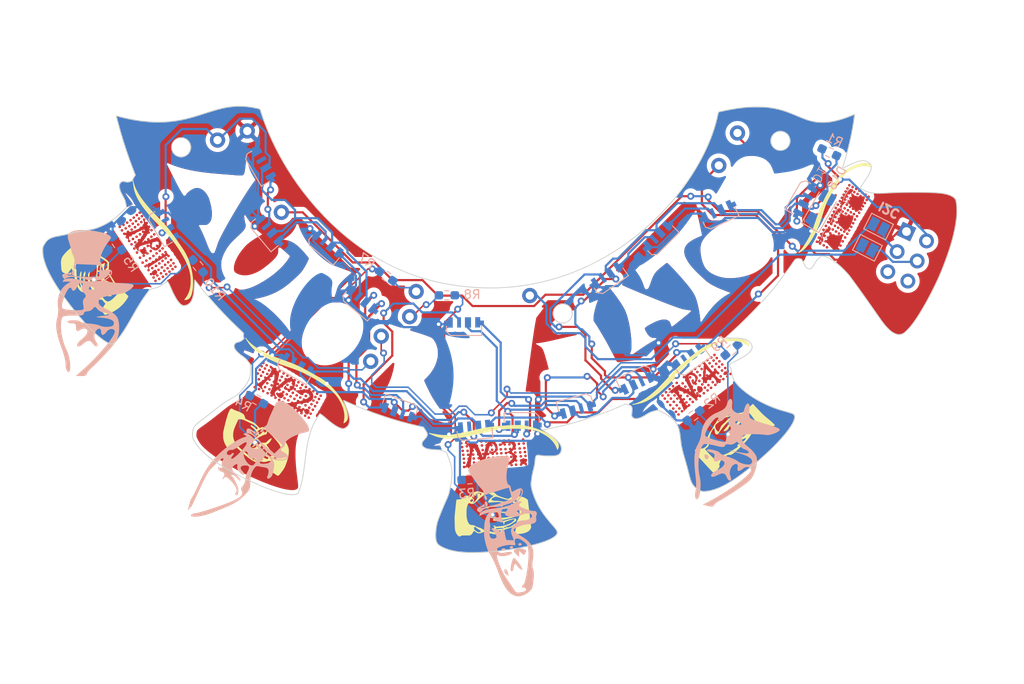
<source format=kicad_pcb>
(kicad_pcb (version 20240108) (generator "pcbnew") (generator_version "8.0")
  (layers (0 "F.Cu" signal) (31 "B.Cu" signal) (34 "B.Paste" user) (35 "F.Paste" user) (36 "B.SilkS" user "B.Silkscreen") (37 "F.SilkS" user "F.Silkscreen") (38 "B.Mask" user) (39 "F.Mask" user) (44 "Edge.Cuts" user))
  (net 0 "")
  (net 1 "+3V3")
  (net 2 "Net-(D1-DOUT)")
  (net 3 "GND")
  (net 4 "L_LED_DATA")
  (net 5 "Net-(D2-DOUT)")
  (net 6 "Net-(D3-DOUT)")
  (net 7 "Net-(D4-DOUT)")
  (net 8 "Net-(D5-DOUT)")
  (net 9 "Net-(D6-DOUT)")
  (net 10 "Net-(D7-DOUT)")
  (net 11 "Net-(D10-DOUT)")
  (net 12 "L_LED_DATA_HANDSHAKES")
  (net 13 "Net-(D11-DOUT)")
  (net 14 "Net-(D12-DOUT)")
  (net 15 "Net-(D18-A)")
  (net 16 "L_SHAKE_1")
  (net 17 "L_SHAKE_2")
  (net 18 "L_SHAKE_3")
  (net 19 "L_SHAKE_4")
  (net 20 "L_SAO_SCL")
  (net 21 "L_SAO_SDA")
  (net 24 "Net-(J1-Pin_4)")
  (net 25 "Net-(J1-Pin_5)")
  (net 26 "Net-(J1-Pin_6)")
  (net 27 "Net-(J2-Pin_3)")
  (net 28 "Net-(J2-Pin_4)")
  (net 29 "Net-(J1-Pin_7)")
  (net 30 "Net-(D14-DOUT)")
  (net 31 "Net-(D15-DOUT)")
  (net 32 "Net-(D16-DOUT)")
  (net 33 "Net-(D8-DOUT)")
  (net 34 "Net-(D10-DIN)")
  (footprint "mad_hatter_badge:mad_hatter_copper_spot" (layer "F.Cu") (at 144.434714 108.039031)
    (property "Reference" "REF**" (hide yes))
    (property "Value" "mad_hatter_copper_spot" (hide yes))
  )
  (footprint "mad_hatter_badge:mad_hatter_copper_spot" (layer "F.Cu") (at 144.345617 107.510338)
    (property "Reference" "REF**" (hide yes))
    (property "Value" "mad_hatter_copper_spot" (hide yes))
  )
  (footprint "mad_hatter_badge:mad_hatter_copper_spot" (layer "F.Cu") (at 166.152283 99.781419)
    (property "Reference" "REF**" (hide yes))
    (property "Value" "mad_hatter_copper_spot" (hide yes))
  )
  (footprint "mad_hatter_badge:mad_hatter_lower_board_connector" (layer "F.Cu") (at 145.467059 63.547754)
    (property "Reference" "J1" (hide yes))
    (property "Value" "LOWER BOARD" (hide yes))
    (fp_circle (center -37.686509 9.851022) (end -36.586509 9.851022) (stroke (width 0.1)) (fill none) (layer "Edge.Cuts"))
    (fp_circle (center 6.085456 28.914543) (end 7.185456 28.914543) (stroke (width 0.1)) (fill none) (layer "Edge.Cuts"))
    (fp_circle (center 31.065939 9.110914) (end 32.165939 9.110914) (stroke (width 0.1)) (fill none) (layer "Edge.Cuts"))
  )
  (footprint "mad_hatter_badge:mad_hatter_touch_button" (layer "F.Cu") (at 143.779662 115.051423 4)
    (property "Reference" "J5" (hide yes))
    (property "Value" "Conn_01x01_Pin" (hide yes))
  )
  (footprint "mad_hatter_badge:mad_hatter_jupiter_sigil" (layer "F.Cu") (at 183.981581 80.191167)
    (property "Reference" "REF**" (hide yes))
    (property "Value" "mad_hatter_jupiter_sigil" (hide yes))
  )
  (footprint "mad_hatter_badge:mad_hatter_copper_spot" (layer "F.Cu") (at 103.038572 83.370781)
    (property "Reference" "REF**" (hide yes))
    (property "Value" "mad_hatter_copper_spot" (hide yes))
  )
  (footprint "mad_hatter_badge:mad_hatter_copper_spot" (layer "F.Cu") (at 180.697974 84.22486)
    (property "Reference" "REF**" (hide yes))
    (property "Value" "mad_hatter_copper_spot" (hide yes))
  )
  (footprint "mad_hatter_badge:mad_hatter_copper_spot" (layer "F.Cu") (at 117.892236 101.148184)
    (property "Reference" "REF**" (hide yes))
    (property "Value" "mad_hatter_copper_spot" (hide yes))
  )
  (footprint "mad_hatter_badge:mad_hatter_copper_spot" (layer "F.Cu") (at 104.643081 84.996262)
    (property "Reference" "REF**" (hide yes))
    (property "Value" "mad_hatter_copper_spot" (hide yes))
  )
  (footprint "mad_hatter_badge:mad_hatter_copper_spot" (layer "F.Cu") (at 168.555899 100.98952)
    (property "Reference" "REF**" (hide yes))
    (property "Value" "mad_hatter_copper_spot" (hide yes))
  )
  (footprint "mad_hatter_badge:mad_hatter_copper_spot" (layer "F.Cu") (at 105.639344 85.688403)
    (property "Reference" "REF**" (hide yes))
    (property "Value" "mad_hatter_copper_spot" (hide yes))
  )
  (footprint "mad_hatter_badge:mad_hatter_copper_spot" (layer "F.Cu") (at 183.46441 80.177695)
    (property "Reference" "REF**" (hide yes))
    (property "Value" "mad_hatter_copper_spot" (hide yes))
  )
  (footprint "mad_hatter_badge:mad_hatter_copper_spot" (layer "F.Cu") (at 166.341049 100.851091)
    (property "Reference" "REF**" (hide yes))
    (property "Value" "mad_hatter_copper_spot" (hide yes))
  )
  (footprint "mad_hatter_badge:mad_hatter_copper_spot" (layer "F.Cu") (at 143.842242 107.535506)
    (property "Reference" "REF**" (hide yes))
    (property "Value" "mad_hatter_copper_spot" (hide yes))
  )
  (footprint "mad_hatter_badge:mad_hatter_copper_spot" (layer "F.Cu") (at 147.301663 109.742078)
    (property "Reference" "REF**" (hide yes))
    (property "Value" "mad_hatter_copper_spot" (hide yes))
  )
  (footprint "mad_hatter_badge:mad_hatter_copper_spot" (layer "F.Cu") (at 184.044385 82.672668)
    (property "Reference" "REF**" (hide yes))
    (property "Value" "mad_hatter_copper_spot" (hide yes))
  )
  (footprint "mad_hatter_badge:mad_hatter_copper_spot" (layer "F.Cu") (at 184.779652 78.877018)
    (property "Reference" "REF**" (hide yes))
    (property "Value" "mad_hatter_copper_spot" (hide yes))
  )
  (footprint "mad_hatter_badge:mad_hatter_copper_spot" (layer "F.Cu") (at 103.625843 84.2412)
    (property "Reference" "REF**" (hide yes))
    (property "Value" "mad_hatter_copper_spot" (hide yes))
  )
  (footprint "mad_hatter_badge:mad_hatter_copper_spot" (layer "F.Cu") (at 169.147364 98.23354)
    (property "Reference" "REF**" (hide yes))
    (property "Value" "mad_hatter_copper_spot" (hide yes))
  )
  (footprint "mad_hatter_badge:mad_hatter_copper_spot" (layer "F.Cu") (at 118.582699 102.12557)
    (property "Reference" "REF**" (hide yes))
    (property "Value" "mad_hatter_copper_spot" (hide yes))
  )
  (footprint "mad_hatter_badge:mad_hatter_copper_spot" (layer "F.Cu") (at 168.744664 100.335131)
    (property "Reference" "REF**" (hide yes))
    (property "Value" "mad_hatter_copper_spot" (hide yes))
  )
  (footprint "mad_hatter_badge:mad_hatter_copper_spot" (layer "F.Cu") (at 169.046689 100.649741)
    (property "Reference" "REF**" (hide yes))
    (property "Value" "mad_hatter_copper_spot" (hide yes))
  )
  (footprint "mad_hatter_badge:mad_hatter_copper_spot" (layer "F.Cu") (at 169.663324 99.668159)
    (property "Reference" "REF**" (hide yes))
    (property "Value" "mad_hatter_copper_spot" (hide yes))
  )
  (footprint "mad_hatter_badge:mad_hatter_copper_spot" (layer "F.Cu") (at 185.360805 78.753214)
    (property "Reference" "REF**" (hide yes))
    (property "Value" "mad_hatter_copper_spot" (hide yes))
  )
  (footprint "mad_hatter_badge:mad_hatter_copper_spot" (layer "F.Cu") (at 116.929469 99.598901)
    (property "Reference" "REF**" (hide yes))
    (property "Value" "mad_hatter_copper_spot" (hide yes))
  )
  (footprint "mad_hatter_badge:mad_hatter_copper_spot" (layer "F.Cu") (at 104.674541 83.381267)
    (property "Reference" "REF**" (hide yes))
    (property "Value" "mad_hatter_copper_spot" (hide yes))
  )
  (footprint "mad_hatter_badge:mad_hatter_copper_spot" (layer "F.Cu") (at 121.238283 101.428327)
    (property "Reference" "REF**" (hide yes))
    (property "Value" "mad_hatter_copper_spot" (hide yes))
  )
  (footprint "mad_hatter_badge:mad_hatter_copper_spot" (layer "F.Cu") (at 105.16743 87.450216)
    (property "Reference" "REF**" (hide yes))
    (property "Value" "mad_hatter_copper_spot" (hide yes))
  )
  (footprint "mad_hatter_badge:mad_hatter_copper_spot" (layer "F.Cu") (at 123.352458 102.67418)
    (property "Reference" "REF**" (hide yes))
    (property "Value" "mad_hatter_copper_spot" (hide yes))
  )
  (footprint "mad_hatter_badge:mad_hatter_copper_spot" (layer "F.Cu") (at 117.373794 98.770945)
    (property "Reference" "REF**" (hide yes))
    (property "Value" "mad_hatter_copper_spot" (hide yes))
  )
  (footprint "mad_hatter_badge:mad_hatter_copper_spot" (layer "F.Cu") (at 101.664778 83.087632)
    (property "Reference" "REF**" (hide yes))
    (property "Value" "mad_hatter_copper_spot" (hide yes))
  )
  (footprint "mad_hatter_badge:mad_hatter_copper_spot" (layer "F.Cu") (at 184.1873 83.310394)
    (property "Reference" "REF**" (hide yes))
    (property "Value" "mad_hatter_copper_spot" (hide yes))
  )
  (footprint "mad_hatter_badge:mad_hatter_copper_spot" (layer "F.Cu") (at 168.102861 99.567484)
    (property "Reference" "REF**" (hide yes))
    (property "Value" "mad_hatter_copper_spot" (hide yes))
  )
  (footprint "mad_hatter_badge:mad_hatter_copper_spot" (layer "F.Cu") (at 166.982852 101.618738)
    (property "Reference" "REF**" (hide yes))
    (property "Value" "mad_hatter_copper_spot" (hide yes))
  )
  (footprint "mad_hatter_badge:mad_hatter_copper_spot" (layer "F.Cu") (at 166.152283 102.28571)
    (property "Reference" "REF**" (hide yes))
    (property "Value" "mad_hatter_copper_spot" (hide yes))
  )
  (footprint "mad_hatter_badge:mad_hatter_copper_spot" (layer "F.Cu") (at 105.628857 86.422491)
    (property "Reference" "REF**" (hide yes))
    (property "Value" "mad_hatter_copper_spot" (hide yes))
  )
  (footprint "mad_hatter_badge:mad_hatter_copper_spot" (layer "F.Cu") (at 103.762174 82.78351)
    (property "Reference" "REF**" (hide yes))
    (property "Value" "mad_hatter_copper_spot" (hide yes))
  )
  (footprint "mad_hatter_badge:mad_hatter_copper_spot" (layer "F.Cu") (at 145.127082 109.862888)
    (property "Reference" "REF**" (hide yes))
    (property "Value" "mad_hatter_copper_spot" (hide yes))
  )
  (footprint "mad_hatter_badge:mad_hatter_copper_spot" (layer "F.Cu") (at 145.670728 109.847787)
    (property "Reference" "REF**" (hide yes))
    (property "Value" "mad_hatter_copper_spot" (hide yes))
  )
  (footprint "mad_hatter_badge:mad_hatter_copper_spot" (layer "F.Cu") (at 170.116361 99.366134)
    (property "Reference" "REF**" (hide yes))
    (property "Value" "mad_hatter_copper_spot" (hide yes))
  )
  (footprint "mad_hatter_badge:mad_hatter_copper_spot" (layer "F.Cu") (at 101.570395 82.038934)
    (property "Reference" "REF**" (hide yes))
    (property "Value" "mad_hatter_copper_spot" (hide yes))
  )
  (footprint "mad_hatter_badge:mad_hatter_copper_spot" (layer "F.Cu") (at 119.848872 102.871657)
    (property "Reference" "REF**" (hide yes))
    (property "Value" "mad_hatter_copper_spot" (hide yes))
  )
  (footprint "mad_hatter_badge:mad_hatter_copper_spot" (layer "F.Cu") (at 164.919014 103.355382)
    (property "Reference" "REF**" (hide yes))
    (property "Value" "mad_hatter_copper_spot" (hide yes))
  )
  (footprint "mad_hatter_badge:mad_hatter_copper_spot" (layer "F.Cu") (at 105.282787 85.982038)
    (property "Reference" "REF**" (hide yes))
    (property "Value" "mad_hatter_copper_spot" (hide yes))
  )
  (footprint "mad_hatter_badge:mad_hatter_copper_spot" (layer "F.Cu") (at 116.90646 100.67627)
    (property "Reference" "REF**" (hide yes))
    (property "Value" "mad_hatter_copper_spot" (hide yes))
  )
  (footprint "mad_hatter_badge:mad_hatter_copper_spot" (layer "F.Cu") (at 169.210286 97.566569)
    (property "Reference" "REF**" (hide yes))
    (property "Value" "mad_hatter_copper_spot" (hide yes))
  )
  (footprint "mad_hatter_badge:mad_hatter_copper_spot" (layer "F.Cu") (at 141.200529 108.190043)
    (property "Reference" "REF**" (hide yes))
    (property "Value" "mad_hatter_copper_spot" (hide yes))
  )
  (footprint "mad_hatter_badge:mad_hatter_copper_spot" (layer "F.Cu") (at 120.573732 101.557849)
    (property "Reference" "REF**" (hide yes))
    (property "Value" "mad_hatter_copper_spot" (hide yes))
  )
  (footprint "mad_hatter_badge:mad_hatter_copper_spot" (layer "F.Cu") (at 142.421214 108.578061)
    (property "Reference" "REF**" (hide yes))
    (property "Value" "mad_hatter_copper_spot" (hide yes))
  )
  (footprint "mad_hatter_badge:mad_hatter_copper_spot" (layer "F.Cu") (at 105.248071 88.489031)
    (property "Reference" "REF**" (hide yes))
    (property "Value" "mad_hatter_copper_spot" (hide yes))
  )
  (footprint "mad_hatter_badge:mad_hatter_copper_spot" (layer "F.Cu") (at 146.18417 109.802483)
    (property "Reference" "REF**" (hide yes))
    (property "Value" "mad_hatter_copper_spot" (hide yes))
  )
  (footprint "mad_hatter_badge:mad_hatter_copper_spot" (layer "F.Cu") (at 102.325458 81.46215)
    (property "Reference" "REF**" (hide yes))
    (property "Value" "mad_hatter_copper_spot" (hide yes))
  )
  (footprint "mad_hatter_badge:mad_hatter_copper_spot" (layer "F.Cu") (at 166.781502 100.523897)
    (property "Reference" "REF**" (hide yes))
    (property "Value" "mad_hatter_copper_spot" (hide yes))
  )
  (footprint "mad_hatter_badge:mad_hatter_copper_spot" (layer "F.Cu") (at 120.357377 100.899783)
    (property "Reference" "REF**" (hide yes))
    (property "Value" "mad_hatter_copper_spot" (hide yes))
  )
  (footprint "mad_hatter_badge:mad_hatter_copper_spot" (layer "F.Cu") (at 118.142246 101.863395)
    (property "Reference" "REF**" (hide yes))
    (property "Value" "mad_hatter_copper_spot" (hide yes))
  )
  (footprint "mad_hatter_badge:mad_hatter_copper_spot" (layer "F.Cu") (at 184.351433 79.602368)
    (property "Reference" "REF**" (hide yes))
    (property "Value" "mad_hatter_copper_spot" (hide yes))
  )
  (footprint "mad_hatter_badge:mad_hatter_copper_spot" (layer "F.Cu") (at 183.092996 79.973782)
    (property "Reference" "REF**" (hide yes))
    (property "Value" "mad_hatter_copper_spot" (hide yes))
  )
  (footprint "mad_hatter_badge:mad_hatter_copper_spot" (layer "F.Cu") (at 116.672748 100.006634)
    (property "Reference" "REF**" (hide yes))
    (property "Value" "mad_hatter_copper_spot" (hide yes))
  )
  (footprint "mad_hatter_badge:mad_hatter_copper_spot" (layer "F.Cu") (at 141.842333 108.615814)
    (property "Reference" "REF**" (hide yes))
    (property "Value" "mad_hatter_copper_spot" (hide yes))
  )
  (footprint "mad_hatter_badge:mad_hatter_copper_spot" (layer "F.Cu") (at 145.576345 108.453018)
    (property "Reference" "REF**" (hide yes))
    (property "Value" "mad_hatter_copper_spot" (hide yes))
  )
  (footprint "mad_hatter_badge:mad_hatter_copper_spot" (layer "F.Cu") (at 140.222388 110.063167)
    (property "Reference" "REF**" (hide yes))
    (property "Value" "mad_hatter_copper_spot" (hide yes))
  )
  (footprint "mad_hatter_badge:mad_hatter_copper_spot" (layer "F.Cu") (at 121.588033 102.745813)
    (property "Reference" "REF**" (hide yes))
    (property "Value" "mad_hatter_copper_spot" (hide yes))
  )
  (footprint "mad_hatter_badge:mad_hatter_copper_spot" (layer "F.Cu") (at 122.456355 103.274357)
    (property "Reference" "REF**" (hide yes))
    (property "Value" "mad_hatter_copper_spot" (hide yes))
  )
  (footprint "mad_hatter_badge:mad_hatter_copper_spot" (layer "F.Cu") (at 102.765911 82.940814)
    (property "Reference" "REF**" (hide yes))
    (property "Value" "mad_hatter_copper_spot" (hide yes))
  )
  (footprint "mad_hatter_badge:mad_hatter_copper_spot" (layer "F.Cu") (at 181.452121 82.853278)
    (property "Reference" "REF**" (hide yes))
    (property "Value" "mad_hatter_copper_spot" (hide yes))
  )
  (footprint "mad_hatter_badge:mad_hatter_copper_spot" (layer "F.Cu") (at 166.580151 99.454225)
    (property "Reference" "REF**" (hide yes))
    (property "Value" "mad_hatter_copper_spot" (hide yes))
  )
  (footprint "mad_hatter_badge:mad_hatter_copper_spot" (layer "F.Cu") (at 166.454308 102.60032)
    (property "Reference" "REF**" (hide yes))
    (property "Value" "mad_hatter_copper_spot" (hide yes))
  )
  (footprint "mad_hatter_badge:mad_hatter_copper_spot" (layer "F.Cu") (at 142.962342 108.578061)
    (property "Reference" "REF**" (hide yes))
    (property "Value" "mad_hatter_copper_spot" (hide yes))
  )
  (footprint "mad_hatter_badge:mad_hatter_copper_spot" (layer "F.Cu") (at 145.095621 108.919059)
    (property "Reference" "REF**" (hide yes))
    (property "Value" "mad_hatter_copper_spot" (hide yes))
  )
  (footprint "mad_hatter_badge:mad_hatter_copper_spot" (layer "F.Cu") (at 119.408419 102.632554)
    (property "Reference" "REF**" (hide yes))
    (property "Value" "mad_hatter_copper_spot" (hide yes))
  )
  (footprint "mad_hatter_badge:mad_hatter_copper_spot" (layer "F.Cu") (at 141.326373 109.091923)
    (property "Reference" "REF**" (hide yes))
    (property "Value" "mad_hatter_copper_spot" (hide yes))
  )
  (footprint "mad_hatter_badge:mad_hatter_copper_spot" (layer "F.Cu") (at 144.099131 109.437993)
    (property "Reference" "REF**" (hide yes))
    (property "Value" "mad_hatter_copper_spot" (hide yes))
  )
  (footprint "mad_hatter_badge:mad_hatter_copper_spot" (layer "F.Cu") (at 143.351451 107.57326)
    (property "Reference" "REF**" (hide yes))
    (property "Value" "mad_hatter_copper_spot" (hide yes))
  )
  (footprint "mad_hatter_badge:mad_hatter_copper_spot" (layer "F.Cu") (at 141.357834 110.035752)
    (property "Reference" "REF**" (hide yes))
    (property "Value" "mad_hatter_copper_spot" (hide yes))
  )
  (footprint "mad_hatter_badge:mad_hatter_copper_spot" (layer "F.Cu") (at 182.433703 81.19214)
    (property "Reference" "REF**" (hide yes))
    (property "Value" "mad_hatter_copper_spot" (hide yes))
  )
  (footprint "mad_hatter_badge:mad_hatter_copper_spot" (layer "F.Cu") (at 121.42947 102.098977)
    (property "Reference" "REF**" (hide yes))
    (property "Value" "mad_hatter_copper_spot" (hide yes))
  )
  (footprint "mad_hatter_badge:mad_hatter_copper_spot" (layer "F.Cu") (at 166.869592 102.298295)
    (property "Reference" "REF**" (hide yes))
    (property "Value" "mad_hatter_copper_spot" (hide yes))
  )
  (footprint "mad_hatter_badge:mad_hatter_copper_spot" (layer "F.Cu") (at 118.610385 100.95732)
    (property "Reference" "REF**" (hide yes))
    (property "Value" "mad_hatter_copper_spot" (hide yes))
  )
  (footprint "mad_hatter_badge:mad_hatter_copper_spot" (layer "F.Cu") (at 143.067212 109.500915)
    (property "Reference" "REF**" (hide yes))
    (property "Value" "mad_hatter_copper_spot" (hide yes))
  )
  (footprint "mad_hatter_badge:mad_hatter_copper_spot" (layer "F.Cu") (at 117.388861 100.906983)
    (property "Reference" "REF**" (hide yes))
    (property "Value" "mad_hatter_copper_spot" (hide yes))
  )
  (footprint "mad_hatter_badge:mad_hatter_copper_spot" (layer "F.Cu") (at 104.317985 87.932617)
    (property "Reference" "REF**" (hide yes))
    (property "Value" "mad_hatter_copper_spot" (hide yes))
  )
  (footprint "mad_hatter_badge:mad_hatter_copper_spot" (layer "F.Cu") (at 103.992888 83.947564)
    (property "Reference" "REF**" (hide yes))
    (property "Value" "mad_hatter_copper_spot" (hide yes))
  )
  (footprint "mad_hatter_badge:mad_hatter_copper_spot" (layer "F.Cu") (at 166.315879 99.101863)
    (property "Reference" "REF**" (hide yes))
    (property "Value" "mad_hatter_copper_spot" (hide yes))
  )
  (footprint "mad_hatter_badge:mad_hatter_copper_spot" (layer "F.Cu") (at 168.946014 97.214207)
    (property "Reference" "REF**" (hide yes))
    (property "Value" "mad_hatter_copper_spot" (hide yes))
  )
  (footprint "mad_hatter_badge:mad_hatter_copper_spot" (layer "F.Cu") (at 182.981122 82.009949)
    (property "Reference" "REF**" (hide yes))
    (property "Value" "mad_hatter_copper_spot" (hide yes))
  )
  (footprint "mad_hatter_badge:mad_hatter_copper_spot" (layer "F.Cu") (at 164.821359 104.044503)
    (property "Reference" "REF**" (hide yes))
    (property "Value" "mad_hatter_copper_spot" (hide yes))
  )
  (footprint "mad_hatter_badge:mad_hatter_copper_spot" (layer "F.Cu") (at 184.401234 82.920278)
    (property "Reference" "REF**" (hide yes))
    (property "Value" "mad_hatter_copper_spot" (hide yes))
  )
  (footprint "mad_hatter_badge:mad_hatter_copper_spot" (layer "F.Cu") (at 184.552434 79.244062)
    (property "Reference" "REF**" (hide yes))
    (property "Value" "mad_hatter_copper_spot" (hide yes))
  )
  (footprint "mad_hatter_badge:mad_hatter_copper_spot" (layer "F.Cu") (at 118.54588 98.840725)
    (property "Reference" "REF**" (hide yes))
    (property "Value" "mad_hatter_copper_spot" (hide yes))
  )
  (footprint "mad_hatter_badge:mad_hatter_copper_spot" (layer "F.Cu") (at 118.126401 99.627249)
    (property "Reference" "REF**" (hide yes))
    (property "Value" "mad_hatter_copper_spot" (hide yes))
  )
  (footprint "mad_hatter_badge:mad_hatter_copper_spot" (layer "F.Cu") (at 183.765911 78.828953)
    (property "Reference" "REF**" (hide yes))
    (property "Value" "mad_hatter_copper_spot" (hide yes))
  )
  (footprint "mad_hatter_badge:mad_hatter_copper_spot" (layer "F.Cu") (at 164.217309 103.364946)
    (property "Reference" "REF**" (hide yes))
    (property "Value" "mad_hatter_copper_spot" (hide yes))
  )
  (footprint "mad_hatter_badge:mad_hatter_lower_board_text" (layer "F.Cu") (at 139.999592 90.016594)
    (property "Reference" "REF**" (hide yes))
    (property "Value" "mad_hatter_lower_board_text" (hide yes))
  )
  (footprint "mad_hatter_badge:sao_footprint" (layer "F.Cu") (at 191.083205 85.894588 -115)
    (property "Reference" "J2" (hide yes))
    (property "Value" "Conn_02x03_Odd_Even" (hide yes))
  )
  (footprint "mad_hatter_badge:mad_hatter_copper_spot" (layer "F.Cu") (at 144.088644 109.909908)
    (property "Reference" "REF**" (hide yes))
    (property "Value" "mad_hatter_copper_spot" (hide yes))
  )
  (footprint "mad_hatter_badge:mad_hatter_copper_spot" (layer "F.Cu") (at 117.153567 99.179938)
    (property "Reference" "REF**" (hide yes))
    (property "Value" "mad_hatter_copper_spot" (hide yes))
  )
  (footprint "mad_hatter_badge:mad_hatter_copper_spot" (layer "F.Cu") (at 184.854272 82.102294)
    (property "Reference" "REF**" (hide yes))
    (property "Value" "mad_hatter_copper_spot" (hide yes))
  )
  (footprint "mad_hatter_badge:mad_hatter_copper_spot" (layer "F.Cu") (at 123.572685 102.265187)
    (property "Reference" "REF**" (hide yes))
    (property "Value" "mad_hatter_copper_spot" (hide yes))
  )
  (footprint "mad_hatter_badge:mad_hatter_copper_spot" (layer "F.Cu") (at 103.888018 85.573046)
    (property "Reference" "REF**" (hide yes))
    (property "Value" "mad_hatter_copper_spot" (hide yes))
  )
  (footprint "mad_hatter_badge:mad_hatter_copper_spot" (layer "F.Cu") (at 183.694819 82.468755)
    (property "Reference" "REF**" (hide yes))
    (property "Value" "mad_hatter_copper_spot" (hide yes))
  )
  (footprint "mad_hatter_badge:mad_hatter_copper_spot" (layer "F.Cu") (at 164.755417 101.530647)
    (property "Reference" "REF**" (hide yes))
    (property "Value" "mad_hatter_copper_spot" (hide yes))
  )
  (footprint "mad_hatter_badge:mad_hatter_copper_spot" (layer "F.Cu") (at 145.681215 109.375872)
    (property "Reference" "REF**" (hide yes))
    (property "Value" "mad_hatter_copper_spot" (hide yes))
  )
  (footprint "mad_hatter_badge:mad_hatter_copper_spot" (layer "F.Cu") (at 166.680827 101.253791)
    (property "Reference" "REF**" (hide yes))
    (property "Value" "mad_hatter_copper_spot" (hide yes))
  )
  (footprint "mad_hatter_badge:mad_hatter_copper_spot" (layer "F.Cu") (at 184.147857 81.650771)
    (property "Reference" "REF**" (hide yes))
    (property "Value" "mad_hatter_copper_spot" (hide yes))
  )
  (footprint "mad_hatter_badge:mad_hatter_copper_spot" (layer "F.Cu") (at 181.484497 84.639969)
    (property "Reference" "REF**" (hide yes))
    (property "Value" "mad_hatter_copper_spot" (hide yes))
  )
  (footprint "mad_hatter_badge:mad_hatter_copper_spot" (layer "F.Cu") (at 185.544328 80.897219)
    (property "Reference" "REF**" (hide yes))
    (property "Value" "mad_hatter_copper_spot" (hide yes))
  )
  (footprint "mad_hatter_badge:mad_hatter_copper_spot" (layer "F.Cu") (at 102.682015 81.168515)
    (property "Reference" "REF**" (hide yes))
    (property "Value" "mad_hatter_copper_spot" (hide yes))
  )
  (footprint "mad_hatter_badge:mad_hatter_copper_spot" (layer "F.Cu") (at 104.108245 86.81051)
    (property "Reference" "REF**" (hide yes))
    (property "Value" "mad_hatter_copper_spot" (hide yes))
  )
  (footprint "mad_hatter_badge:mad_hatter_copper_spot" (layer "F.Cu") (at 184.49563 80.212652)
    (property "Reference" "REF**" (hide yes))
    (property "Value" "mad_hatter_copper_spot" (hide yes))
  )
  (footprint "mad_hatter_badge:mad_hatter_copper_spot" (layer "F.Cu") (at 182.610058 83.494149)
    (property "Reference" "REF**" (hide yes))
    (property "Value" "mad_hatter_copper_spot" (hide yes))
  )
  (footprint "mad_hatter_badge:mad_hatter_copper_spot" (layer "F.Cu") (at 118.353664 101.410358)
    (property "Reference" "REF**" (hide yes))
    (property "Value" "mad_hatter_copper_spot" (hide yes))
  )
  (footprint "mad_hatter_badge:mad_hatter_copper_spot" (layer "F.Cu") (at 139.897292 107.347039)
    (property "Reference" "REF**" (hide yes))
    (property "Value" "mad_hatter_copper_spot" (hide yes))
  )
  (footprint "mad_hatter_badge:mad_hatter_copper_spot" (layer "F.Cu") (at 104.999638 84.702627)
    (property "Reference" "REF**" (hide yes))
    (property "Value" "mad_hatter_copper_spot" (hide yes))
  )
  (footprint "mad_hatter_badge:mad_hatter_copper_spot" (layer "F.Cu") (at 120.317011 101.965582)
    (property "Reference" "REF**" (hide yes))
    (property "Value" "mad_hatter_copper_spot" (hide yes))
  )
  (footprint "mad_hatter_badge:mad_hatter_copper_spot" (layer "F.Cu") (at 146.152709 108.858654)
    (property "Reference" "REF**" (hide yes))
    (property "Value" "mad_hatter_copper_spot" (hide yes))
  )
  (footprint "mad_hatter_badge:mad_hatter_copper_spot" (layer "F.Cu") (at 103.678279 87.041223)
    (property "Reference" "REF**" (hide yes))
    (property "Value" "mad_hatter_copper_spot" (hide yes))
  )
  (footprint "mad_hatter_badge:mad_hatter_copper_spot" (layer "F.Cu") (at 169.965349 99.982769)
    (property "Reference" "REF**" (hide yes))
    (property "Value" "mad_hatter_copper_spot" (hide yes))
  )
  (footprint "mad_hatter_badge:mad_hatter_copper_spot" (layer "F.Cu") (at 182.700654 84.217984)
    (property "Reference" "REF**" (hide yes))
    (property "Value" "mad_hatter_copper_spot" (hide yes))
  )
  (footprint "mad_hatter_badge:mad_hatter_copper_spot" (layer "F.Cu") (at 103.311234 83.758799)
    (property "Reference" "REF**" (hide yes))
    (property "Value" "mad_hatter_copper_spot" (hide yes))
  )
  (footprint "mad_hatter_badge:mad_hatter_copper_spot" (layer "F.Cu") (at 120.289325 103.161098)
    (property "Reference" "REF**" (hide yes))
    (property "Value" "mad_hatter_copper_spot" (hide yes))
  )
  (footprint "mad_hatter_badge:mad_hatter_copper_spot" (layer "F.Cu") (at 118.794117 101.672533)
    (property "Reference" "REF**" (hide yes))
    (property "Value" "mad_hatter_copper_spot" (hide yes))
  )
  (footprint "mad_hatter_badge:mad_hatter_copper_spot" (layer "F.Cu") (at 165.334298 102.990435)
    (property "Reference" "REF**" (hide yes))
    (property "Value" "mad_hatter_copper_spot" (hide yes))
  )
  (footprint "mad_hatter_badge:mad_hatter_copper_spot" (layer "F.Cu") (at 104.915742 86.275674)
    (property "Reference" "REF**" (hide yes))
    (property "Value" "mad_hatter_copper_spot" (hide yes))
  )
  (footprint "mad_hatter_badge:mad_hatter_copper_spot" (layer "F.Cu") (at 185.266131 79.702868)
    (property "Reference" "REF**" (hide yes))
    (property "Value" "mad_hatter_copper_spot" (hide yes))
  )
  (footprint "mad_hatter_badge:mad_hatter_copper_spot" (layer "F.Cu") (at 122.937174 102.447661)
    (property "Reference" "REF**" (hide yes))
    (property "Value" "mad_hatter_copper_spot" (hide yes))
  )
  (footprint "mad_hatter_badge:mad_hatter_copper_spot" (layer "F.Cu") (at 104.034836 83.171528)
    (property "Reference" "REF**" (hide yes))
    (property "Value" "mad_hatter_copper_spot" (hide yes))
  )
  (footprint "mad_hatter_badge:mad_hatter_copper_spot" (layer "F.Cu") (at 145.032699 108.468119)
    (property "Reference" "REF**" (hide yes))
    (property "Value" "mad_hatter_copper_spot" (hide yes))
  )
  (footprint "mad_hatter_badge:mad_hatter_copper_spot" (layer "F.Cu") (at 184.574282 78.316256)
    (property "Reference" "REF**" (hide yes))
    (property "Value" "mad_hatter_copper_spot" (hide yes))
  )
  (footprint "mad_hatter_badge:mad_hatter_copper_spot" (layer "F.Cu") (at 182.767188 82.400065)
    (property "Reference" "REF**" (hide yes))
    (property "Value" "mad_hatter_copper_spot" (hide yes))
  )
  (footprint "mad_hatter_badge:mad_hatter_copper_spot" (layer "F.Cu") (at 167.473642 98.825006)
    (property "Reference" "REF**" (hide yes))
    (property "Value" "mad_hatter_copper_spot" (hide yes))
  )
  (footprint "mad_hatter_badge:mad_hatter_copper_spot" (layer "F.Cu") (at 117.645582 100.453945)
    (property "Reference" "REF**" (hide yes))
    (property "Value" "mad_hatter_copper_spot" (hide yes))
  )
  (footprint "mad_hatter_badge:mad_hatter_copper_spot" (layer "F.Cu") (at 168.153198 101.27896)
    (property "Reference" "REF**" (hide yes))
    (property "Value" "mad_hatter_copper_spot" (hide yes))
  )
  (footprint "mad_hatter_badge:mad_hatter_copper_spot" (layer "F.Cu") (at 122.614918 103.953914)
    (property "Reference" "REF**" (hide yes))
    (property "Value" "mad_hatter_copper_spot" (hide yes))
  )
  (footprint "mad_hatter_badge:mad_hatter_copper_spot" (layer "F.Cu") (at 164.692495 102.222788)
    (property "Reference" "REF**" (hide yes))
    (property "Value" "mad_hatter_copper_spot" (hide yes))
  )
  (footprint "mad_hatter_badge:mad_hatter_copper_spot" (layer "F.Cu") (at 119.751884 99.983806)
    (property "Reference" "REF**" (hide yes))
    (property "Value" "mad_hatter_copper_spot" (hide yes))
  )
  (footprint "mad_hatter_badge:mad_hatter_copper_spot" (layer "F.Cu") (at 184.722847 79.82813)
    (property "Reference" "REF**" (hide yes))
    (property "Value" "mad_hatter_copper_spot" (hide yes))
  )
  (footprint "mad_hatter_badge:mad_hatter_copper_spot" (layer "F.Cu") (at 183.933923 82.066055)
    (property "Reference" "REF**" (hide yes))
    (property "Value" "mad_hatter_copper_spot" (hide yes))
  )
  (footprint "mad_hatter_badge:mad_hatter_copper_spot" (layer "F.Cu") (at 145.137569 109.390973)
    (property "Reference" "REF**" (hide yes))
    (property "Value" "mad_hatter_copper_spot" (hide yes))
  )
  (footprint "mad_hatter_badge:mad_hatter_copper_spot" (layer "F.Cu") (at 104.599626 88.326482)
    (property "Reference" "REF**" (hide yes))
    (property "Value" "mad_hatter_copper_spot" (hide yes))
  )
  (footprint "mad_hatter_badge:mad_hatter_copper_spot" (layer "F.Cu") (at 183.935612 83.738263)
    (property "Reference" "REF**" (hide yes))
    (property "Value" "mad_hatter_copper_spot" (hide yes))
  )
  (footprint "mad_hatter_badge:mad_hatter_no_4_silk" (layer "F.Cu") (at 167.065697 100.847932)
    (property "Reference" "REF**" (hide yes))
    (property "Value" "mad_hatter_no_4_silk" (hide yes))
  )
  (footprint "mad_hatter_badge:mad_hatter_copper_spot" (layer "F.Cu") (at 167.284877 101.933348)
    (property "Reference" "REF**" (hide yes))
    (property "Value" "mad_hatter_copper_spot" (hide yes))
  )
  (footprint "mad_hatter_badge:mad_hatter_copper_spot" (layer "F.Cu") (at 168.12803 97.805672)
    (property "Reference" "REF**" (hide yes))
    (property "Value" "mad_hatter_copper_spot" (hide yes))
  )
  (footprint "mad_hatter_badge:mad_hatter_copper_spot" (layer "F.Cu") (at 142.358292 108.127121)
    (property "Reference" "REF**" (hide yes))
    (property "Value" "mad_hatter_copper_spot" (hide yes))
  )
  (footprint "mad_hatter_badge:mad_hatter_copper_spot" (layer "F.Cu") (at 185.771545 80.512697)
    (property "Reference" "REF**" (hide yes))
    (property "Value" "mad_hatter_copper_spot" (hide yes))
  )
  (footprint "mad_hatter_badge:mad_hatter_copper_spot" (layer "F.Cu") (at 169.474558 98.598487)
    (property "Reference" "REF**" (hide yes))
    (property "Value" "mad_hatter_copper_spot" (hide yes))
  )
  (footprint "mad_hatter_badge:mad_hatter_copper_spot" (layer "F.Cu") (at 180.923577 83.759353)
    (property "Reference" "REF**" (hide yes))
    (property "Value" "mad_hatter_copper_spot" (hide yes))
  )
  (footprint "mad_hatter_badge:mad_hatter_copper_spot" (layer "F.Cu") (at 117.644 99.396536)
    (property "Reference" "REF**" (hide yes))
    (property "Value" "mad_hatter_copper_spot" (hide yes))
  )
  (footprint "mad_hatter_badge:mad_hatter_copper_spot" (layer "F.Cu") (at 116.996263 98.514223)
    (property "Reference" "REF**" (hide yes))
    (property "Value" "mad_hatter_copper_spot" (hide yes))
  )
  (footprint "mad_hatter_badge:mad_hatter_copper_spot" (layer "F.Cu") (at 103.678279 83.465163)
    (property "Reference" "REF**" (hide yes))
    (property "Value" "mad_hatter_copper_spot" (hide yes))
  )
  (footprint "mad_hatter_badge:mad_hatter_copper_spot" (layer "F.Cu") (at 146.992339 106.914639)
    (property "Reference" "REF**" (hide yes))
    (property "Value" "mad_hatter_copper_spot" (hide yes))
  )
  (footprint "mad_hatter_badge:mad_hatter_copper_spot" (layer "F.Cu") (at 101.402604 82.689127)
    (property "Reference" "REF**" (hide yes))
    (property "Value" "mad_hatter_copper_spot" (hide yes))
  )
  (footprint "mad_hatter_badge:mad_hatter_copper_spot" (layer "F.Cu") (at 169.021521 98.900512)
    (property "Reference" "REF**" (hide yes))
    (property "Value" "mad_hatter_copper_spot" (hide yes))
  )
  (footprint "mad_hatter_badge:mad_hatter_copper_spot" (layer "F.Cu") (at 182.238644 83.268387)
    (property "Reference" "REF**" (hide yes))
    (property "Value" "mad_hatter_copper_spot" (hide yes))
  )
  (footprint "mad_hatter_badge:mad_hatter_copper_spot" (layer "F.Cu") (at 146.758018 109.787382)
    (property "Reference" "REF**" (hide yes))
    (property "Value" "mad_hatter_copper_spot" (hide yes))
  )
  (footprint "mad_hatter_badge:mad_hatter_copper_spot" (layer "F.Cu") (at 106.885787 86.701)
    (property "Reference" "REF**" (hide yes))
    (property "Value" "mad_hatter_copper_spot" (hide yes))
  )
  (footprint "mad_hatter_badge:mad_hatter_copper_spot" (layer "F.Cu") (at 181.7101 84.174462)
    (property "Reference" "REF**" (hide yes))
    (property "Value" "mad_hatter_copper_spot" (hide yes))
  )
  (footprint "mad_hatter_badge:mad_hatter_copper_spot" (layer "F.Cu") (at 165.082611 101.895594)
    (property "Reference" "REF**" (hide yes))
    (property "Value" "mad_hatter_copper_spot" (hide yes))
  )
  (footprint "mad_hatter_badge:mad_hatter_touch_button" (layer "F.Cu") (at 98.643114 88.410765 -57)
    (property "Reference" "J3" (hide yes))
    (property "Value" "Conn_01x01_Pin" (hide yes))
  )
  (footprint "mad_hatter_badge:mad_hatter_copper_spot" (layer "F.Cu") (at 105.628856 84.996262)
    (property "Reference" "REF**" (hide yes))
    (property "Value" "mad_hatter_copper_spot" (hide yes))
  )
  (footprint "mad_hatter_badge:mad_hatter_copper_spot" (layer "F.Cu") (at 102.83932 82.25916)
    (property "Reference" "REF**" (hide yes))
    (property "Value" "mad_hatter_copper_spot" (hide yes))
  )
  (footprint "mad_hatter_badge:mad_hatter_copper_spot" (layer "F.Cu") (at 165.59857 100.851091)
    (property "Reference" "REF**" (hide yes))
    (property "Value" "mad_hatter_copper_spot" (hide yes))
  )
  (footprint "mad_hatter_badge:mad_hatter_copper_spot" (layer "F.Cu") (at 183.879519 80.388891)
    (property "Reference" "REF**" (hide yes))
    (property "Value" "mad_hatter_copper_spot" (hide yes))
  )
  (footprint "mad_hatter_badge:mad_hatter_copper_spot" (layer "F.Cu") (at 168.694327 98.535565)
    (property "Reference" "REF**" (hide yes))
    (property "Value" "mad_hatter_copper_spot" (hide yes))
  )
  (footprint "mad_hatter_badge:mad_hatter_copper_spot" (layer "F.Cu") (at 139.991674 107.787492)
    (property "Reference" "REF**" (hide yes))
    (property "Value" "mad_hatter_copper_spot" (hide yes))
  )
  (footprint "mad_hatter_badge:mad_hatter_copper_spot" (layer "F.Cu") (at 183.43416 81.191965)
    (property "Reference" "REF**" (hide yes))
    (property "Value" "mad_hatter_copper_spot" (hide yes))
  )
  (footprint "mad_hatter_badge:mad_hatter_copper_spot" (layer "F.Cu") (at 102.38838 85.006749)
    (property "Reference" "REF**" (hide yes))
    (property "Value" "mad_hatter_copper_spot" (hide yes))
  )
  (footprint "mad_hatter_badge:mad_hatter_copper_spot" (layer "F.Cu") (at 184.124216 79.98689)
    (property "Reference" "REF**" (hide yes))
    (property "Value" "mad_hatter_copper_spot" (hide yes))
  )
  (footprint "mad_hatter_badge:mad_hatter_copper_spot" (layer "F.Cu") (at 183.019051 80.980769)
    (property "Reference" "REF**" (hide yes))
    (property "Value" "mad_hatter_copper_spot" (hide yes))
  )
  (footprint "mad_hatter_badge:mad_hatter_copper_spot" (layer "F.Cu") (at 104.947203 85.562559)
    (property "Reference" "REF**" (hide yes))
    (property "Value" "mad_hatter_copper_spot" (hide yes))
  )
  (footprint "mad_hatter_badge:mad_hatter_copper_spot" (layer "F.Cu") (at 105.029592 88.095769)
    (property "Reference" "REF**" (hide yes))
    (property "Value" "mad_hatter_copper_spot" (hide yes))
  )
  (footprint "mad_hatter_badge:mad_hatter_copper_spot" (layer "F.Cu") (at 121.771765 103.437955)
    (property "Reference" "REF**" (hide yes))
    (property "Value" "mad_hatter_copper_spot" (hide yes))
  )
  (footprint "mad_hatter_badge:mad_hatter_copper_spot" (layer "F.Cu") (at 145.639267 108.903958)
    (property "Reference" "REF**" (hide yes))
    (property "Value" "mad_hatter_copper_spot" (hide yes))
  )
  (footprint "mad_hatter_badge:mad_hatter_copper_spot" (layer "F.Cu") (at 119.961623 100.644486)
    (property "Reference" "REF**" (hide yes))
    (property "Value" "mad_hatter_copper_spot" (hide yes))
  )
  (footprint "mad_hatter_badge:mad_hatter_copper_spot" (layer "F.Cu") (at 182.647637 80.776856)
    (property "Reference" "REF**" (hide yes))
    (property "Value" "mad_hatter_copper_spot" (hide yes))
  )
  (footprint "mad_hatter_badge:mad_hatter_copper_spot" (layer "F.Cu") (at 117.680818 101.601221)
    (property "Reference" "REF**" (hide yes))
    (property "Value" "mad_hatter_copper_spot" (hide yes))
  )
  (footprint "mad_hatter_badge:mad_hatter_copper_spot" (layer "F.Cu") (at 121.844754 102.33808)
    (property "Reference" "REF**" (hide yes))
    (property "Value" "mad_hatter_copper_spot" (hide yes))
  )
  (footprint "mad_hatter_badge:mad_hatter_copper_spot" (layer "F.Cu") (at 103.038573 86.055447)
    (property "Reference" "REF**" (hide yes))
    (property "Value" "mad_hatter_copper_spot" (hide yes))
  )
  (footprint "mad_hatter_badge:mad_hatter_copper_spot" (layer "F.Cu") (at 104.989151 83.842694)
    (property "Reference" "REF**" (hide yes))
    (property "Value" "mad_hatter_copper_spot" (hide yes))
  )
  (footprint "mad_hatter_badge:mad_hatter_copper_spot" (layer "F.Cu") (at 185.615697 79.906781)
    (property "Reference" "REF**" (hide yes))
    (property "Value" "mad_hatter_copper_spot" (hide yes))
  )
  (footprint "mad_hatter_badge:mad_hatter_copper_spot" (layer "F.Cu") (at 143.288529 107.120223)
    (property "Reference" "REF**" (hide yes))
    (property "Value" "mad_hatter_copper_spot" (hide yes))
  )
  (footprint "mad_hatter_badge:mad_hatter_copper_spot" (layer "F.Cu") (at 147.144358 107.896369)
    (property "Reference" "REF**" (hide yes))
    (property "Value" "mad_hatter_copper_spot" (hide yes))
  )
  (footprint "mad_hatter_badge:mad_hatter_copper_spot" (layer "F.Cu") (at 183.993129 78.461909)
    (property "Reference" "REF**" (hide yes))
    (property "Value" "mad_hatter_copper_spot" (hide yes))
  )
  (footprint "mad_hatter_badge:mad_hatter_copper_spot" (layer "F.Cu") (at 103.132956 82.647178)
    (property "Reference" "REF**" (hide yes))
    (property "Value" "mad_hatter_copper_spot" (hide yes))
  )
  (footprint "mad_hatter_badge:mad_hatter_copper_spot" (layer "F.Cu") (at 182.358371 83.98494)
    (property "Reference" "REF**" (hide yes))
    (property "Value" "mad_hatter_copper_spot" (hide yes))
  )
  (footprint "mad_hatter_badge:mad_hatter_copper_spot" (layer "F.Cu") (at 163.950017 102.222788)
    (property "Reference" "REF**" (hide yes))
    (property "Value" "mad_hatter_copper_spot" (hide yes))
  )
  (footprint "mad_hatter_badge:mad_hatter_copper_spot" (layer "F.Cu") (at 119.619837 102.179517)
    (property "Reference" "REF**" (hide yes))
    (property "Value" "mad_hatter_copper_spot" (hide yes))
  )
  (footprint "mad_hatter_badge:mad_hatter_copper_spot" (layer "F.Cu") (at 165.636323 103.305045)
    (property "Reference" "REF**" (hide yes))
    (property "Value" "mad_hatter_copper_spot" (hide yes))
  )
  (footprint "mad_hatter_badge:mad_hatter_copper_spot" (layer "F.Cu") (at 165.183286 101.153116)
    (property "Reference" "REF**" (hide yes))
    (property "Value" "mad_hatter_copper_spot" (hide yes))
  )
  (footprint "mad_hatter_badge:mad_hatter_copper_spot" (layer "F.Cu") (at 103.237825 84.524348)
    (property "Reference" "REF**" (hide yes))
    (property "Value" "mad_hatter_copper_spot" (hide yes))
  )
  (footprint "mad_hatter_badge:mad_hatter_copper_spot" (layer "F.Cu") (at 119.091204 100.130624)
    (property "Reference" "REF**" (hide yes))
    (property "Value" "mad_hatter_copper_spot" (hide yes))
  )
  (footprint "mad_hatter_badge:mad_hatter_copper_spot" (layer "F.Cu") (at 165.296545 100.47356)
    (property "Reference" "REF**" (hide yes))
    (property "Value" "mad_hatter_copper_spot" (hide yes))
  )
  (footprint "mad_hatter_badge:mad_hatter_copper_spot" (layer "F.Cu") (at 119.510683 99.3441)
    (property "Reference" "REF**" (hide yes))
    (property "Value" "mad_hatter_copper_spot" (hide yes))
  )
  (footprint "mad_hatter_badge:mad_hatter_copper_spot" (layer "F.Cu") (at 168.442639 99.970184)
    (property "Reference" "REF**" (hide yes))
    (property "Value" "mad_hatter_copper_spot" (hide yes))
  )
  (footprint "mad_hatter_badge:mad_hatter_copper_spot" (layer "F.Cu") (at 143.566392 109.003833)
    (property "Reference" "REF**" (hide yes))
    (property "Value" "mad_hatter_copper_spot" (hide yes))
  )
  (footprint "mad_hatter_badge:mad_hatter_copper_spot" (layer "F.Cu") (at 183.138602 82.625827)
    (property "Reference" "REF**" (hide yes))
    (property "Value" "mad_hatter_copper_spot" (hide yes))
  )
  (footprint "mad_hatter_badge:mad_hatter_copper_spot" (layer "F.Cu") (at 123.771937 101.887656)
    (property "Reference" "REF**" (hide yes))
    (property "Value" "mad_hatter_copper_spot" (hide yes))
  )
  (footprint "mad_hatter_badge:mad_hatter_copper_spot" (layer "F.Cu") (at 184.989391 78.527452)
    (property "Reference" "REF**" (hide yes))
    (property "Value" "mad_hatter_copper_spot" (hide yes))
  )
  (footprint "mad_hatter_badge:mad_hatter_copper_spot" (layer "F.Cu") (at 170.179283 98.711747)
    (property "Reference" "REF**" (hide yes))
    (property "Value" "mad_hatter_copper_spot" (hide yes))
  )
  (footprint "mad_hatter_badge:mad_hatter_copper_spot" (layer "F.Cu") (at 143.60834 109.475747)
    (property "Reference" "REF**" (hide yes))
    (property "Value" "mad_hatter_copper_spot" (hide yes))
  )
  (footprint "mad_hatter_badge:mad_hatter_copper_spot" (layer "F.Cu") (at 183.59164 81.833011)
    (property "Reference" "REF**" (hide yes))
    (property "Value" "mad_hatter_copper_spot" (hide yes))
  )
  (footprint "mad_hatter_badge:mad_hatter_copper_spot" (layer "F.Cu") (at 121.172749 102.50671)
    (property "Reference" "REF**" (hide yes))
    (property "Value" "mad_hatter_copper_spot" (hide yes))
  )
  (footprint "mad_hatter_badge:mad_hatter_copper_spot" (layer "F.Cu") (at 183.480885 82.858871)
    (property "Reference" "REF**" (hide yes))
    (property "Value" "mad_hatter_copper_spot" (hide yes))
  )
  (footprint "mad_hatter_badge:mad_hatter_copper_spot" (layer "F.Cu") (at 146.768505 109.315467)
    (property "Reference" "REF**" (hide yes))
    (property "Value" "mad_hatter_copper_spot" (hide yes))
  )
  (footprint "mad_hatter_badge:mad_hatter_copper_spot" (layer "F.Cu") (at 119.050838 101.219495)
    (property "Reference" "REF**" (hide yes))
    (property "Value" "mad_hatter_copper_spot" (hide yes))
  )
  (footprint "mad_hatter_badge:mad_hatter_copper_spot" (layer "F.Cu") (at 120.757464 102.255023)
    (property "Reference" "REF**" (hide yes))
    (property "Value" "mad_hatter_copper_spot" (hide yes))
  )
  (footprint "mad_hatter_badge:mad_hatter_copper_spot" (layer "F.Cu") (at 185.187479 80.649609)
    (property "Reference" "REF**" (hide yes))
    (property "Value" "mad_hatter_copper_spot" (hide yes))
  )
  (footprint "mad_hatter_badge:mad_hatter_copper_spot" (layer "F.Cu") (at 142.269195 107.598428)
    (property "Reference" "REF**" (hide yes))
    (property "Value" "mad_hatter_copper_spot" (hide yes))
  )
  (footprint "mad_hatter_badge:mad_hatter_copper_spot" (layer "F.Cu") (at 142.747401 107.145391)
    (property "Reference" "REF**" (hide yes))
    (property "Value" "mad_hatter_copper_spot" (hide yes))
  )
  (footprint "mad_hatter_badge:mad_hatter_copper_spot" (layer "F.Cu") (at 182.857039 80.349566)
    (property "Reference" "REF**" (hide yes))
    (property "Value" "mad_hatter_copper_spot" (hide yes))
  )
  (footprint "mad_hatter_badge:mad_hatter_copper_spot" (layer "F.Cu") (at 147.055261 107.367676)
    (property "Reference" "REF**" (hide yes))
    (property "Value" "mad_hatter_copper_spot" (hide yes))
  )
  (footprint "mad_hatter_badge:mad_hatter_copper_spot" (layer "F.Cu") (at 165.032273 102.625488)
    (property "Reference" "REF**" (hide yes))
    (property "Value" "mad_hatter_copper_spot" (hide yes))
  )
  (footprint "mad_hatter_badge:mad_hatter_handshake_no_1" (layer "F.Cu") (at 103.782081 84.39081)
    (property "Reference" "REF**" (hide yes))
    (property "Value" "mad_hatter_handshake_no_1" (hide yes))
  )
  (footprint "mad_hatter_badge:mad_hatter_copper_spot" (layer "F.Cu") (at 163.38372 101.492895)
    (property "Reference" "REF**" (hide yes))
    (property "Value" "mad_hatter_copper_spot" (hide yes))
  )
  (footprint "mad_hatter_badge:mad_hatter_copper_spot" (layer "F.Cu") (at 120.776856 100.113259)
    (property "Reference" "REF**" (hide yes))
    (property "Value" "mad_hatter_copper_spot" (hide yes))
  )
  (footprint "mad_hatter_badge:mad_hatter_copper_spot" (layer "F.Cu") (at 186.052654 79.190171)
    (property "Reference" "REF**" (hide yes))
    (property "Value" "mad_hatter_copper_spot" (hide yes))
  )
  (footprint "mad_hatter_badge:mad_hatter_copper_spot" (layer "F.Cu") (at 117.573046 98.393414)
    (property "Reference" "REF**" (hide yes))
    (property "Value" "mad_hatter_copper_spot" (hide yes))
  )
  (footprint "mad_hatter_badge:mad_hatter_copper_spot" (layer "F.Cu") (at 104.359932 82.898866)
    (property "Reference" "REF**" (hide yes))
    (property "Value" "mad_hatter_copper_spot" (hide yes))
  )
  (footprint "mad_hatter_badge:mad_hatter_copper_spot" (layer "F.Cu") (at 183.352536 82.235711)
    (property "Reference" "REF**" (hide yes))
    (property "Value" "mad_hatter_copper_spot" (hide yes))
  )
  (footprint "mad_hatter_badge:mad_hatter_copper_spot" (layer "F.Cu") (at 142.484136 109.029001)
    (property "Reference" "REF**" (hide yes))
    (property "Value" "mad_hatter_copper_spot" (hide yes))
  )
  (footprint "mad_hatter_badge:mad_hatter_copper_spot" (layer "F.Cu") (at 143.597853 109.947662)
    (property "Reference" "REF**" (hide yes))
    (property "Value" "mad_hatter_copper_spot" (hide yes))
  )
  (footprint "mad_hatter_badge:mad_hatter_copper_spot" (layer "F.Cu") (at 181.294991 83.963266)
    (property "Reference" "REF**" (hide yes))
    (property "Value" "mad_hatter_copper_spot" (hide yes))
  )
  (footprint "mad_hatter_badge:mad_hatter_copper_spot" (layer "F.Cu") (at 103.195877 81.965525)
    (property "Reference" "REF**" (hide yes))
    (property "Value" "mad_hatter_copper_spot" (hide yes))
  )
  (footprint "mad_hatter_badge:mad_hatter_copper_spot" (layer "F.Cu") (at 146.726557 108.843553)
    (property "Reference" "REF**" (hide yes))
    (property "Value" "mad_hatter_copper_spot" (hide yes))
  )
  (footprint "mad_hatter_badge:mad_hatter_copper_spot" (layer "F.Cu") (at 183.407069 84.669507)
    (property "Reference" "REF**" (hide yes))
    (property "Value" "mad_hatter_copper_spot" (hide yes))
  )
  (footprint "mad_hatter_badge:mad_hatter_copper_spot" (layer "F.Cu") (at 182.081514 84.400224)
    (property "Reference" "REF**" (hide yes))
    (property "Value" "mad_hatter_copper_spot" (hide yes))
  )
  (footprint "mad_hatter_badge:mad_hatter_copper_spot" (layer "F.Cu") (at 162.98404 101.867406)
    (property "Reference" "REF**" (hide yes))
    (property "Value" "mad_hatter_copper_spot" (hide yes))
  )
  (footprint "mad_hatter_badge:mad_hatter_copper_spot" (layer "F.Cu") (at 117.419902 99.815499)
    (property "Reference" "REF**" (hide yes))
    (property "Value" "mad_hatter_copper_spot" (hide yes))
  )
  (footprint "mad_hatter_badge:mad_hatter_copper_spot" (layer "F.Cu") (at 120.133279 101.318746)
    (property "Reference" "REF**" (hide yes))
    (property "Value" "mad_hatter_copper_spot" (hide yes))
  )
  (footprint "mad_hatter_badge:mad_hatter_copper_spot" (layer "F.Cu") (at 183.301907 83.931106)
    (property "Reference" "REF**" (hide yes))
    (property "Value" "mad_hatter_copper_spot" (hide yes))
  )
  (footprint "mad_hatter_badge:mad_hatter_copper_spot" (layer "F.Cu") (at 163.248312 102.219768)
    (property "Reference" "REF**" (hide yes))
    (property "Value" "mad_hatter_copper_spot" (hide yes))
  )
  (footprint "mad_hatter_badge:mad_hatter_copper_spot" (layer "F.Cu") (at 119.480804 101.471182)
    (property "Reference" "REF**" (hide yes))
    (property "Value" "mad_hatter_copper_spot" (hide yes))
  )
  (footprint "mad_hatter_badge:mad_hatter_copper_spot" (layer "F.Cu") (at 181.823535 83.057191)
    (property "Reference" "REF**" (hide yes))
    (property "Value" "mad_hatter_copper_spot" (hide yes))
  )
  (footprint "mad_hatter_badge:mad_hatter_copper_spot" (layer "F.Cu") (at 144.057183 108.966079)
    (property "Reference" "REF**" (hide yes))
    (property "Value" "mad_hatter_copper_spot" (hide yes))
  )
  (footprint "mad_hatter_badge:mad_hatter_copper_spot" (layer "F.Cu") (at 104.580158 85.856195)
    (property "Reference" "REF**" (hide yes))
    (property "Value" "mad_hatter_copper_spot" (hide yes))
  )
  (footprint "mad_hatter_badge:mad_hatter_copper_spot" (layer "F.Cu") (at 120.06029 102.41862)
    (property "Reference" "REF**" (hide yes))
    (property "Value" "mad_hatter_copper_spot" (hide yes))
  )
  (footprint "mad_hatter_badge:mad_hatter_copper_spot" (layer "F.Cu") (at 165.925764 101.216038)
    (property "Reference" "REF**" (hide yes))
    (property "Value" "mad_hatter_copper_spot" (hide yes))
  )
  (footprint "mad_hatter_badge:mad_hatter_copper_spot" (layer "F.Cu") (at 164.063276 101.48031)
    (property "Reference" "REF**" (hide yes))
    (property "Value" "mad_hatter_copper_spot" (hide yes))
  )
  (footprint "mad_hatter_badge:mad_hatter_copper_spot" (layer "F.Cu") (at 123.356653 101.661137)
    (property "Reference" "REF**" (hide yes))
    (property "Value" "mad_hatter_copper_spot" (hide yes))
  )
  (footprint "mad_hatter_badge:mad_hatter_copper_spot" (layer "F.Cu") (at 186.626526 79.070325)
    (property "Reference" "REF**" (hide yes))
    (property "Value" "mad_hatter_copper_spot" (hide yes))
  )
  (footprint "mad_hatter_badge:mad_hatter_copper_spot" (layer "F.Cu") (at 121.988216 104.180432)
    (property "Reference" "REF**" (hide yes))
    (property "Value" "mad_hatter_copper_spot" (hide yes))
  )
  (footprint "mad_hatter_badge:mad_hatter_no_3_silk" (layer "F.Cu") (at 143.859112 108.057681)
    (property "Reference" "REF**" (hide yes))
    (property "Value" "mad_hatter_no_3_silk" (hide yes))
  )
  (footprint "mad_hatter_badge:mad_hatter_copper_spot" (layer "F.Cu") (at 140.62685 108.217458)
    (property "Reference" "REF**" (hide yes))
    (property "Value" "mad_hatter_copper_spot" (hide yes))
  )
  (footprint "mad_hatter_badge:mad_hatter_copper_spot" (layer "F.Cu") (at 121.873795 101.271021)
    (property "Reference" "REF**" (hide yes))
    (property "Value" "mad_hatter_copper_spot" (hide yes))
  )
  (footprint "mad_hatter_badge:mad_hatter_copper_spot" (layer "F.Cu") (at 167.775667 99.202537)
    (property "Reference" "REF**" (hide yes))
    (property "Value" "mad_hatter_copper_spot" (hide yes))
  )
  (footprint "mad_hatter_badge:mad_hatter_copper_spot" (layer "F.Cu") (at 145.513423 108.002078)
    (property "Reference" "REF**" (hide yes))
    (property "Value" "mad_hatter_copper_spot" (hide yes))
  )
  (footprint "mad_hatter_badge:mad_hatter_copper_spot" (layer "F.Cu") (at 118.405678 100.287413)
    (property "Reference" "REF**" (hide yes))
    (property "Value" "mad_hatter_copper_spot" (hide yes))
  )
  (footprint "mad_hatter_badge:mad_hatter_copper_spot" (layer "F.Cu") (at 122.4035 104.406951)
    (property "Reference" "REF**" (hide yes))
    (property "Value" "mad_hatter_copper_spot" (hide yes))
  )
  (footprint "mad_hatter_badge:mad_hatter_copper_spot" (layer "F.Cu") (at 181.571848 83.547982)
    (property "Reference" "REF**" (hide yes))
    (property "Value" "mad_hatter_copper_spot" (hide yes))
  )
  (footprint "mad_hatter_badge:mad_hatter_copper_spot" (layer "F.Cu") (at 166.013855 100.486144)
    (property "Reference" "REF**" (hide yes))
    (property "Value" "mad_hatter_copper_spot" (hide yes))
  )
  (footprint "mad_hatter_badge:mad_hatter_copper_spot" (layer "F.Cu") (at 119.224083 101.92422)
    (property "Reference" "REF**" (hide yes))
    (property "Value" "mad_hatter_copper_spot" (hide yes))
  )
  (footprint "mad_hatter_badge:mad_hatter_copper_spot" (layer "F.Cu") (at 140.689772 108.668398)
    (property "Reference" "REF**" (hide yes))
    (property "Value" "mad_hatter_copper_spot" (hide yes))
  )
  (footprint "mad_hatter_badge:mad_hatter_copper_spot" (layer "F.Cu") (at 164.616989 102.990435)
    (property "Reference" "REF**" (hide yes))
    (property "Value" "mad_hatter_copper_spot" (hide yes))
  )
  (footprint "mad_hatter_badge:mad_hatter_copper_spot" (layer "F.Cu") (at 183.830451 83.062784)
    (property "Reference" "REF**" (hide yes))
    (property "Value" "mad_hatter_copper_spot" (hide yes))
  )
  (footprint "mad_hatter_badge:mad_hatter_copper_spot" (layer "F.Cu") (at 185.063674 81.675004)
    (property "Reference" "REF**" (hide yes))
    (property "Value" "mad_hatter_copper_spot" (hide yes))
  )
  (footprint "mad_hatter_badge:mad_hatter_copper_spot" (layer "F.Cu") (at 121.217309 100.352362)
    (property "Reference" "REF**" (hide yes))
    (property "Value" "mad_hatter_copper_spot" (hide yes))
  )
  (footprint "mad_hatter_badge:mad_hatter_copper_spot" (layer "F.Cu") (at 144.282695 107.057301)
    (property "Reference" "REF**" (hide yes))
    (property "Value" "mad_hatter_copper_spot" (hide yes))
  )
  (footprint "mad_hatter_badge:mad_hatter_copper_spot" (layer "F.Cu") (at 140.065083 108.217458)
    (property "Reference" "REF**" (hide yes))
    (property "Value" "mad_hatter_copper_spot" (hide yes))
  )
  (footprint "mad_hatter_badge:mad_hatter_copper_spot" (layer "F.Cu") (at 168.392302 98.158034)
    (property "Reference" "REF**" (hide yes))
    (property "Value" "mad_hatter_copper_spot" (hide yes))
  )
  (footprint "mad_hatter_badge:mad_hatter_copper_spot" (layer "F.Cu") (at 122.928784 101.371697)
    (property "Reference" "REF**" (hide yes))
    (property "Value" "mad_hatter_copper_spot" (hide yes))
  )
  (footprint "mad_hatter_badge:mad_hatter_copper_spot" (layer "F.Cu") (at 184.357259 81.223481)
    (property "Reference" "REF**" (hide yes))
    (property "Value" "mad_hatter_copper_spot" (hide yes))
  )
  (footprint "mad_hatter_badge:mad_hatter_copper_spot" (layer "F.Cu") (at 121.018057 100.729893)
    (property "Reference" "REF**" (hide yes))
    (property "Value" "mad_hatter_copper_spot" (hide yes))
  )
  (footprint "mad_hatter_badge:mad_hatter_copper_spot" (layer "F.Cu") (at 144.592019 109.88474)
    (property "Reference" "REF**" (hide yes))
    (property "Value" "mad_hatter_copper_spot" (hide yes))
  )
  (footprint "mad_hatter_badge:mad_hatter_copper_spot" (layer "F.Cu") (at 163.647992 101.845257)
    (property "Reference" "REF**" (hide yes))
    (property "Value" "mad_hatter_copper_spot" (hide yes))
  )
  (footprint "mad_hatter_badge:mad_hatter_copper_spot" (layer "F.Cu") (at 169.361299 99.303212)
    (property "Reference" "REF**" (hide yes))
    (property "Value" "mad_hatter_copper_spot" (hide yes))
  )
  (footprint "mad_hatter_badge:mad_hatter_copper_spot" (layer "F.Cu") (at 183.805574 81.417727)
    (property "Reference" "REF**" (hide yes))
    (property "Value" "mad_hatter_copper_spot" (hide yes))
  )
  (footprint "mad_hatter_badge:mad_hatter_copper_spot" (layer "F.Cu") (at 169.839505 98.309047)
    (property "Reference" "REF**" (hide yes))
    (property "Value" "mad_hatter_copper_spot" (hide yes))
  )
  (footprint "mad_hatter_badge:mad_hatter_copper_spot" (layer "F.Cu") (at 167.612071 99.907263)
    (property "Reference" "REF**" (hide yes))
    (property "Value" "mad_hatter_copper_spot" (hide yes))
  )
  (footprint "mad_hatter_badge:mad_hatter_copper_spot" (layer "F.Cu") (at 121.45851 101.019334)
    (property "Reference" "REF**" (hide yes))
    (property "Value" "mad_hatter_copper_spot" (hide yes))
  )
  (footprint "mad_hatter_badge:mad_hatter_copper_spot" (layer "F.Cu") (at 106.77917 87.366924)
    (property "Reference" "REF**" (hide yes))
    (property "Value" "mad_hatter_copper_spot" (hide yes))
  )
  (footprint "mad_hatter_badge:mad_hatter_lower_v2_edgecut" (layer "F.Cu") (at 144.322616 93.281836)
    (property "Reference" "REF**" (hide yes))
    (property "Value" "mad_hatter_lower_v2_edgecut" (hide yes))
    (fp_poly (pts (xy -29.639548 -24.582543) (xy -29.458596 -24.578672) (xy -29.290124 -24.572811) (xy -29.140931 -24.564998) (xy -29.017815 -24.555273) (xy -28.991235 -24.552472) (xy -28.729602 -24.51897) (xy -28.453 -24.4762) (xy -28.176496 -24.426735) (xy -27.915155 -24.373148) (xy -27.835237 -24.355098) (xy -27.715112 -24.32701) (xy -27.625048 -24.305087) (xy -27.560763 -24.287872) (xy -27.517976 -24.273907) (xy -27.492403 -24.261736) (xy -27.479763 -24.249903) (xy -27.475773 -24.236949) (xy -27.475623 -24.232753) (xy -27.470027 -24.207194) (xy -27.454121 -24.152373) (xy -27.429223 -24.072206) (xy -27.396654 -23.970609) (xy -27.357735 -23.851498) (xy -27.313785 -23.718789) (xy -27.266125 -23.576398) (xy -27.216076 -23.428243) (xy -27.164957 -23.278238) (xy -27.114088 -23.1303) (xy -27.064791 -22.988345) (xy -27.018384 -22.856289) (xy -26.976189 -22.73805) (xy -26.939526 -22.637541) (xy -26.922494 -22.592024) (xy -26.551029 -21.660355) (xy -26.145524 -20.737357) (xy -25.706084 -19.823243) (xy -25.232816 -18.918225) (xy -24.725826 -18.022517) (xy -24.259659 -17.254602) (xy -23.730231 -16.437728) (xy -23.174681 -15.635279) (xy -22.594662 -14.849073) (xy -21.991827 -14.080927) (xy -21.367829 -13.332659) (xy -20.724321 -12.606085) (xy -20.062956 -11.903023) (xy -19.385386 -11.22529) (xy -18.693264 -10.574704) (xy -17.988244 -9.953081) (xy -17.271978 -9.362239) (xy -16.631371 -8.867481) (xy -16.161692 -8.522889) (xy -15.704308 -8.201401) (xy -15.25092 -7.897619) (xy -14.793227 -7.606146) (xy -14.32293 -7.321585) (xy -13.831729 -7.038538) (xy -13.737812 -6.985858) (xy -13.601347 -6.910333) (xy -13.450611 -6.828144) (xy -13.291155 -6.742221) (xy -13.128533 -6.655494) (xy -12.968297 -6.570894) (xy -12.815999 -6.491349) (xy -12.677191 -6.419791) (xy -12.557427 -6.359148) (xy -12.462257 -6.312351) (xy -12.45374 -6.308275) (xy -12.392274 -6.278905) (xy -12.307863 -6.238491) (xy -12.209263 -6.191229) (xy -12.105232 -6.141317) (xy -12.041428 -6.110681) (xy -11.299235 -5.772096) (xy -10.533256 -5.45761) (xy -9.745991 -5.167953) (xy -8.939937 -4.903854) (xy -8.117591 -4.666044) (xy -7.281453 -4.455253) (xy -6.434019 -4.27221) (xy -5.577788 -4.117646) (xy -4.854848 -4.010524) (xy -3.9009 -3.897828) (xy -2.96117 -3.816457) (xy -2.033803 -3.766464) (xy -1.116943 -3.747901) (xy -0.208734 -3.760823) (xy 0.692679 -3.805281) (xy 1.589151 -3.881329) (xy 2.482538 -3.98902) (xy 3.374695 -4.128407) (xy 4.106973 -4.266459) (xy 5.04186 -4.47412) (xy 5.968215 -4.715758) (xy 6.885525 -4.99112) (xy 7.793275 -5.299953) (xy 8.690952 -5.642003) (xy 9.578042 -6.017017) (xy 10.454031 -6.424741) (xy 11.318406 -6.864923) (xy 12.170653 -7.337309) (xy 13.010258 -7.841645) (xy 13.836707 -8.377679) (xy 14.649486 -8.945157) (xy 15.448083 -9.543826) (xy 16.231982 -10.173432) (xy 16.437881 -10.346018) (xy 16.783973 -10.645228) (xy 17.143927 -10.968718) (xy 17.512453 -11.311277) (xy 17.884263 -11.667695) (xy 18.254065 -12.032763) (xy 18.616571 -12.401269) (xy 18.966491 -12.768004) (xy 19.298536 -13.127757) (xy 19.561422 -13.42263) (xy 20.097794 -14.053209) (xy 20.612683 -14.695271) (xy 21.105259 -15.347265) (xy 21.574692 -16.007638) (xy 22.020151 -16.674837) (xy 22.440806 -17.34731) (xy 22.835825 -18.023504) (xy 23.204378 -18.701866) (xy 23.545636 -19.380844) (xy 23.858766 -20.058885) (xy 24.142939 -20.734437) (xy 24.397323 -21.405947) (xy 24.621089 -22.071863) (xy 24.813406 -22.730631) (xy 24.973443 -23.380699) (xy 25.029446 -23.643916) (xy 25.049058 -23.737575) (xy 25.067236 -23.818846) (xy 25.082511 -23.881572) (xy 25.093415 -23.919595) (xy 25.097215 -23.927959) (xy 25.121034 -23.937762) (xy 25.175677 -23.953175) (xy 25.257373 -23.973419) (xy 25.362351 -23.997714) (xy 25.486843 -24.025277) (xy 25.627076 -24.055331) (xy 25.779281 -24.087093) (xy 25.939688 -24.119784) (xy 26.104526 -24.152623) (xy 26.270024 -24.184829) (xy 26.432413 -24.215623) (xy 26.587922 -24.244224) (xy 26.732781 -24.269852) (xy 26.822135 -24.284992) (xy 27.217382 -24.34761) (xy 27.586172 -24.399591) (xy 27.935397 -24.441488) (xy 28.271948 -24.473855) (xy 28.602719 -24.497245) (xy 28.934602 -24.512212) (xy 29.274488 -24.519309) (xy 29.629271 -24.51909) (xy 29.722835 -24.517932) (xy 30.021591 -24.511454) (xy 30.292606 -24.500689) (xy 30.543143 -24.484863) (xy 30.780465 -24.463203) (xy 31.011835 -24.434935) (xy 31.244516 -24.399288) (xy 31.48577 -24.355487) (xy 31.741543 -24.303043) (xy 31.937479 -24.259049) (xy 32.128854 -24.211874) (xy 32.319368 -24.160252) (xy 32.512722 -24.102915) (xy 32.712615 -24.038595) (xy 32.922747 -23.966023) (xy 33.14682 -23.883933) (xy 33.388532 -23.791055) (xy 33.651584 -23.686124) (xy 33.939677 -23.567869) (xy 34.177424 -23.468402) (xy 34.419057 -23.367402) (xy 34.633075 -23.279753) (xy 34.823728 -23.203905) (xy 34.995263 -23.138311) (xy 35.151932 -23.081421) (xy 35.297982 -23.031687) (xy 35.437664 -22.98756) (xy 35.575226 -22.947492) (xy 35.697039 -22.914585) (xy 36.103686 -22.824805) (xy 36.514197 -22.767339) (xy 36.930771 -22.742126) (xy 37.355605 -22.749106) (xy 37.790898 -22.788218) (xy 38.17036 -22.846609) (xy 38.455662 -22.905329) (xy 38.763871 -22.981323) (xy 39.088465 -23.072598) (xy 39.422925 -23.177167) (xy 39.760727 -23.293037) (xy 40.09535 -23.41822) (xy 40.263573 -23.485371) (xy 40.399863 -23.540948) (xy 40.507005 -23.584269) (xy 40.588424 -23.616358) (xy 40.647549 -23.638237) (xy 40.687805 -23.650928) (xy 40.712619 -23.655453) (xy 40.725417 -23.652834) (xy 40.729626 -23.644094) (xy 40.728672 -23.630255) (xy 40.727661 -23.623823) (xy 40.723315 -23.59389) (xy 40.71518 -23.535349) (xy 40.704112 -23.454441) (xy 40.690964 -23.357404) (xy 40.676588 -23.250481) (xy 40.676343 -23.248651) (xy 40.610332 -22.792665) (xy 40.531465 -22.31213) (xy 40.441237 -21.814593) (xy 40.341146 -21.307601) (xy 40.232688 -20.7987) (xy 40.117359 -20.295439) (xy 39.996658 -19.805364) (xy 39.982621 -19.750658) (xy 39.920665 -19.514965) (xy 39.852517 -19.264137) (xy 39.779969 -19.004296) (xy 39.704814 -18.741565) (xy 39.628847 -18.482066) (xy 39.553861 -18.23192) (xy 39.481648 -17.99725) (xy 39.414003 -17.784179) (xy 39.352719 -17.598828) (xy 39.349608 -17.589678) (xy 39.326348 -17.51979) (xy 39.3082 -17.462282) (xy 39.297708 -17.425371) (xy 39.296122 -17.416935) (xy 39.308234 -17.419367) (xy 39.340101 -17.440486) (xy 39.385019 -17.475809) (xy 39.38847 -17.47869) (xy 39.454309 -17.527295) (xy 39.528268 -17.572294) (xy 39.577562 -17.596512) (xy 39.619252 -17.614919) (xy 39.687324 -17.646143) (xy 39.776487 -17.687705) (xy 39.881446 -17.737123) (xy 39.996911 -17.791919) (xy 40.114058 -17.847918) (xy 40.337537 -17.953485) (xy 40.534792 -18.042862) (xy 40.709982 -18.117579) (xy 40.867266 -18.17917) (xy 41.010803 -18.229167) (xy 41.144751 -18.269102) (xy 41.27327 -18.300507) (xy 41.400518 -18.324915) (xy 41.415196 -18.327332) (xy 41.596923 -18.349718) (xy 41.756128 -18.352963) (xy 41.900313 -18.336249) (xy 42.036977 -18.298762) (xy 42.160353 -18.246289) (xy 42.291539 -18.168883) (xy 42.40911 -18.074314) (xy 42.506136 -17.969123) (xy 42.575681 -17.859853) (xy 42.580421 -17.8499) (xy 42.617365 -17.741886) (xy 42.633184 -17.621933) (xy 42.627396 -17.488874) (xy 42.599519 -17.341544) (xy 42.549069 -17.178773) (xy 42.475566 -16.999395) (xy 42.378527 -16.802243) (xy 42.257468 -16.586149) (xy 42.111909 -16.349947) (xy 41.941366 -16.092468) (xy 41.745358 -15.812547) (xy 41.729352 -15.790246) (xy 41.624983 -15.642753) (xy 41.541853 -15.519932) (xy 41.478597 -15.419516) (xy 41.433845 -15.339241) (xy 41.406232 -15.276841) (xy 41.395319 -15.236818) (xy 41.391913 -15.198592) (xy 41.401334 -15.171168) (xy 41.429945 -15.143201) (xy 41.460744 -15.120154) (xy 41.54792 -15.064672) (xy 41.661999 -15.003527) (xy 41.795799 -14.939764) (xy 41.942138 -14.876427) (xy 42.093834 -14.816562) (xy 42.243708 -14.763212) (xy 42.384576 -14.719423) (xy 42.443283 -14.703605) (xy 42.656079 -14.659468) (xy 42.897822 -14.627935) (xy 43.16922 -14.608982) (xy 43.470982 -14.602589) (xy 43.803815 -14.608734) (xy 44.168429 -14.627394) (xy 44.388435 -14.643437) (xy 44.555011 -14.654959) (xy 44.752699 -14.665513) (xy 44.978269 -14.675086) (xy 45.228492 -14.683669) (xy 45.500138 -14.691251) (xy 45.789979 -14.697823) (xy 46.094784 -14.703372) (xy 46.411326 -14.707889) (xy 46.736374 -14.711364) (xy 47.066699 -14.713785) (xy 47.399073 -14.715143) (xy 47.730265 -14.715427) (xy 48.057046 -14.714626) (xy 48.376188 -14.71273) (xy 48.68446 -14.709729) (xy 48.978635 -14.705612) (xy 49.255481 -14.700368) (xy 49.511771 -14.693987) (xy 49.744275 -14.686459) (xy 49.949763 -14.677772) (xy 50.125007 -14.667918) (xy 50.203412 -14.662304) (xy 50.553193 -14.628663) (xy 50.869837 -14.585097) (xy 51.153999 -14.531469) (xy 51.40633 -14.46764) (xy 51.627485 -14.393472) (xy 51.776247 -14.329563) (xy 51.957648 -14.230832) (xy 52.105279 -14.124377) (xy 52.219827 -14.009568) (xy 52.301977 -13.885778) (xy 52.330683 -13.821466) (xy 52.359957 -13.722874) (xy 52.385414 -13.593802) (xy 52.406881 -13.438736) (xy 52.424185 -13.26216) (xy 52.437154 -13.068563) (xy 52.445613 -12.862429) (xy 52.44939 -12.648245) (xy 52.448312 -12.430496) (xy 52.442206 -12.21367) (xy 52.430898 -12.002251) (xy 52.414215 -11.800726) (xy 52.410167 -11.761523) (xy 52.351357 -11.293999) (xy 52.273264 -10.811753) (xy 52.175533 -10.313522) (xy 52.057809 -9.798045) (xy 51.919738 -9.26406) (xy 51.760962 -8.710308) (xy 51.581129 -8.135525) (xy 51.379882 -7.538451) (xy 51.156866 -6.917825) (xy 50.911727 -6.272385) (xy 50.748172 -5.858442) (xy 50.551118 -5.38247) (xy 50.333828 -4.88655) (xy 50.099144 -4.376183) (xy 49.849908 -3.856867) (xy 49.588962 -3.3341) (xy 49.319148 -2.813381) (xy 49.043307 -2.300208) (xy 48.764281 -1.800081) (xy 48.484914 -1.318498) (xy 48.208045 -0.860957) (xy 47.973488 -0.489939) (xy 47.754652 -0.159379) (xy 47.545137 0.140454) (xy 47.342962 0.412121) (xy 47.146145 0.658187) (xy 46.952705 0.881216) (xy 46.760663 1.083771) (xy 46.746676 1.097794) (xy 46.612763 1.228518) (xy 46.496271 1.334379) (xy 46.392628 1.417949) (xy 46.29726 1.481803) (xy 46.205596 1.528515) (xy 46.113063 1.560659) (xy 46.015087 1.58081) (xy 45.907097 1.59154) (xy 45.865997 1.59355) (xy 45.740886 1.594559) (xy 45.632358 1.585375) (xy 45.529736 1.563561) (xy 45.422344 1.526679) (xy 45.299506 1.472294) (xy 45.267936 1.457049) (xy 45.096255 1.361709) (xy 44.921887 1.241702) (xy 44.743529 1.095746) (xy 44.55988 0.922558) (xy 44.369638 0.720857) (xy 44.171501 0.48936) (xy 43.964167 0.226784) (xy 43.813235 0.024312) (xy 43.769148 -0.036812) (xy 43.707846 -0.12286) (xy 43.632134 -0.229847) (xy 43.544814 -0.353786) (xy 43.44869 -0.490692) (xy 43.346565 -0.636579) (xy 43.241242 -0.787461) (xy 43.139547 -0.933564) (xy 42.9219 -1.246064) (xy 42.701967 -1.560577) (xy 42.481127 -1.875184) (xy 42.260756 -2.187967) (xy 42.042234 -2.497007) (xy 41.826937 -2.800387) (xy 41.616242 -3.096188) (xy 41.411529 -3.382491) (xy 41.214174 -3.657379) (xy 41.025554 -3.918934) (xy 40.847049 -4.165236) (xy 40.680034 -4.394368) (xy 40.525889 -4.604411) (xy 40.38599 -4.793447) (xy 40.261715 -4.959558) (xy 40.154442 -5.100826) (xy 40.065549 -5.215331) (xy 40.054444 -5.229376) (xy 39.983874 -5.313966) (xy 39.892269 -5.417018) (xy 39.784131 -5.533995) (xy 39.663963 -5.660359) (xy 39.536269 -5.791572) (xy 39.405552 -5.923097) (xy 39.276315 -6.050396) (xy 39.153062 -6.168931) (xy 39.040294 -6.274166) (xy 38.942516 -6.361562) (xy 38.873822 -6.419018) (xy 38.629198 -6.610662) (xy 38.40649 -6.778046) (xy 38.20341 -6.922422) (xy 38.017669 -7.045043) (xy 37.846981 -7.147161) (xy 37.689056 -7.230028) (xy 37.541607 -7.294898) (xy 37.402345 -7.343022) (xy 37.268983 -7.375652) (xy 37.139232 -7.394042) (xy 37.085669 -7.3978) (xy 36.906864 -7.40669) (xy 36.681098 -7.208102) (xy 36.552565 -7.091369) (xy 36.447528 -6.986822) (xy 36.359995 -6.88748) (xy 36.283972 -6.78636) (xy 36.213465 -6.67648) (xy 36.189336 -6.635277) (xy 36.112814 -6.502399) (xy 36.050809 -6.396037) (xy 36.000654 -6.31203) (xy 35.959684 -6.246217) (xy 35.925231 -6.194438) (xy 35.89463 -6.152532) (xy 35.865214 -6.116337) (xy 35.835214 -6.082668) (xy 35.745743 -5.997905) (xy 35.660345 -5.945782) (xy 35.57318 -5.925207) (xy 35.478406 -5.935089) (xy 35.370182 -5.974338) (xy 35.337983 -5.989786) (xy 35.22158 -6.056436) (xy 35.131895 -6.129671) (xy 35.061492 -6.217754) (xy 35.002934 -6.328946) (xy 34.97813 -6.389598) (xy 34.944273 -6.469517) (xy 34.897508 -6.568354) (xy 34.84332 -6.675055) (xy 34.787193 -6.77857) (xy 34.770979 -6.807035) (xy 34.630426 -7.050584) (xy 34.522658 -7.083688) (xy 34.36539 -7.121063) (xy 34.225785 -7.130591) (xy 34.100665 -7.112595) (xy 34.03872 -7.093699) (xy 33.984951 -7.07018) (xy 33.935219 -7.038113) (xy 33.885389 -6.993571) (xy 33.831323 -6.932629) (xy 33.768886 -6.851362) (xy 33.69394 -6.745845) (xy 33.655652 -6.690312) (xy 33.559932 -6.551337) (xy 33.462575 -6.411208) (xy 33.365916 -6.273188) (xy 33.272292 -6.140541) (xy 33.184038 -6.01653) (xy 33.10349 -5.904419) (xy 33.032983 -5.807472) (xy 32.974853 -5.728951) (xy 32.931437 -5.672121) (xy 32.905069 -5.640245) (xy 32.901642 -5.636769) (xy 32.880671 -5.61244) (xy 32.842883 -5.563847) (xy 32.791649 -5.495514) (xy 32.730336 -5.41197) (xy 32.662314 -5.31774) (xy 32.619513 -5.257716) (xy 32.379303 -4.92241) (xy 32.152576 -4.612648) (xy 31.935442 -4.323405) (xy 31.724013 -4.049653) (xy 31.514403 -3.786367) (xy 31.302722 -3.528519) (xy 31.085083 -3.271083) (xy 31.062742 -3.245052) (xy 30.23787 -2.308904) (xy 29.389242 -1.392157) (xy 28.520055 -0.498066) (xy 27.633509 0.370113) (xy 26.732803 1.209122) (xy 26.34176 1.56028) (xy 26.242369 1.648586) (xy 26.148554 1.732028) (xy 26.064433 1.806935) (xy 25.994124 1.869638) (xy 25.941745 1.916467) (xy 25.911413 1.943754) (xy 25.910805 1.944307) (xy 25.848546 2.000933) (xy 26.587327 2.00095) (xy 26.815665 2.001527) (xy 27.013037 2.003446) (xy 27.183642 2.007003) (xy 27.331678 2.012496) (xy 27.461345 2.020222) (xy 27.576841 2.030478) (xy 27.682365 2.043562) (xy 27.782116 2.059771) (xy 27.880291 2.079403) (xy 27.962914 2.098347) (xy 28.186117 2.162006) (xy 28.378054 2.238717) (xy 28.540601 2.329745) (xy 28.675636 2.436353) (xy 28.785036 2.559806) (xy 28.870677 2.701368) (xy 28.876714 2.713841) (xy 28.936156 2.86405) (xy 28.965127 3.00382) (xy 28.962941 3.136445) (xy 28.928911 3.265215) (xy 28.862351 3.393423) (xy 28.762574 3.524361) (xy 28.691896 3.600146) (xy 28.578474 3.708729) (xy 28.454223 3.815267) (xy 28.316297 3.9216) (xy 28.161852 4.029569) (xy 27.988042 4.141013) (xy 27.792023 4.257772) (xy 27.570949 4.381688) (xy 27.321977 4.5146) (xy 27.106233 4.625878) (xy 26.928459 4.717075) (xy 26.779944 4.794814) (xy 26.658104 4.860583) (xy 26.560354 4.915869) (xy 26.484111 4.962159) (xy 26.42679 5.000941) (xy 26.385807 5.033702) (xy 26.36862 5.050407) (xy 26.325814 5.095986) (xy 26.406987 5.258408) (xy 26.453264 5.35446) (xy 26.492099 5.444313) (xy 26.525135 5.533927) (xy 26.55402 5.629265) (xy 26.580396 5.736289) (xy 26.605909 5.860959) (xy 26.632204 6.009238) (xy 26.65791 6.167889) (xy 26.700456 6.375279) (xy 26.761798 6.566387) (xy 26.845675 6.750069) (xy 26.955828 6.935179) (xy 27.023153 7.032745) (xy 27.204573 7.26444) (xy 27.418282 7.500696) (xy 27.661961 7.739763) (xy 27.93329 7.979893) (xy 28.22995 8.219335) (xy 28.549621 8.45634) (xy 28.889983 8.68916) (xy 29.248717 8.916044) (xy 29.623504 9.135244) (xy 30.012024 9.34501) (xy 30.246053 9.463295) (xy 30.616001 9.639987) (xy 30.974492 9.799138) (xy 31.329969 9.943949) (xy 31.690876 10.077621) (xy 32.065657 10.203355) (xy 32.462756 10.324352) (xy 32.682272 10.386851) (xy 32.821504 10.426232) (xy 32.966927 10.468405) (xy 33.109726 10.510739) (xy 33.241092 10.550608) (xy 33.352213 10.585382) (xy 33.402012 10.601552) (xy 33.508323 10.637475) (xy 33.587049 10.666303) (xy 33.644351 10.690881) (xy 33.68639 10.714057) (xy 33.719324 10.738678) (xy 33.739478 10.757513) (xy 33.801232 10.843781) (xy 33.836032 10.951464) (xy 33.844028 11.079563) (xy 33.825369 11.227077) (xy 33.780204 11.393007) (xy 33.708681 11.576353) (xy 33.61095 11.776115) (xy 33.57915 11.83442) (xy 33.423127 12.095919) (xy 33.237589 12.373716) (xy 33.023585 12.666703) (xy 32.782164 12.973771) (xy 32.514377 13.29381) (xy 32.221271 13.625713) (xy 31.903897 13.968369) (xy 31.563304 14.32067) (xy 31.200541 14.681508) (xy 30.816657 15.049772) (xy 30.412703 15.424355) (xy 29.989727 15.804147) (xy 29.548778 16.188039) (xy 29.102701 16.565098) (xy 28.61515 16.964128) (xy 28.145526 17.333626) (xy 27.693211 17.673932) (xy 27.257584 17.985388) (xy 26.838025 18.268335) (xy 26.433916 18.523114) (xy 26.044636 18.750064) (xy 25.669567 18.949529) (xy 25.308088 19.121847) (xy 24.95958 19.267361) (xy 24.623424 19.386412) (xy 24.299 19.479339) (xy 23.985688 19.546485) (xy 23.68287 19.588191) (xy 23.596023 19.595642) (xy 23.456626 19.603044) (xy 23.339977 19.601102) (xy 23.236617 19.587662) (xy 23.137083 19.56057) (xy 23.031915 19.517672) (xy 22.911651 19.456812) (xy 22.858607 19.427741) (xy 22.720619 19.347887) (xy 22.606829 19.274155) (xy 22.508599 19.200055) (xy 22.41729 19.119098) (xy 22.329451 19.030315) (xy 22.246583 18.937582) (xy 22.172605 18.843296) (xy 22.105879 18.743708) (xy 22.044767 18.635074) (xy 21.987632 18.513645) (xy 21.932835 18.375675) (xy 21.87874 18.217417) (xy 21.823708 18.035125) (xy 21.766102 17.825051) (xy 21.713989 17.622246) (xy 21.645336 17.350905) (xy 21.581155 17.102042) (xy 21.519087 16.867016) (xy 21.456775 16.637187) (xy 21.391862 16.403914) (xy 21.321991 16.158558) (xy 21.244804 15.892476) (xy 21.204978 15.756609) (xy 21.126459 15.486329) (xy 21.058325 15.244072) (xy 20.99949 15.024626) (xy 20.948865 14.82278) (xy 20.905363 14.633323) (xy 20.867896 14.451045) (xy 20.835376 14.270734) (xy 20.806717 14.087178) (xy 20.78083 13.895168) (xy 20.756627 13.689491) (xy 20.739038 13.524221) (xy 20.705571 13.231112) (xy 20.668097 12.969311) (xy 20.625562 12.735097) (xy 20.576913 12.524744) (xy 20.521096 12.334532) (xy 20.457056 12.160736) (xy 20.383741 11.999633) (xy 20.300095 11.847502) (xy 20.235481 11.745327) (xy 20.096696 11.561838) (xy 19.925427 11.378088) (xy 19.724306 11.19597) (xy 19.495962 11.017377) (xy 19.243026 10.844204) (xy 18.968129 10.678344) (xy 18.673902 10.52169) (xy 18.362974 10.376136) (xy 18.289278 10.344387) (xy 18.202784 10.308874) (xy 18.141767 10.287083) (xy 18.100084 10.277324) (xy 18.071594 10.277906) (xy 18.060608 10.281446) (xy 18.031191 10.291346) (xy 17.974023 10.308197) (xy 17.895431 10.330221) (xy 17.801744 10.35564) (xy 17.713158 10.37906) (xy 17.530484 10.430653) (xy 17.369738 10.485544) (xy 17.220507 10.548365) (xy 17.072375 10.623746) (xy 16.914927 10.71632) (xy 16.82183 10.775435) (xy 16.595361 10.915694) (xy 16.388722 11.029711) (xy 16.199518 11.118492) (xy 16.025351 11.183044) (xy 15.863824 11.224371) (xy 15.712539 11.243482) (xy 15.705964 11.243834) (xy 15.555896 11.241047) (xy 15.430763 11.215378) (xy 15.327768 11.165577) (xy 15.244114 11.090397) (xy 15.190696 11.013689) (xy 15.165877 10.966703) (xy 15.148797 10.921691) (xy 15.139097 10.872335) (xy 15.136415 10.812317) (xy 15.140392 10.73532) (xy 15.150666 10.635027) (xy 15.163268 10.533069) (xy 15.181852 10.368676) (xy 15.1911 10.232998) (xy 15.190775 10.12079) (xy 15.18064 10.026807) (xy 15.160458 9.945806) (xy 15.133823 9.880315) (xy 15.10438 9.82732) (xy 15.069583 9.78431) (xy 15.024222 9.748356) (xy 14.963088 9.71653) (xy 14.88097 9.685904) (xy 14.772658 9.653551) (xy 14.691436 9.631699) (xy 14.422553 9.561177) (xy 14.129427 9.693872) (xy 13.255123 10.074875) (xy 12.353898 10.438935) (xy 11.430409 10.784606) (xy 10.489314 11.110437) (xy 9.53527 11.414982) (xy 8.572935 11.696792) (xy 7.606967 11.954418) (xy 6.642024 12.186414) (xy 5.682762 12.39133) (xy 5.087876 12.505063) (xy 5.012577 12.519104) (xy 4.966999 12.529358) (xy 4.946236 12.53824) (xy 4.945381 12.548164) (xy 4.959525 12.561546) (xy 4.964746 12.565648) (xy 4.988654 12.58265) (xy 5.038079 12.616527) (xy 5.109222 12.664719) (xy 5.198283 12.724665) (xy 5.301464 12.793808) (xy 5.414965 12.869586) (xy 5.488089 12.91827) (xy 5.703504 13.062808) (xy 5.891534 13.191922) (xy 6.055144 13.30796) (xy 6.197303 13.413268) (xy 6.32098 13.510193) (xy 6.429142 13.601083) (xy 6.524756 13.688284) (xy 6.610792 13.774143) (xy 6.690216 13.861008) (xy 6.711792 13.885968) (xy 6.837272 14.041912) (xy 6.934736 14.184722) (xy 7.006399 14.319246) (xy 7.054476 14.45033) (xy 7.081182 14.582819) (xy 7.088781 14.710727) (xy 7.074877 14.876736) (xy 7.034588 15.028731) (xy 6.970054 15.16325) (xy 6.883411 15.27683) (xy 6.776797 15.36601) (xy 6.652351 15.427328) (xy 6.644646 15.429952) (xy 6.555215 15.458227) (xy 6.47264 15.480406) (xy 6.390305 15.49736) (xy 6.30159 15.509963) (xy 6.19988 15.519085) (xy 6.078555 15.525599) (xy 5.930999 15.530377) (xy 5.871662 15.531806) (xy 5.653601 15.534525) (xy 5.451611 15.531915) (xy 5.255131 15.52339) (xy 5.053602 15.508364) (xy 4.836462 15.486252) (xy 4.653713 15.464247) (xy 4.528492 15.449395) (xy 4.432273 15.440992) (xy 4.359405 15.439428) (xy 4.304237 15.445092) (xy 4.261117 15.458371) (xy 4.224394 15.479656) (xy 4.204583 15.495162) (xy 4.174097 15.527243) (xy 4.148976 15.57002) (xy 4.128104 15.627904) (xy 4.110366 15.705304) (xy 4.094647 15.806632) (xy 4.079829 15.936297) (xy 4.071753 16.020277) (xy 4.05685 16.173912) (xy 4.041654 16.307697) (xy 4.024712 16.429603) (xy 4.004568 16.547596) (xy 3.979765 16.669646) (xy 3.94885 16.80372) (xy 3.910365 16.957789) (xy 3.877243 17.08523) (xy 3.796682 17.421091) (xy 3.726445 17.772901) (xy 3.669058 18.126379) (xy 3.62705 18.467244) (xy 3.620331 18.53684) (xy 3.610739 18.686247) (xy 3.610544 18.831692) (xy 3.620616 18.978292) (xy 3.641823 19.131162) (xy 3.675036 19.295421) (xy 3.721125 19.476186) (xy 3.780958 19.678572) (xy 3.851146 19.895) (xy 4.036581 20.394154) (xy 4.255213 20.884339) (xy 4.505547 21.362439) (xy 4.747596 21.765552) (xy 4.877368 21.963317) (xy 5.015581 22.162576) (xy 5.16499 22.366898) (xy 5.328349 22.579851) (xy 5.508415 22.805004) (xy 5.707941 23.045926) (xy 5.929684 23.306185) (xy 5.9982 23.385398) (xy 6.136395 23.545677) (xy 6.252522 23.68289) (xy 6.348445 23.799744) (xy 6.426024 23.898944) (xy 6.487123 23.983194) (xy 6.533603 24.055201) (xy 6.567326 24.117669) (xy 6.590154 24.173305) (xy 6.60395 24.224812) (xy 6.610576 24.274896) (xy 6.610591 24.275103) (xy 6.611812 24.346673) (xy 6.600484 24.405172) (xy 6.57258 24.471274) (xy 6.57223 24.47199) (xy 6.499357 24.58549) (xy 6.39255 24.699099) (xy 6.253051 24.812501) (xy 6.082104 24.925382) (xy 5.880952 25.037427) (xy 5.650837 25.148322) (xy 5.393003 25.257751) (xy 5.108692 25.3654) (xy 4.799149 25.470954) (xy 4.465615 25.574099) (xy 4.109334 25.674519) (xy 3.731549 25.7719) (xy 3.333502 25.865927) (xy 2.916438 25.956286) (xy 2.481599 26.042661) (xy 2.030227 26.124738) (xy 1.563567 26.202203) (xy 1.08286 26.27474) (xy 0.589351 26.342034) (xy 0.084281 26.403772) (xy -0.431105 26.459638) (xy -0.955565 26.509318) (xy -1.487855 26.552496) (xy -1.706233 26.56812) (xy -1.828636 26.575196) (xy -1.977692 26.581618) (xy -2.148253 26.587328) (xy -2.335171 26.59227) (xy -2.5333 26.596385) (xy -2.737493 26.599617) (xy -2.942603 26.601907) (xy -3.143483 26.6032) (xy -3.334986 26.603436) (xy -3.511964 26.60256) (xy -3.669271 26.600513) (xy -3.80176 26.597238) (xy -3.904284 26.592678) (xy -3.904986 26.592635) (xy -4.357046 26.557196) (xy -4.778306 26.507873) (xy -5.170457 26.444253) (xy -5.535191 26.365929) (xy -5.874202 26.272491) (xy -6.189182 26.163527) (xy -6.481822 26.038629) (xy -6.737306 25.906747) (xy -6.895576 25.807486) (xy -7.024687 25.702544) (xy -7.127707 25.587143) (xy -7.207707 25.4565) (xy -7.267755 25.305836) (xy -7.31092 25.130369) (xy -7.334425 24.976655) (xy -7.350114 24.774508) (xy -7.351962 24.547182) (xy -7.340828 24.30144) (xy -7.317566 24.044043) (xy -7.283035 23.781753) (xy -7.23809 23.521333) (xy -7.183589 23.269545) (xy -7.120388 23.033151) (xy -7.067373 22.868829) (xy -7.029126 22.763532) (xy -6.978915 22.630909) (xy -6.918757 22.475894) (xy -6.850665 22.303422) (xy -6.776654 22.118429) (xy -6.698739 21.92585) (xy -6.618933 21.73062) (xy -6.539253 21.537673) (xy -6.461711 21.351946) (xy -6.388323 21.178374) (xy -6.321103 21.021891) (xy -6.262066 20.887433) (xy -6.225724 20.806958) (xy -6.136012 20.610551) (xy -6.059696 20.440361) (xy -5.994968 20.290899) (xy -5.940021 20.156677) (xy -5.893047 20.032208) (xy -5.852241 19.912003) (xy -5.815795 19.790576) (xy -5.781902 19.662437) (xy -5.748755 19.5221) (xy -5.714546 19.364076) (xy -5.67747 19.182877) (xy -5.656685 19.078823) (xy -5.596104 18.758567) (xy -5.547754 18.466799) (xy -5.511395 18.199135) (xy -5.48679 17.95119) (xy -5.473697 17.718579) (xy -5.471878 17.496919) (xy -5.481094 17.281825) (xy -5.501105 17.068912) (xy -5.531672 16.853796) (xy -5.534351 16.837647) (xy -5.548316 16.757808) (xy -5.563023 16.68294) (xy -5.579738 16.608833) (xy -5.599731 16.531275) (xy -5.62427 16.446057) (xy -5.654623 16.348967) (xy -5.69206 16.235793) (xy -5.737849 16.102327) (xy -5.793259 15.944356) (xy -5.859558 15.75767) (xy -5.860541 15.754911) (xy -6.093004 15.102833) (xy -6.428185 14.98595) (xy -6.542996 14.947384) (xy -6.658506 14.911189) (xy -6.766196 14.879849) (xy -6.857544 14.855849) (xy -6.921676 14.842068) (xy -6.986456 14.833417) (xy -7.078731 14.824387) (xy -7.190826 14.81556) (xy -7.315069 14.807517) (xy -7.443787 14.80084) (xy -7.493352 14.798739) (xy -7.700109 14.788803) (xy -7.87682 14.776047) (xy -8.028566 14.759564) (xy -8.160429 14.738447) (xy -8.27749 14.711789) (xy -8.384831 14.678686) (xy -8.487533 14.638229) (xy -8.54784 14.610624) (xy -8.681335 14.53236) (xy -8.786238 14.440168) (xy -8.861066 14.336238) (xy -8.904334 14.222758) (xy -8.914559 14.101918) (xy -8.912066 14.073187) (xy -8.900419 14.013768) (xy -8.87782 13.954892) (xy -8.840927 13.891216) (xy -8.786397 13.817397) (xy -8.710887 13.728093) (xy -8.662105 13.673633) (xy -8.531367 13.52341) (xy -8.429146 13.392039) (xy -8.354823 13.278677) (xy -8.317892 13.206965) (xy -8.295734 13.141716) (xy -8.288018 13.074281) (xy -8.296044 13.000951) (xy -8.321111 12.918015) (xy -8.364518 12.821763) (xy -8.427565 12.708485) (xy -8.511552 12.574471) (xy -8.570611 12.485424) (xy -8.749297 12.220052) (xy -9.172329 12.127322) (xy -10.195858 11.887845) (xy -11.227132 11.616771) (xy -12.261862 11.315537) (xy -13.295758 10.985581) (xy -14.324534 10.628341) (xy -15.343899 10.245254) (xy -16.349565 9.837758) (xy -17.337245 9.407292) (xy -17.483179 9.341013) (xy -17.597283 9.28913) (xy -17.700456 9.242632) (xy -17.788524 9.20337) (xy -17.857308 9.17319) (xy -17.902634 9.153942) (xy -17.920323 9.147473) (xy -17.920391 9.147502) (xy -17.915097 9.16402) (xy -17.897699 9.208785) (xy -17.869871 9.277697) (xy -17.83329 9.366657) (xy -17.789631 9.471565) (xy -17.74057 9.58832) (xy -17.730276 9.612687) (xy -17.623741 9.868077) (xy -17.532207 10.095633) (xy -17.45469 10.298836) (xy -17.390206 10.481168) (xy -17.33777 10.646111) (xy -17.296398 10.797148) (xy -17.265106 10.937761) (xy -17.242911 11.071431) (xy -17.228827 11.201642) (xy -17.22187 11.331874) (xy -17.220704 11.41558) (xy -17.228813 11.593857) (xy -17.254957 11.747551) (xy -17.301679 11.883645) (xy -17.371523 12.00912) (xy -17.46703 12.130958) (xy -17.490712 12.156871) (xy -17.613032 12.265769) (xy -17.744486 12.340756) (xy -17.884743 12.381743) (xy -18.03347 12.388635) (xy -18.190336 12.361343) (xy -18.209485 12.355828) (xy -18.385288 12.29136) (xy -18.579719 12.197926) (xy -18.792118 12.075957) (xy -19.021824 11.925886) (xy -19.268177 11.748148) (xy -19.530515 11.543173) (xy -19.808178 11.311395) (xy -19.820696 11.300623) (xy -19.995151 11.151354) (xy -20.14545 11.025083) (xy -20.273058 10.920719) (xy -20.379441 10.83717) (xy -20.466066 10.773343) (xy -20.534396 10.728148) (xy -20.585899 10.700492) (xy -20.622039 10.689284) (xy -20.639356 10.69078) (xy -20.655285 10.707743) (xy -20.686452 10.74996) (xy -20.729647 10.812747) (xy -20.781662 10.891423) (xy -20.839287 10.981306) (xy -20.848327 10.995641) (xy -20.989077 11.222519) (xy -21.112156 11.428822) (xy -21.220193 11.62045) (xy -21.315816 11.803303) (xy -21.401654 11.983283) (xy -21.480336 12.166289) (xy -21.55449 12.358224) (xy -21.626745 12.564987) (xy -21.699729 12.792478) (xy -21.776072 13.0466) (xy -21.802508 13.137509) (xy -21.852377 13.313892) (xy -21.898329 13.485038) (xy -21.940932 13.654159) (xy -21.980752 13.824468) (xy -22.018356 13.999179) (xy -22.054311 14.181503) (xy -22.089184 14.374654) (xy -22.123542 14.581845) (xy -22.157951 14.806289) (xy -22.19298 15.051198) (xy -22.229194 15.319786) (xy -22.267161 15.615264) (xy -22.307448 15.940847) (xy -22.329818 16.125744) (xy -22.375201 16.496177) (xy -22.418594 16.83459) (xy -22.460574 17.144023) (xy -22.501719 17.427518) (xy -22.542606 17.688116) (xy -22.58381 17.928857) (xy -22.625911 18.152784) (xy -22.669484 18.362937) (xy -22.715107 18.562358) (xy -22.763356 18.754087) (xy -22.814809 18.941167) (xy -22.870044 19.126637) (xy -22.929636 19.31354) (xy -22.941564 19.349659) (xy -22.988039 19.487476) (xy -23.027037 19.596044) (xy -23.061185 19.679788) (xy -23.093112 19.743133) (xy -23.125446 19.790504) (xy -23.160817 19.826325) (xy -23.201853 19.855022) (xy -23.251182 19.881018) (xy -23.259612 19.885031) (xy -23.334907 19.916374) (xy -23.412996 19.939197) (xy -23.500362 19.954309) (xy -23.603488 19.962517) (xy -23.728857 19.964632) (xy -23.874566 19.961728) (xy -24.025589 19.954827) (xy -24.168552 19.943287) (xy -24.310644 19.92597) (xy -24.459051 19.901736) (xy -24.620962 19.869446) (xy -24.803563 19.82796) (xy -24.96076 19.78954) (xy -25.398955 19.670683) (xy -25.86192 19.527021) (xy -26.349541 19.358597) (xy -26.861706 19.165457) (xy -27.398299 18.947646) (xy -27.959208 18.705208) (xy -28.544319 18.438189) (xy -29.153518 18.146634) (xy -29.313781 18.067835) (xy -29.92778 17.758146) (xy -30.507231 17.453097) (xy -31.05243 17.152476) (xy -31.563673 16.856071) (xy -32.041255 16.56367) (xy -32.485472 16.275061) (xy -32.89662 15.990032) (xy -33.274994 15.708371) (xy -33.62089 15.429867) (xy -33.934603 15.154307) (xy -34.21643 14.88148) (xy -34.466667 14.611173) (xy -34.685608 14.343176) (xy -34.865711 14.089263) (xy -34.952005 13.95162) (xy -35.032442 13.811563) (xy -35.103783 13.675508) (xy -35.162787 13.549873) (xy -35.206213 13.441074) (xy -35.226504 13.37481) (xy -35.237066 13.327302) (xy -35.243678 13.281229) (xy -35.246473 13.22923) (xy -35.245582 13.163945) (xy -35.241138 13.078013) (xy -35.233742 12.970519) (xy -35.220374 12.809099) (xy -35.20542 12.676753) (xy -35.187714 12.567402) (xy -35.166092 12.474967) (xy -35.13939 12.393369) (xy -35.109813 12.323664) (xy -35.050038 12.21109) (xy -34.976131 12.100529) (xy -34.885367 11.989221) (xy -34.775019 11.874405) (xy -34.642359 11.753321) (xy -34.484663 11.62321) (xy -34.299202 11.48131) (xy -34.220804 11.423668) (xy -34.020289 11.276046) (xy -33.79876 11.11013) (xy -33.562013 10.930381) (xy -33.315848 10.741262) (xy -33.066064 10.547236) (xy -32.818458 10.352766) (xy -32.57883 10.162314) (xy -32.506371 10.104225) (xy -32.311485 9.948569) (xy -32.138031 9.812393) (xy -31.98085 9.692152) (xy -31.834788 9.584305) (xy -31.694685 9.485309) (xy -31.555385 9.391624) (xy -31.411731 9.299705) (xy -31.258566 9.206011) (xy -31.090733 9.106999) (xy -30.903074 8.999128) (xy -30.870499 8.980602) (xy -30.673907 8.868113) (xy -30.505493 8.769828) (xy -30.362199 8.683778) (xy -30.240968 8.607993) (xy -30.138741 8.540502) (xy -30.052462 8.479335) (xy -29.979073 8.422523) (xy -29.915516 8.368095) (xy -29.904981 8.358489) (xy -29.868406 8.321138) (xy -29.814107 8.260866) (xy -29.746029 8.182446) (xy -29.668118 8.090653) (xy -29.58432 7.990259) (xy -29.49858 7.886039) (xy -29.414845 7.782765) (xy -29.33706 7.685212) (xy -29.26917 7.598153) (xy -29.215121 7.526361) (xy -29.200788 7.506543) (xy -29.01682 7.231231) (xy -28.86576 6.967414) (xy -28.74741 6.714688) (xy -28.661572 6.472652) (xy -28.627613 6.341555) (xy -28.616464 6.27202) (xy -28.60681 6.173826) (xy -28.598828 6.053444) (xy -28.592698 5.917345) (xy -28.588597 5.772001) (xy -28.586704 5.623884) (xy -28.587197 5.479465) (xy -28.590255 5.345215) (xy -28.596055 5.227606) (xy -28.596673 5.218685) (xy -28.612295 4.998962) (xy -28.807289 4.743549) (xy -28.924055 4.595638) (xy -29.031384 4.471696) (xy -29.136413 4.364682) (xy -29.246279 4.267554) (xy -29.368119 4.17327) (xy -29.430457 4.128702) (xy -29.623903 3.990316) (xy -29.789366 3.865293) (xy -29.930075 3.750776) (xy -30.049261 3.64391) (xy -30.150151 3.541838) (xy -30.235977 3.441703) (xy -30.292115 3.366565) (xy -30.373119 3.2359) (xy -30.424826 3.113918) (xy -30.449659 2.994092) (xy -30.452753 2.933564) (xy -30.442587 2.819376) (xy -30.408512 2.722911) (xy -30.346374 2.632803) (xy -30.340224 2.625708) (xy -30.30206 2.586116) (xy -30.261705 2.554832) (xy -30.212073 2.52846) (xy -30.146077 2.5036) (xy -30.056629 2.476857) (xy -29.994734 2.460078) (xy -29.912361 2.437616) (xy -29.8377 2.416197) (xy -29.780354 2.398634) (xy -29.754604 2.389731) (xy -29.706653 2.36487) (xy -29.640639 2.322632) (xy -29.564864 2.268912) (xy -29.487632 2.209609) (xy -29.417244 2.150619) (xy -29.414406 2.148099) (xy -29.339131 2.081038) (xy -29.365728 1.957993) (xy -29.380074 1.869967) (xy -29.388986 1.770219) (xy -29.392179 1.66974) (xy -29.389369 1.579523) (xy -29.380271 1.510561) (xy -29.377573 1.499938) (xy -29.372442 1.476425) (xy -29.374813 1.45523) (xy -29.388556 1.431009) (xy -29.417539 1.398419) (xy -29.465632 1.352118) (xy -29.52269 1.299581) (xy -29.570695 1.255109) (xy -29.640362 1.189794) (xy -29.727982 1.10715) (xy -29.829849 1.01069) (xy -29.942254 0.903926) (xy -30.06149 0.790372) (xy -30.183849 0.673541) (xy -30.228936 0.630411) (xy -30.929974 -0.056381) (xy -31.629254 -0.772657) (xy -32.321797 -1.512896) (xy -33.002624 -2.271575) (xy -33.666756 -3.043169) (xy -34.309213 -3.822158) (xy -34.789056 -4.427464) (xy -34.984319 -4.67825) (xy -34.993997 -4.603243) (xy -34.997511 -4.564503) (xy -35.002103 -4.49664) (xy -35.007433 -4.405656) (xy -35.013159 -4.297554) (xy -35.018942 -4.178338) (xy -35.022192 -4.106367) (xy -35.037019 -3.817894) (xy -35.055156 -3.560841) (xy -35.077298 -3.331569) (xy -35.10414 -3.12644) (xy -35.136376 -2.941815) (xy -35.174701 -2.774055) (xy -35.219812 -2.619523) (xy -35.272402 -2.474578) (xy -35.333168 -2.335584) (xy -35.377462 -2.246542) (xy -35.474147 -2.095017) (xy -35.593112 -1.965858) (xy -35.730301 -1.861658) (xy -35.881658 -1.78501) (xy -36.043129 -1.738506) (xy -36.194015 -1.724568) (xy -36.309933 -1.732056) (xy -36.410157 -1.757128) (xy -36.503691 -1.803697) (xy -36.59954 -1.875676) (xy -36.652688 -1.923878) (xy -36.782611 -2.060904) (xy -36.914914 -2.227803) (xy -37.05003 -2.425314) (xy -37.188391 -2.654178) (xy -37.330428 -2.915132) (xy -37.476573 -3.208917) (xy -37.627259 -3.536272) (xy -37.722324 -3.754475) (xy -37.803667 -3.941661) (xy -37.874402 -4.097345) (xy -37.935478 -4.223229) (xy -37.987843 -4.321016) (xy -38.032446 -4.392407) (xy -38.070237 -4.439106) (xy -38.102163 -4.462813) (xy -38.119309 -4.466713) (xy -38.14103 -4.464486) (xy -38.167429 -4.456432) (xy -38.20199 -4.440491) (xy -38.2482 -4.4146) (xy -38.309544 -4.3767) (xy -38.389507 -4.32473) (xy -38.491575 -4.256629) (xy -38.610111 -4.176524) (xy -38.751984 -4.080991) (xy -38.870998 -4.003185) (xy -38.972964 -3.940454) (xy -39.063689 -3.890148) (xy -39.148982 -3.849614) (xy -39.234653 -3.816203) (xy -39.32651 -3.787263) (xy -39.430362 -3.760142) (xy -39.552018 -3.73219) (xy -39.612742 -3.718932) (xy -39.773068 -3.68125) (xy -39.903492 -3.643343) (xy -40.00924 -3.603004) (xy -40.095534 -3.558024) (xy -40.167598 -3.506198) (xy -40.210854 -3.466207) (xy -40.255581 -3.416057) (xy -40.316804 -3.340183) (xy -40.391823 -3.242321) (xy -40.477939 -3.12621) (xy -40.572451 -2.995586) (xy -40.672659 -2.854186) (xy -40.775863 -2.705746) (xy -40.879364 -2.554004) (xy -40.98046 -2.402697) (xy -40.992967 -2.383737) (xy -41.09 -2.235657) (xy -41.181493 -2.094265) (xy -41.269515 -1.956108) (xy -41.356134 -1.817732) (xy -41.443419 -1.675685) (xy -41.53344 -1.526511) (xy -41.628264 -1.366758) (xy -41.729961 -1.192973) (xy -41.840599 -1.001701) (xy -41.962247 -0.78949) (xy -42.096975 -0.552886) (xy -42.224954 -0.327128) (xy -42.408275 -0.00528) (xy -42.578057 0.288205) (xy -42.736382 0.556465) (xy -42.885327 0.802639) (xy -43.026972 1.029865) (xy -43.163398 1.241281) (xy -43.296682 1.440027) (xy -43.428905 1.629241) (xy -43.562146 1.81206) (xy -43.698484 1.991625) (xy -43.839999 2.171073) (xy -43.988769 2.353542) (xy -44.048838 2.425761) (xy -44.128653 2.518023) (xy -44.194978 2.585107) (xy -44.254249 2.630807) (xy -44.312905 2.658914) (xy -44.377382 2.673223) (xy -44.45412 2.677525) (xy -44.476082 2.677481) (xy -44.61767 2.661319) (xy -44.776665 2.616) (xy -44.952172 2.542392) (xy -45.143301 2.441364) (xy -45.349156 2.313784) (xy -45.568847 2.160519) (xy -45.801479 1.98244) (xy -46.046161 1.780413) (xy -46.301999 1.555307) (xy -46.5681 1.307992) (xy -46.843572 1.039334) (xy -47.127522 0.750202) (xy -47.419057 0.441465) (xy -47.717284 0.113992) (xy -48.02131 -0.231351) (xy -48.330243 -0.593693) (xy -48.643189 -0.972168) (xy -48.959256 -1.365906) (xy -49.277552 -1.774039) (xy -49.597182 -2.195698) (xy -49.878732 -2.577094) (xy -50.244575 -3.089246) (xy -50.581343 -3.582429) (xy -50.889273 -4.057107) (xy -51.168605 -4.513747) (xy -51.419578 -4.952814) (xy -51.64243 -5.374775) (xy -51.8374 -5.780093) (xy -52.004727 -6.169236) (xy -52.144651 -6.542669) (xy -52.25741 -6.900858) (xy -52.343243 -7.244268) (xy -52.385374 -7.463737) (xy -52.401359 -7.569932) (xy -52.412677 -7.673981) (xy -52.420018 -7.785725) (xy -52.42407 -7.915008) (xy -52.425396 -8.035017) (xy -52.425674 -8.163988) (xy -52.423745 -8.265419) (xy -52.417603 -8.346925) (xy -52.405243 -8.416123) (xy -52.384658 -8.480628) (xy -52.353843 -8.548055) (xy -52.310791 -8.62602) (xy -52.253497 -8.722137) (xy -52.237396 -8.748767) (xy -52.174315 -8.85191) (xy -52.123246 -8.931803) (xy -52.078774 -8.995733) (xy -52.035485 -9.050988) (xy -51.987962 -9.104857) (xy -51.93079 -9.164629) (xy -51.920953 -9.17465) (xy -51.787328 -9.292396) (xy -51.631282 -9.395884) (xy -51.450526 -9.486102) (xy -51.24277 -9.564036) (xy -51.005725 -9.630674) (xy -50.737102 -9.687004) (xy -50.72964 -9.688346) (xy -50.489545 -9.732558) (xy -50.225023 -9.783366) (xy -49.945096 -9.838915) (xy -49.65879 -9.897348) (xy -49.375129 -9.95681) (xy -49.103136 -10.015445) (xy -48.851837 -10.071398) (xy -48.724377 -10.100668) (xy -48.567347 -10.136706) (xy -48.423327 -10.16855) (xy -48.285229 -10.197572) (xy -48.145965 -10.225142) (xy -47.998446 -10.252632) (xy -47.835582 -10.281413) (xy -47.650286 -10.312858) (xy -47.493075 -10.338892) (xy -47.266115 -10.377002) (xy -47.069356 -10.411938) (xy -46.898073 -10.444717) (xy -46.747538 -10.476357) (xy -46.613024 -10.507875) (xy -46.489804 -10.540291) (xy -46.373151 -10.574622) (xy -46.319687 -10.591566) (xy -46.036886 -10.692861) (xy -45.738632 -10.817669) (xy -45.431797 -10.962334) (xy -45.123258 -11.123202) (xy -44.819889 -11.296619) (xy -44.528564 -11.47893) (xy -44.256158 -11.666481) (xy -44.150969 -11.744472) (xy -44.020578 -11.848003) (xy -43.869864 -11.975865) (xy -43.701423 -12.125719) (xy -43.517849 -12.295224) (xy -43.321739 -12.482042) (xy -43.18489 -12.615469) (xy -42.808076 -12.986113) (xy -42.828447 -13.090116) (xy -42.839668 -13.147552) (xy -42.855552 -13.229051) (xy -42.874064 -13.324165) (xy -42.893169 -13.422444) (xy -42.894912 -13.431419) (xy -42.918005 -13.544128) (xy -42.941843 -13.644293) (xy -42.968649 -13.737325) (xy -43.000646 -13.828638) (xy -43.040059 -13.923644) (xy -43.089112 -14.027757) (xy -43.150027 -14.146389) (xy -43.22503 -14.284953) (xy -43.303533 -14.426038) (xy -43.427806 -14.666917) (xy -43.522537 -14.893428) (xy -43.587448 -15.104732) (xy -43.622265 -15.299987) (xy -43.628627 -15.417716) (xy -43.619355 -15.563765) (xy -43.590514 -15.683298) (xy -43.540325 -15.780131) (xy -43.467006 -15.858082) (xy -43.402295 -15.90268) (xy -43.343203 -15.934686) (xy -43.289599 -15.955673) (xy -43.233911 -15.966172) (xy -43.168564 -15.966714) (xy -43.085984 -15.95783) (xy -42.978597 -15.940051) (xy -42.948244 -15.934511) (xy -42.832283 -15.914756) (xy -42.737272 -15.903845) (xy -42.653353 -15.902507) (xy -42.570673 -15.911467) (xy -42.479373 -15.931453) (xy -42.369599 -15.963194) (xy -42.311599 -15.981489) (xy -42.235374 -16.006862) (xy -42.18634 -16.026614) (xy -42.157804 -16.044588) (xy -42.143075 -16.06463) (xy -42.137504 -16.081514) (xy -42.117897 -16.138176) (xy -42.083663 -16.2154) (xy -42.039452 -16.304341) (xy -41.989915 -16.396153) (xy -41.939702 -16.481992) (xy -41.893463 -16.553011) (xy -41.87961 -16.57203) (xy -41.795687 -16.682831) (xy -41.968626 -17.126918) (xy -42.393308 -18.256009) (xy -42.794055 -19.399996) (xy -43.168741 -20.552295) (xy -43.515239 -21.706325) (xy -43.831426 -22.855503) (xy -43.885945 -23.065167) (xy -43.915565 -23.180513) (xy -43.942027 -23.284303) (xy -43.964131 -23.371772) (xy -43.980677 -23.438154) (xy -43.990467 -23.478685) (xy -43.992659 -23.489175) (xy -43.976527 -23.488005) (xy -43.931574 -23.478941) (xy -43.862964 -23.463176) (xy -43.77586 -23.441902) (xy -43.675426 -23.416311) (xy -43.662846 -23.413038) (xy -42.942176 -23.236822) (xy -42.240408 -23.089108) (xy -41.555913 -22.969847) (xy -40.887066 -22.878991) (xy -40.23224 -22.816491) (xy -39.589807 -22.7823) (xy -38.958142 -22.776367) (xy -38.335616 -22.798646) (xy -37.720604 -22.849088) (xy -37.111478 -22.927643) (xy -36.506612 -23.034265) (xy -35.904379 -23.168903) (xy -35.857271 -23.180631) (xy -35.702302 -23.219932) (xy -35.554034 -23.258544) (xy -35.408458 -23.29765) (xy -35.261565 -23.338432) (xy -35.109349 -23.382074) (xy -34.947799 -23.42976) (xy -34.772909 -23.482671) (xy -34.580669 -23.541992) (xy -34.367072 -23.608905) (xy -34.128109 -23.684594) (xy -33.860803 -23.769911) (xy -33.506165 -23.882548) (xy -33.181456 -23.983696) (xy -32.883626 -24.074096) (xy -32.609621 -24.154492) (xy -32.356391 -24.225627) (xy -32.120883 -24.288242) (xy -31.900045 -24.343082) (xy -31.690825 -24.390887) (xy -31.490172 -24.432401) (xy -31.295034 -24.468367) (xy -31.102358 -24.499527) (xy -30.909092 -24.526624) (xy -30.712186 -24.550401) (xy -30.606648 -24.561771) (xy -30.493576 -24.570666) (xy -30.352195 -24.577336) (xy -30.189304 -24.581819) (xy -30.0117 -24.584155) (xy -29.826182 -24.584383)) (stroke (width 0.1)) (fill none) (layer "Edge.Cuts"))
  )
  (footprint "mad_hatter_badge:mad_hatter_copper_spot" (layer "F.Cu") (at 144.969777 108.017179)
    (property "Reference" "REF**" (hide yes))
    (property "Value" "mad_hatter_copper_spot" (hide yes))
  )
  (footprint "mad_hatter_badge:mad_hatter_copper_spot" (layer "F.Cu") (at 105.555448 87.167068)
    (property "Reference" "REF**" (hide yes))
    (property "Value" "mad_hatter_copper_spot" (hide yes))
  )
  (footprint "mad_hatter_badge:mad_hatter_copper_spot" (layer "F.Cu") (at 143.50347 108.552893)
    (property "Reference" "REF**" (hide yes))
    (property "Value" "mad_hatter_copper_spot" (hide yes))
  )
  (footprint "mad_hatter_badge:mad_hatter_copper_spot" (layer "F.Cu") (at 184.283489 82.269968)
    (property "Reference" "REF**" (hide yes))
    (property "Value" "mad_hatter_copper_spot" (hide yes))
  )
  (footprint "mad_hatter_badge:mad_hatter_copper_spot" (layer "F.Cu") (at 164.18912 100.800754)
    (property "Reference" "REF**" (hide yes))
    (property "Value" "mad_hatter_copper_spot" (hide yes))
  )
  (footprint "mad_hatter_badge:mad_hatter_copper_spot" (layer "F.Cu") (at 140.784155 110.063167)
    (property "Reference" "REF**" (hide yes))
    (property "Value" "mad_hatter_copper_spot" (hide yes))
  )
  (footprint "mad_hatter_badge:mad_hatter_copper_spot" (layer "F.Cu") (at 181.855911 84.865731)
    (property "Reference" "REF**" (hide yes))
    (property "Value" "mad_hatter_copper_spot" (hide yes))
  )
  (footprint "mad_hatter_badge:mad_hatter_copper_spot" (layer "F.Cu") (at 120.70461 103.412785)
    (property "Reference" "REF**" (hide yes))
    (property "Value" "mad_hatter_copper_spot" (hide yes))
  )
  (footprint "mad_hatter_badge:mad_hatter_copper_spot" (layer "F.Cu") (at 120.916028 102.959748)
    (property "Reference" "REF**" (hide yes))
    (property "Value" "mad_hatter_copper_spot" (hide yes))
  )
  (footprint "mad_hatter_badge:mad_hatter_copper_spot" (layer "F.Cu") (at 103.132956 85.237463)
    (property "Reference" "REF**" (hide yes))
    (property "Value" "mad_hatter_copper_spot" (hide yes))
  )
  (footprint "mad_hatter_badge:mad_hatter_copper_spot" (layer "F.Cu") (at 183.56491 79.187259)
    (property "Reference" "REF**" (hide yes))
    (property "Value" "mad_hatter_copper_spot" (hide yes))
  )
  (footprint "mad_hatter_badge:mad_hatter_copper_spot" (layer "F.Cu") (at 106.422613 87.660559)
    (property "Reference" "REF**" (hide yes))
    (property "Value" "mad_hatter_copper_spot" (hide yes))
  )
  (footprint "mad_hatter_badge:mad_hatter_copper_spot" (layer "F.Cu") (at 168.920845 99.617822)
    (property "Reference" "REF**" (hide yes))
    (property "Value" "mad_hatter_copper_spot" (hide yes))
  )
  (footprint "mad_hatter_badge:mad_hatter_copper_spot" (layer "F.Cu") (at 104.08727 82.510848)
    (property "Reference" "REF**" (hide yes))
    (property "Value" "mad_hatter_copper_spot" (hide yes))
  )
  (footprint "mad_hatter_badge:mad_hatter_copper_spot" (layer "F.Cu") (at 144.602506 109.412825)
    (property "Reference" "REF**" (hide yes))
    (property "Value" "mad_hatter_copper_spot" (hide yes))
  )
  (footprint "mad_hatter_badge:mad_hatter_copper_spot" (layer "F.Cu") (at 183.229197 83.28674)
    (property "Reference" "REF**" (hide yes))
    (property "Value" "mad_hatter_copper_spot" (hide yes))
  )
  (footprint "mad_hatter_badge:mad_hatter_copper_spot" (layer "F.Cu") (at 168.253874 100.67491)
    (property "Reference" "REF**" (hide yes))
    (property "Value" "mad_hatter_copper_spot" (hide yes))
  )
  (footprint "mad_hatter_badge:mad_hatter_copper_spot" (layer "F.Cu") (at 184.364543 78.665822)
    (property "Reference" "REF**" (hide yes))
    (property "Value" "mad_hatter_copper_spot" (hide yes))
  )
  (footprint "mad_hatter_badge:mad_hatter_copper_spot" (layer "F.Cu") (at 104.664055 84.115356)
    (property "Reference" "REF**" (hide yes))
    (property "Value" "mad_hatter_copper_spot" (hide yes))
  )
  (footprint "mad_hatter_badge:mad_hatter_copper_spot" (layer "F.Cu") (at 141.936716 110.010583)
    (property "Reference" "REF**" (hide yes))
    (property "Value" "mad_hatter_copper_spot" (hide yes))
  )
  (footprint "mad_hatter_badge:mad_hatter_copper_spot" (layer "F.Cu") (at 185.151066 79.10278)
    (property "Reference" "REF**" (hide yes))
    (property "Value" "mad_hatter_copper_spot" (hide yes))
  )
  (footprint "mad_hatter_badge:mad_hatter_copper_spot" (layer "F.Cu") (at 169.814336 99.001187)
    (property "Reference" "REF**" (hide yes))
    (property "Value" "mad_hatter_copper_spot" (hide yes))
  )
  (footprint "mad_hatter_badge:mad_hatter_copper_spot" (layer "F.Cu") (at 118.867106 100.549587)
    (property "Reference" "REF**" (hide yes))
    (property "Value" "mad_hatter_copper_spot" (hide yes))
  )
  (footprint "mad_hatter_badge:mad_hatter_copper_spot" (layer "F.Cu") (at 121.119894 103.651888)
    (property "Reference" "REF**" (hide yes))
    (property "Value" "mad_hatter_copper_spot" (hide yes))
  )
  (footprint "mad_hatter_badge:mad_hatter_copper_spot" (layer "F.Cu") (at 164.453392 101.153116)
    (property "Reference" "REF**" (hide yes))
    (property "Value" "mad_hatter_copper_spot" (hide yes))
  )
  (footprint "mad_hatter_badge:mad_hatter_copper_spot" (layer "F.Cu") (at 184.640338 82.517578)
    (property "Reference" "REF**" (hide yes))
    (property "Value" "mad_hatter_copper_spot" (hide yes))
  )
  (footprint "mad_hatter_badge:mad_hatter_lower_board_silk_v2" (layer "F.Cu") (at 136.476179 105.361972)
    (property "Reference" "REF**" (hide yes))
    (property "Value" "mad_hatter_lower_board_silk_v2" (hide yes))
  )
  (footprint "mad_hatter_badge:mad_hatter_copper_spot" (layer "F.Cu") (at 164.365301 101.857841)
    (property "Reference" "REF**" (hide yes))
    (property "Value" "mad_hatter_copper_spot" (hide yes))
  )
  (footprint "mad_hatter_badge:mad_hatter_copper_spot" (layer "F.Cu") (at 146.511616 107.41298)
    (property "Reference" "REF**" (hide yes))
    (property "Value" "mad_hatter_copper_spot" (hide yes))
  )
  (footprint "mad_hatter_badge:mad_hatter_copper_spot" (layer "F.Cu") (at 120.577604 100.49079)
    (property "Reference" "REF**" (hide yes))
    (property "Value" "mad_hatter_copper_spot" (hide yes))
  )
  (footprint "mad_hatter_badge:mad_hatter_copper_spot" (layer "F.Cu") (at 104.818105 88.719744)
    (property "Reference" "REF**" (hide yes))
    (property "Value" "mad_hatter_copper_spot" (hide yes))
  )
  (footprint "mad_hatter_badge:mad_hatter_copper_spot" (layer "F.Cu") (at 140.474831 107.235728)
    (property "Reference" "REF**" (hide yes))
    (property "Value" "mad_hatter_copper_spot" (hide yes))
  )
  (footprint "mad_hatter_badge:mad_hatter_copper_spot" (layer "F.Cu") (at 169.524895 100.297379)
    (property "Reference" "REF**" (hide yes))
    (property "Value" "mad_hatter_copper_spot" (hide yes))
  )
  (footprint "mad_hatter_badge:mad_hatter_copper_spot" (layer "F.Cu") (at 104.873794 86.999275)
    (property "Reference" "REF**" (hide yes))
    (property "Value" "mad_hatter_copper_spot" (hide yes))
  )
  (footprint "mad_hatter_badge:mad_hatter_copper_spot" (layer "F.Cu") (at 120.500743 102.708061)
    (property "Reference" "REF**" (hide yes))
    (property "Value" "mad_hatter_copper_spot" (hide yes))
  )
  (footprint "mad_hatter_badge:mad_hatter_copper_spot" (layer "F.Cu") (at 145.361404 107.020348)
    (property "Reference" "REF**" (hide yes))
    (property "Value" "mad_hatter_copper_spot" (hide yes))
  )
  (footprint "mad_hatter_badge:mad_hatter_copper_spot" (layer "F.Cu") (at 182.352079 82.188869)
    (property "Reference" "REF**" (hide yes))
    (property "Value" "mad_hatter_copper_spot" (hide yes))
  )
  (footprint "mad_hatter_badge:mad_hatter_copper_spot" (layer "F.Cu") (at 146.089787 108.407714)
    (property "Reference" "REF**" (hide yes))
    (property "Value" "mad_hatter_copper_spot" (hide yes))
  )
  (footprint "mad_hatter_badge:mad_hatter_copper_spot" (layer "F.Cu") (at 102.577146 81.860655)
    (property "Reference" "REF**" (hide yes))
    (property "Value" "mad_hatter_copper_spot" (hide yes))
  )
  (footprint "mad_hatter_badge:mad_hatter_copper_spot" (layer "F.Cu") (at 163.799004 101.127948)
    (property "Reference" "REF**" (hide yes))
    (property "Value" "mad_hatter_copper_spot" (hide yes))
  )
  (footprint "mad_hatter_badge:mad_hatter_copper_spot" (layer "F.Cu") (at 116.551938 99.342179)
    (property "Reference" "REF**" (hide yes))
    (property "Value" "mad_hatter_copper_spot" (hide yes))
  )
  (footprint "mad_hatter_badge:mad_hatter_copper_spot" (layer "F.Cu") (at 103.468539 85.824734)
    (property "Reference" "REF**" (hide yes))
    (property "Value" "mad_hatter_copper_spot" (hide yes))
  )
  (footprint "mad_hatter_badge:mad_hatter_copper_spot" (layer "F.Cu") (at 170.481308 99.076694)
    (property "Reference" "REF**" (hide yes))
    (property "Value" "mad_hatter_copper_spot" (hide yes))
  )
  (footprint "mad_hatter_badge:mad_hatter_copper_spot" (layer "F.Cu") (at 140.128005 108.668398)
    (property "Reference" "REF**" (hide yes))
    (property "Value" "mad_hatter_copper_spot" (hide yes))
  )
  (footprint "mad_hatter_badge:mad_hatter_copper_spot" (layer "F.Cu") (at 102.818346 84.776036)
    (property "Reference" "REF**" (hide yes))
    (property "Value" "mad_hatter_copper_spot" (hide yes))
  )
  (footprint "mad_hatter_badge:mad_hatter_copper_spot" (layer "F.Cu") (at 143.440548 108.101953)
    (property "Reference" "REF**" (hide yes))
    (property "Value" "mad_hatter_copper_spot" (hide yes))
  )
  (footprint "mad_hatter_badge:mad_hatter_copper_spot" (layer "F.Cu") (at 123.12836 103.093143)
    (property "Reference" "REF**" (hide yes))
    (property "Value" "mad_hatter_copper_spot" (hide yes))
  )
  (footprint "mad_hatter_badge:mad_hatter_copper_spot" (layer "F.Cu") (at 183.130212 85.084791)
    (property "Reference" "REF**" (hide yes))
    (property "Value" "mad_hatter_copper_spot" (hide yes))
  )
  (footprint "mad_hatter_badge:mad_hatter_copper_spot" (layer "F.Cu") (at 100.72095 82.521335)
    (property "Reference" "REF**" (hide yes))
    (property "Value" "mad_hatter_copper_spot" (hide yes))
  )
  (footprint "mad_hatter_badge:mad_hatter_copper_spot" (layer "F.Cu") (at 166.882176 99.831756)
    (property "Reference" "REF**" (hide yes))
    (property "Value" "mad_hatter_copper_spot" (hide yes))
  )
  (footprint "mad_hatter_badge:mad_hatter_lower_board_text_keepout" (layer "F.Cu") (at 139.485036 92.595554)
    (property "Reference" "REF**" (hide yes))
    (property "Value" "mad_hatter_lower_board_text_keepout" (hide yes))
  )
  (footprint "mad_hatter_badge:mad_hatter_copper_spot" (layer "F.Cu") (at 143.056725 109.97283)
    (property "Reference" "REF**" (hide yes))
    (property "Value" "mad_hatter_copper_spot" (hide yes))
  )
  (footprint "mad_hatter_badge:mad_hatter_copper_spot" (layer "F.Cu") (at 140.794642 109.591252)
    (property "Reference" "REF**" (hide yes))
    (property "Value" "mad_hatter_copper_spot" (hide yes))
  )
  (footprint "mad_hatter_badge:mad_hatter_copper_spot" (layer "F.Cu") (at 103.772661 86.391031)
    (property "Reference" "REF**" (hide yes))
    (property "Value" "mad_hatter_copper_spot" (hide yes))
  )
  (footprint "mad_hatter_badge:mad_hatter_copper_spot" (layer "F.Cu") (at 122.289079 101.510124)
    (property "Reference" "REF**" (hide yes))
    (property "Value" "mad_hatter_copper_spot" (hide yes))
  )
  (footprint "mad_hatter_badge:mad_hatter_copper_spot" (layer "F.Cu") (at 163.877531 102.962246)
    (property "Reference" "REF**" (hide yes))
    (property "Value" "mad_hatter_copper_spot" (hide yes))
  )
  (footprint "mad_hatter_badge:mad_hatter_copper_spot" (layer "F.Cu") (at 183.228453 80.553479)
    (property "Reference" "REF**" (hide yes))
    (property "Value" "mad_hatter_copper_spot" (hide yes))
  )
  (footprint "mad_hatter_badge:mad_hatter_copper_spot" (layer "F.Cu") (at 182.566013 81.798753)
    (property "Reference" "REF**" (hide yes))
    (property "Value" "mad_hatter_copper_spot" (hide yes))
  )
  (footprint "mad_hatter_badge:mad_hatter_touch_button" (layer "F.Cu") (at 116.694742 106.944378 -30)
    (property "Reference" "J4" (hide yes))
    (property "Value" "Conn_01x01_Pin" (hide yes))
  )
  (footprint "mad_hatter_badge:mad_hatter_copper_spot" (layer "F.Cu") (at 165.850258 101.920763)
    (property "Reference" "REF**" (hide yes))
    (property "Value" "mad_hatter_copper_spot" (hide yes))
  )
  (footprint "mad_hatter_badge:mad_hatter_copper_spot" (layer "F.Cu") (at 141.111432 107.66135)
    (property "Reference" "REF**" (hide yes))
    (property "Value" "mad_hatter_copper_spot" (hide yes))
  )
  (footprint "mad_hatter_badge:mad_hatter_copper_spot" (layer "F.Cu") (at 166.982852 99.164785)
    (property "Reference" "REF**" (hide yes))
    (property "Value" "mad_hatter_copper_spot" (hide yes))
  )
  (footprint "mad_hatter_badge:mad_hatter_copper_spot" (layer "F.Cu") (at 164.881261 100.775585)
    (property "Reference" "REF**" (hide yes))
    (property "Value" "mad_hatter_copper_spot" (hide yes))
  )
  (footprint "mad_hatter_badge:mad_hatter_copper_spot" (layer "F.Cu") (at 141.779411 108.164874)
    (property "Reference" "REF**" (hide yes))
    (property "Value" "mad_hatter_copper_spot" (hide yes))
  )
  (footprint "mad_hatter_badge:mad_hatter_copper_spot" (layer "F.Cu") (at 140.537753 107.688765)
    (property "Reference" "REF**" (hide yes))
    (property "Value" "mad_hatter_copper_spot" (hide yes))
  )
  (footprint "mad_hatter_badge:mad_hatter_copper_spot" (layer "F.Cu") (at 121.014185 101.84729)
    (property "Reference" "REF**" (hide yes))
    (property "Value" "mad_hatter_copper_spot" (hide yes))
  )
  (footprint "mad_hatter_badge:mad_hatter_copper_spot" (layer "F.Cu") (at 165.724414 102.663241)
    (property "Reference" "REF**" (hide yes))
    (property "Value" "mad_hatter_copper_spot" (hide yes))
  )
  (footprint "mad_hatter_badge:mad_hatter_copper_spot" (layer "F.Cu") (at 183.220226 81.607249)
    (property "Reference" "REF**" (hide yes))
    (property "Value" "mad_hatter_copper_spot" (hide yes))
  )
  (footprint "mad_hatter_badge:mad_hatter_copper_spot" (layer "F.Cu") (at 168.581067 97.503647)
    (property "Reference" "REF**" (hide yes))
    (property "Value" "mad_hatter_copper_spot" (hide yes))
  )
  (footprint "mad_hatter_badge:mad_hatter_copper_spot" (layer "F.Cu") (at 121.331312 103.198851)
    (property "Reference" "REF**" (hide yes))
    (property "Value" "mad_hatter_copper_spot" (hide yes))
  )
  (footprint "mad_hatter_badge:mad_hatter_copper_spot" (layer "F.Cu") (at 103.814609 82.080881)
    (property "Reference" "REF**" (hide yes))
    (property "Value" "mad_hatter_copper_spot" (hide yes))
  )
  (footprint "mad_hatter_badge:mad_hatter_copper_spot" (layer "F.Cu") (at 104.747951 87.701904)
    (property "Reference" "REF**" (hide yes))
    (property "Value" "mad_hatter_copper_spot" (hide yes))
  )
  (footprint "mad_hatter_badge:mad_hatter_copper_spot" (layer "F.Cu") (at 106.560691 86.973662)
    (property "Reference" "REF**" (hide yes))
    (property "Value" "mad_hatter_copper_spot" (hide yes))
  )
  (footprint "mad_hatter_badge:mad_hatter_copper_spot" (layer "F.Cu") (at 182.5155 82.827934)
    (property "Reference" "REF**" (hide yes))
    (property "Value" "mad_hatter_copper_spot" (hide yes))
  )
  (footprint "mad_hatter_badge:mad_hatter_copper_spot" (layer "F.Cu") (at 183.936324 79.391172)
    (property "Reference" "REF**" (hide yes))
    (property "Value" "mad_hatter_copper_spot" (hide yes))
  )
  (footprint "mad_hatter_badge:mad_hatter_copper_spot" (layer "F.Cu") (at 121.657762 100.641803)
    (property "Reference" "REF**" (hide yes))
    (property "Value" "mad_hatter_copper_spot" (hide yes))
  )
  (footprint "mad_hatter_badge:mad_hatter_copper_spot" (layer "F.Cu") (at 107.104266 87.094262)
    (property "Reference" "REF**" (hide yes))
    (property "Value" "mad_hatter_copper_spot" (hide yes))
  )
  (footprint "mad_hatter_badge:mad_hatter_copper_spot" (layer "F.Cu") (at 122.729532 101.749228)
    (property "Reference" "REF**" (hide yes))
    (property "Value" "mad_hatter_copper_spot" (hide yes))
  )
  (footprint "mad_hatter_badge:mad_hatter_copper_spot" (layer "F.Cu") (at 119.311431 99.721631)
    (property "Reference" "REF**" (hide yes))
    (property "Value" "mad_hatter_copper_spot" (hide yes))
  )
  (footprint "mad_hatter_badge:mad_hatter_copper_spot" (layer "F.Cu") (at 184.791305 77.9488)
    (property "Reference" "REF**" (hide yes))
    (property "Value" "mad_hatter_copper_spot" (hide yes))
  )
  (footprint "mad_hatter_badge:mad_hatter_copper_spot" (layer "F.Cu") (at 145.937768 107.428081)
    (property "Reference" "REF**" (hide yes))
    (property "Value" "mad_hatter_copper_spot" (hide yes))
  )
  (footprint "mad_hatter_badge:mad_hatter_copper_spot" (layer "F.Cu") (at 122.509305 102.158221)
    (property "Reference" "REF**" (hide yes))
    (property "Value" "mad_hatter_copper_spot" (hide yes))
  )
  (footprint "mad_hatter_badge:mad_hatter_copper_spot" (layer "F.Cu") (at 101.822083 82.437439)
    (property "Reference" "REF**" (hide yes))
    (property "Value" "mad_hatter_copper_spot" (hide yes))
  )
  (footprint "mad_hatter_badge:mad_hatter_copper_spot" (layer "F.Cu") (at 106.31051 85.856194)
    (property "Reference" "REF**" (hide yes))
    (property "Value" "mad_hatter_copper_spot" (hide yes))
  )
  (footprint "mad_hatter_badge:mad_hatter_copper_spot" (layer "F.Cu") (at 167.851173 100.96435)
    (property "Reference" "REF**" (hide yes))
    (property "Value" "mad_hatter_copper_spot" (hide yes))
  )
  (footprint "mad_hatter_badge:mad_hatter_copper_spot" (layer "F.Cu") (at 122.068852 101.919117)
    (property "Reference" "REF**" (hide yes))
    (property "Value" "mad_hatter_copper_spot" (hide yes))
  )
  (footprint "mad_hatter_badge:mad_hatter_copper_spot" (layer "F.Cu") (at 167.687576 98.120282)
    (property "Reference" "REF**" (hide yes))
    (property "Value" "mad_hatter_copper_spot" (hide yes))
  )
  (footprint "mad_hatter_badge:mad_hatter_copper_spot" (layer "F.Cu") (at 147.20728 108.347309)
    (property "Reference" "REF**" (hide yes))
    (property "Value" "mad_hatter_copper_spot" (hide yes))
  )
  (footprint "mad_hatter_badge:mad_hatter_copper_spot" (layer "F.Cu") (at 116.416027 100.459672)
    (property "Reference" "REF**" (hide yes))
    (property "Value" "mad_hatter_copper_spot" (hide yes))
  )
  (footprint "mad_hatter_badge:mad_hatter_copper_spot" (layer "F.Cu") (at 105.985414 86.128856)
    (property "Reference" "REF**" (hide yes))
    (property "Value" "mad_hatter_copper_spot" (hide yes))
  )
  (footprint "mad_hatter_badge:mad_hatter_copper_spot" (layer "F.Cu") (at 184.014976 80.990437)
    (property "Reference" "REF**" (hide yes))
    (property "Value" "mad_hatter_copper_spot" (hide yes))
  )
  (footprint "mad_hatter_badge:mad_hatter_copper_spot" (layer "F.Cu") (at 185.06513 80.061174)
    (property "Reference" "REF**" (hide yes))
    (property "Value" "mad_hatter_copper_spot" (hide yes))
  )
  (footprint "mad_hatter_badge:mad_hatter_copper_spot" (layer "F.Cu") (at 105.261812 86.716127)
    (property "Reference" "REF**" (hide yes))
    (property "Value" "mad_hatter_copper_spot" (hide yes))
  )
  (footprint "mad_hatter_badge:mad_hatter_copper_spot" (layer "F.Cu") (at 170.418386 99.680744)
    (property "Reference" "REF**" (hide yes))
    (property "Value" "mad_hatter_copper_spot" (hide yes))
  )
  (footprint "mad_hatter_badge:mad_hatter_copper_spot" (layer "F.Cu") (at 116.695042 101.129307)
    (property "Reference" "REF**" (hide yes))
    (property "Value" "mad_hatter_copper_spot" (hide yes))
  )
  (footprint "mad_hatter_badge:mad_hatter_copper_spot" (layer "F.Cu") (at 167.72533 101.606154)
    (property "Reference" "REF**" (hide yes))
    (property "Value" "mad_hatter_copper_spot" (hide yes))
  )
  (footprint "mad_hatter_badge:mad_hatter_copper_spot" (layer "F.Cu") (at 185.493349 79.335824)
    (property "Reference" "REF**" (hide yes))
    (property "Value" "mad_hatter_copper_spot" (hide yes))
  )
  (footprint "mad_hatter_badge:mad_hatter_copper_spot" (layer "F.Cu") (at 118.148957 100.695146)
    (property "Reference" "REF**" (hide yes))
    (property "Value" "mad_hatter_copper_spot" (hide yes))
  )
  (footprint "mad_hatter_badge:mad_hatter_copper_spot" (layer "F.Cu") (at 181.986957 83.759178)
    (property "Reference" "REF**" (hide yes))
    (property "Value" "mad_hatter_copper_spot" (hide yes))
  )
  (footprint "mad_hatter_badge:mad_hatter_copper_spot" (layer "F.Cu") (at 119.951136 99.606275)
    (property "Reference" "REF**" (hide yes))
    (property "Value" "mad_hatter_copper_spot" (hide yes))
  )
  (footprint "mad_hatter_badge:mad_hatter_copper_spot" (layer "F.Cu") (at 141.368321 109.563837)
    (property "Reference" "REF**" (hide yes))
    (property "Value" "mad_hatter_copper_spot" (hide yes))
  )
  (footprint "mad_hatter_badge:mad_hatter_copper_spot" (layer "F.Cu") (at 102.073771 84.524348)
    (property "Reference" "REF**" (hide yes))
    (property "Value" "mad_hatter_copper_spot" (hide yes))
  )
  (footprint "mad_hatter_badge:mad_hatter_copper_spot" (layer "F.Cu") (at 166.026439 102.977851)
    (property "Reference" "REF**" (hide yes))
    (property "Value" "mad_hatter_copper_spot" (hide yes))
  )
  (footprint "mad_hatter_badge:mad_hatter_copper_spot" (layer "F.Cu") (at 182.886914 83.053696)
    (property "Reference" "REF**" (hide yes))
    (property "Value" "mad_hatter_copper_spot" (hide yes))
  )
  (footprint "mad_hatter_badge:mad_hatter_copper_spot" (layer "F.Cu") (at 146.663635 108.392613)
    (property "Reference" "REF**" (hide yes))
    (property "Value" "mad_hatter_copper_spot" (hide yes))
  )
  (footprint "mad_hatter_badge:mad_hatter_copper_spot" (layer "F.Cu") (at 184.202868 78.112343)
    (property "Reference" "REF**" (hide yes))
    (property "Value" "mad_hatter_copper_spot" (hide yes))
  )
  (footprint "mad_hatter_badge:mad_hatter_copper_spot" (layer "F.Cu") (at 100.972638 82.91984)
    (property "Reference" "REF**" (hide yes))
    (property "Value" "mad_hatter_copper_spot" (hide yes))
  )
  (footprint "mad_hatter_badge:mad_hatter_copper_spot" (layer "F.Cu") (at 164.616989 100.423223)
    (property "Reference" "REF**" (hide yes))
    (property "Value" "mad_hatter_copper_spot" (hide yes))
  )
  (footprint "mad_hatter_badge:mad_hatter_copper_spot" (layer "F.Cu") (at 182.423797 84.633268)
    (property "Reference" "REF**" (hide yes))
    (property "Value" "mad_hatter_copper_spot" (hide yes))
  )
  (footprint "mad_hatter_badge:mad_hatter_copper_spot" (layer "F.Cu") (at 147.31215 109.270163)
    (property "Reference" "REF**" (hide yes))
    (property "Value" "mad_hatter_copper_spot" (hide yes))
  )
  (footprint "mad_hatter_badge:mad_hatter_copper_spot" (layer "F.Cu") (at 168.253873 98.850175)
    (property "Reference" "REF**" (hide yes))
    (property "Value" "mad_hatter_copper_spot" (hide yes))
  )
  (footprint "mad_hatter_badge:mad_hatter_copper_spot" (layer "F.Cu") (at 144.817758 107.035449)
    (property "Reference" "REF**" (hide yes))
    (property "Value" "mad_hatter_copper_spot" (hide yes))
  )
  (footprint "mad_hatter_badge:mad_hatter_copper_spot" (layer "F.Cu") (at 165.221039 103.669992)
    (property "Reference" "REF**" (hide yes))
    (property "Value" "mad_hatter_copper_spot" (hide yes))
  )
  (footprint "mad_hatter_badge:mad_hatter_copper_spot" (layer "F.Cu") (at 102.377893 83.223962)
    (property "Reference" "REF**" (hide yes))
    (property "Value" "mad_hatter_copper_spot" (hide yes))
  )
  (footprint "mad_hatter_badge:mad_hatter_copper_spot" (layer "F.Cu") (at 102.70299 85.468176)
    (property "Reference" "REF**" (hide yes))
    (property "Value" "mad_hatter_copper_spot" (hide yes))
  )
  (footprint "mad_hatter_badge:mad_hatter_copper_spot" (layer "F.Cu") (at 183.658756 84.178716)
    (property "Reference" "REF**" (hide yes))
    (property "Value" "mad_hatter_copper_spot" (hide yes))
  )
  (footprint "mad_hatter_badge:mad_hatter_copper_spot" (layer "F.Cu") (at 106.604146 86.307135)
    (property "Reference" "REF**" (hide yes))
    (property "Value" "mad_hatter_copper_spot" (hide yes))
  )
  (footprint "mad_hatter_badge:mad_hatter_copper_spot" (layer "F.Cu") (at 167.20937 98.472644)
    (property "Reference" "REF**" (hide yes))
    (property "Value" "mad_hatter_copper_spot" (hide yes))
  )
  (footprint "mad_hatter_badge:mad_hatter_copper_spot" (layer "F.Cu") (at 119.737525 101.063449)
    (property "Reference" "REF**" (hide yes))
    (property "Value" "mad_hatter_copper_spot" (hide yes))
  )
  (footprint "mad_hatter_badge:mad_hatter_copper_spot" (layer "F.Cu") (at 117.864227 98.987543)
    (property "Reference" "REF**" (hide yes))
    (property "Value" "mad_hatter_copper_spot" (hide yes))
  )
  (footprint "mad_hatter_badge:mad_hatter_copper_spot" (layer "F.Cu") (at 101.958414 83.47565)
    (property "Reference" "REF**" (hide yes))
    (property "Value" "mad_hatter_copper_spot" (hide yes))
  )
  (footprint "mad_hatter_badge:mad_hatter_copper_spot" (layer "F.Cu") (at 186.269677 78.822715)
    (property "Reference" "REF**" (hide yes))
    (property "Value" "mad_hatter_copper_spot" (hide yes))
  )
  (footprint "mad_hatter_badge:mad_hatter_copper_spot" (layer "F.Cu") (at 117.177443 101.36002)
    (property "Reference" "REF**" (hide yes))
    (property "Value" "mad_hatter_copper_spot" (hide yes))
  )
  (footprint "mad_hatter_badge:mad_hatter_copper_spot" (layer "F.Cu") (at 167.284877 99.542316)
    (property "Reference" "REF**" (hide yes))
    (property "Value" "mad_hatter_copper_spot" (hide yes))
  )
  (footprint "mad_hatter_badge:mad_hatter_copper_spot" (layer "F.Cu") (at 104.349445 83.653929)
    (property "Reference" "REF**" (hide yes))
    (property "Value" "mad_hatter_copper_spot" (hide yes))
  )
  (footprint "mad_hatter_badge:mad_hatter_copper_spot" (layer "F.Cu") (at 169.512311 97.9441)
    (property "Reference" "REF**" (hide yes))
    (property "Value" "mad_hatter_copper_spot" (hide yes))
  )
  (footprint "mad_hatter_badge:mad_hatter_copper_spot" (layer "F.Cu") (at 185.842915 79.539737)
    (property "Reference" "REF**" (hide yes))
    (property "Value" "mad_hatter_copper_spot" (hide yes))
  )
  (footprint "mad_hatter_badge:mad_hatter_copper_spot" (layer "F.Cu") (at 144.560558 108.940911)
    (property "Reference" "REF**" (hide yes))
    (property "Value" "mad_hatter_copper_spot" (hide yes))
  )
  (footprint "mad_hatter_badge:mad_hatter_copper_spot" (layer "F.Cu") (at 106.055568 87.954195)
    (property "Reference" "REF**" (hide yes))
    (property "Value" "mad_hatter_copper_spot" (hide yes))
  )
  (footprint "mad_hatter_badge:mad_hatter_copper_spot" (layer "F.Cu") (at 117.163181 100.223232)
    (property "Reference" "REF**" (hide yes))
    (property "Value" "mad_hatter_copper_spot" (hide yes))
  )
  (footprint "mad_hatter_badge:mad_hatter_copper_spot" (layer "F.Cu") (at 182.805117 81.396053)
    (property "Reference" "REF**" (hide yes))
    (property "Value" "mad_hatter_copper_spot" (hide yes))
  )
  (footprint "mad_hatter_badge:mad_hatter_copper_spot" (layer "F.Cu") (at 118.063479 98.610012)
    (property "Reference" "REF**" (hide yes))
    (property "Value" "mad_hatter_copper_spot" (hide yes))
  )
  (footprint "mad_hatter_badge:mad_hatter_copper_spot" (layer "F.Cu") (at 164.519334 103.729893)
    (property "Reference" "REF**" (hide yes))
    (property "Value" "mad_hatter_copper_spot" (hide yes))
  )
  (footprint "mad_hatter_badge:mad_hatter_copper_spot" (layer "F.Cu") (at 120.381102 99.857962)
    (property "Reference" "REF**" (hide yes))
    (property "Value" "mad_hatter_copper_spot" (hide yes))
  )
  (footprint "mad_hatter_badge:mad_hatter_copper_spot" (layer "F.Cu") (at 184.923848 79.469824)
    (property "Reference" "REF**" (hide yes))
    (property "Value" "mad_hatter_copper_spot" (hide yes))
  )
  (footprint "mad_hatter_badge:mad_hatter_copper_spot" (layer "F.Cu") (at 184.497423 81.854684)
    (property "Reference" "REF**" (hide yes))
    (property "Value" "mad_hatter_copper_spot" (hide yes))
  )
  (footprint "mad_hatter_badge:mad_hatter_copper_spot" (layer "F.Cu") (at 106.27905 86.579797)
    (property "Reference" "REF**" (hide yes))
    (property "Value" "mad_hatter_copper_spot" (hide yes))
  )
  (footprint "mad_hatter_badge:mad_hatter_copper_spot" (layer "F.Cu") (at 120.18185 100.235493)
    (property "Reference" "REF**" (hide yes))
    (property "Value" "mad_hatter_copper_spot" (hide yes))
  )
  (footprint "mad_hatter_badge:mad_hatter_copper_spot" (layer "F.Cu") (at 184.706825 81.427394)
    (property "Reference" "REF**" (hide yes))
    (property "Value" "mad_hatter_copper_spot" (hide yes))
  )
  (footprint "mad_hatter_badge:mad_hatter_copper_spot" (layer "F.Cu") (at 118.346628 99.218256)
    (property "Reference" "REF**" (hide yes))
    (property "Value" "mad_hatter_copper_spot" (hide yes))
  )
  (footprint "mad_hatter_badge:mad_hatter_copper_spot" (layer "F.Cu") (at 102.933703 81.56702)
    (property "Reference" "REF**" (hide yes))
    (property "Value" "mad_hatter_copper_spot" (hide yes))
  )
  (footprint "mad_hatter_badge:mad_hatter_copper_spot" (layer "F.Cu") (at 165.447558 99.756251)
    (property "Reference" "REF**" (hide yes))
    (property "Value" "mad_hatter_copper_spot" (hide yes))
  )
  (footprint "mad_hatter_badge:mad_hatter_copper_spot" (layer "F.Cu") (at 120.79783 101.138886)
    (property "Reference" "REF**" (hide yes))
    (property "Value" "mad_hatter_copper_spot" (hide yes))
  )
  (footprint "mad_hatter_badge:mad_hatter_copper_spot" (layer "F.Cu") (at 142.810323 107.598428)
    (property "Reference" "REF**" (hide yes))
    (property "Value" "mad_hatter_copper_spot" (hide yes))
  )
  (footprint "mad_hatter_badge:mad_hatter_copper_spot" (layer "F.Cu") (at 103.552435 84.985775)
    (property "Reference" "REF**" (hide yes))
    (property "Value" "mad_hatter_copper_spot" (hide yes))
  )
  (footprint "mad_hatter_badge:mad_hatter_copper_spot" (layer "F.Cu") (at 103.520973 81.692863)
    (property "Reference" "REF**" (hide yes))
    (property "Value" "mad_hatter_copper_spot" (hide yes))
  )
  (footprint "mad_hatter_badge:mad_hatter_copper_spot" (layer "F.Cu") (at 105.30376 85.268924)
    (property "Reference" "REF**" (hide yes))
    (property "Value" "mad_hatter_copper_spot" (hide yes))
  )
  (footprint "mad_hatter_badge:mad_hatter_copper_spot" (layer "F.Cu") (at 166.71858 98.812423)
    (property "Reference" "REF**" (hide yes))
    (property "Value" "mad_hatter_copper_spot" (hide yes))
  )
  (footprint "mad_hatter_badge:mad_hatter_copper_spot" (layer "F.Cu") (at 103.007111 80.895853)
    (property "Reference" "REF**" (hide yes))
    (property "Value" "mad_hatter_copper_spot" (hide yes))
  )
  (footprint "mad_hatter_badge:mad_hatter_copper_spot" (layer "F.Cu") (at 119.307559 100.811762)
    (property "Reference" "REF**" (hide yes))
    (property "Value" "mad_hatter_copper_spot" (hide yes))
  )
  (footprint "mad_hatter_badge:mad_hatter_copper_spot" (layer "F.Cu") (at 105.922493 86.873432)
    (property "Reference" "REF**" (hide yes))
    (property "Value" "mad_hatter_copper_spot" (hide yes))
  )
  (footprint "mad_hatter_badge:mad_hatter_copper_spot" (layer "F.Cu") (at 168.581067 99.215122)
    (property "Reference" "REF**" (hide yes))
    (property "Value" "mad_hatter_copper_spot" (hide yes))
  )
  (footprint "mad_hatter_badge:mad_hatter_copper_spot" (layer "F.Cu") (at 183.578763 83.490653)
    (property "Reference" "REF**" (hide yes))
    (property "Value" "mad_hatter_copper_spot" (hide yes))
  )
  (footprint "mad_hatter_badge:mad_hatter_copper_spot" (layer "F.Cu") (at 122.073047 100.89349)
    (property "Reference" "REF**" (hide yes))
    (property "Value" "mad_hatter_copper_spot" (hide yes))
  )
  (footprint "mad_hatter_badge:mad_hatter_copper_spot" (layer "F.Cu") (at 101.528448 83.706363)
    (property "Reference" "REF**" (hide yes))
    (property "Value" "mad_hatter_copper_spot" (hide yes))
  )
  (footprint "mad_hatter_badge:mad_hatter_copper_spot" (layer "F.Cu") (at 104.307498 84.408991)
    (property "Reference" "REF**" (hide yes))
    (property "Value" "mad_hatter_copper_spot" (hide yes))
  )
  (footprint "mad_hatter_badge:mad_hatter_copper_spot" (layer "F.Cu") (at 123.157401 102.038668)
    (property "Reference" "REF**" (hide yes))
    (property "Value" "mad_hatter_copper_spot" (hide yes))
  )
  (footprint "mad_hatter_badge:mad_hatter_copper_spot" (layer "F.Cu") (at 140.752694 109.119338)
    (property "Reference" "REF**" (hide yes))
    (property "Value" "mad_hatter_copper_spot" (hide yes))
  )
  (footprint "mad_hatter_badge:mad_hatter_copper_spot" (layer "F.Cu") (at 105.96444 85.415741)
    (property "Reference" "REF**" (hide yes))
    (property "Value" "mad_hatter_copper_spot" (hide yes))
  )
  (footprint "mad_hatter_badge:mad_hatter_copper_spot" (layer "F.Cu") (at 143.994261 108.515139)
    (property "Reference" "REF**" (hide yes))
    (property "Value" "mad_hatter_copper_spot" (hide yes))
  )
  (footprint "mad_hatter_badge:mad_hatter_copper_spot" (layer "F.Cu") (at 183.709107 79.775694)
    (property "Reference" "REF**" (hide yes))
    (property "Value" "mad_hatter_copper_spot" (hide yes))
  )
  (footprint "mad_hatter_badge:mad_hatter_copper_spot" (layer "F.Cu") (at 183.643562 80.764675)
    (property "Reference" "REF**" (hide yes))
    (property "Value" "mad_hatter_copper_spot" (hide yes))
  )
  (footprint "mad_hatter_badge:mad_hatter_copper_spot" (layer "F.Cu") (at 142.206273 107.145391)
    (property "Reference" "REF**" (hide yes))
    (property "Value" "mad_hatter_copper_spot" (hide yes))
  )
  (footprint "mad_hatter_badge:mad_hatter_copper_spot" (layer "F.Cu") (at 105.66755 88.237343)
    (property "Reference" "REF**" (hide yes))
    (property "Value" "mad_hatter_copper_spot" (hide yes))
  )
  (footprint "mad_hatter_badge:mad_hatter_copper_spot" (layer "F.Cu") (at 170.783333 99.391304)
    (property "Reference" "REF**" (hide yes))
    (property "Value" "mad_hatter_copper_spot" (hide yes))
  )
  (footprint "mad_hatter_badge:mad_hatter_copper_spot" (layer "F.Cu") (at 144.88068 107.488486)
    (property "Reference" "REF**" (hide yes))
    (property "Value" "mad_hatter_copper_spot" (hide yes))
  )
  (footprint "mad_hatter_badge:mad_hatter_copper_spot" (layer "F.Cu") (at 167.549148 100.599403)
    (property "Reference" "REF**" (hide yes))
    (property "Value" "mad_hatter_copper_spot" (hide yes))
  )
  (footprint "mad_hatter_badge:mad_hatter_copper_spot" (layer "F.Cu") (at 184.837913 80.445696)
    (property "Reference" "REF**" (hide yes))
    (property "Value" "mad_hatter_copper_spot" (hide yes))
  )
  (footprint "mad_hatter_badge:mad_hatter_copper_spot" (layer "F.Cu") (at 102.210101 82.154291)
    (property "Reference" "REF**" (hide yes))
    (property "Value" "mad_hatter_copper_spot" (hide yes))
  )
  (footprint "mad_hatter_badge:mad_hatter_copper_spot" (layer "F.Cu") (at 105.449071 87.844081)
    (property "Reference" "REF**" (hide yes))
    (property "Value" "mad_hatter_copper_spot" (hide yes))
  )
  (footprint "mad_hatter_badge:mad_hatter_copper_spot" (layer "F.Cu") (at 101.150916 82.290622)
    (property "Reference" "REF**" (hide yes))
    (property "Value" "mad_hatter_copper_spot" (hide yes))
  )
  (footprint "mad_hatter_badge:mad_hatter_copper_spot" (layer "F.Cu") (at 122.871639 103.500876)
    (property "Reference" "REF**" (hide yes))
    (property "Value" "mad_hatter_copper_spot" (hide yes))
  )
  (footprint "mad_hatter_badge:mad_hatter_copper_spot" (layer "F.Cu") (at 140.190927 109.119338)
    (property "Reference" "REF**" (hide yes))
    (property "Value" "mad_hatter_copper_spot" (hide yes))
  )
  (footprint "mad_hatter_badge:mad_hatter_copper_spot" (layer "F.Cu") (at 165.888011 99.429057)
    (property "Reference" "REF**" (hide yes))
    (property "Value" "mad_hatter_copper_spot" (hide yes))
  )
  (footprint "mad_hatter_badge:mad_hatter_copper_spot" (layer "F.Cu") (at 146.194657 109.330568)
    (property "Reference" "REF**" (hide yes))
    (property "Value" "mad_hatter_copper_spot" (hide yes))
  )
  (footprint "mad_hatter_badge:mad_hatter_copper_spot" (layer "F.Cu") (at 102.503737 84.293635)
    (property "Reference" "REF**" (hide yes))
    (property "Value" "mad_hatter_copper_spot" (hide yes))
  )
  (footprint "mad_hatter_badge:mad_hatter_copper_spot" (layer "F.Cu") (at 167.951848 98.472644)
    (property "Reference" "REF**" (hide yes))
    (property "Value" "mad_hatter_copper_spot" (hide yes))
  )
  (footprint "mad_hatter_badge:mad_hatter_copper_spot" (layer "F.Cu") (at 141.263451 108.640983)
    (property "Reference" "REF**" (hide yes))
    (property "Value" "mad_hatter_copper_spot" (hide yes))
  )
  (footprint "mad_hatter_badge:mad_hatter_copper_spot" (layer "F.Cu") (at 122.713076 102.866624)
    (property "Reference" "REF**" (hide yes))
    (property "Value" "mad_hatter_copper_spot" (hide yes))
  )
  (footprint "mad_hatter_badge:mad_hatter_copper_spot" (layer "F.Cu") (at 116.776036 98.923216)
    (property "Reference" "REF**" (hide yes))
    (property "Value" "mad_hatter_copper_spot" (hide yes))
  )
  (footprint "mad_hatter_badge:mad_hatter_copper_spot" (layer "F.Cu") (at 121.560347 103.890992)
    (property "Reference" "REF**" (hide yes))
    (property "Value" "mad_hatter_copper_spot" (hide yes))
  )
  (footprint "mad_hatter_badge:mad_hatter_copper_spot" (layer "F.Cu") (at 101.958413 81.755786)
    (property "Reference" "REF**" (hide yes))
    (property "Value" "mad_hatter_copper_spot" (hide yes))
  )
  (footprint "mad_hatter_badge:mad_hatter_lower_board_hat_keepout" (layer "F.Cu") (at 140.120759 96.973891)
    (property "Reference" "REF**" (hide yes))
    (property "Value" "mad_hatter_lower_board_hat_keepout" (hide yes))
  )
  (footprint "mad_hatter_badge:mad_hatter_upper_sao_hat_silk" (layer "F.Cu") (at 184.696786 82.757785 -170)
    (property "Reference" "REF**" (hide yes))
    (property "Value" "mad_hatter_upper_sao_hat_silk" (hide yes))
  )
  (footprint "mad_hatter_badge:mad_hatter_copper_spot" (layer "F.Cu") (at 182.100391 82.616738)
    (property "Reference" "REF**" (hide yes))
    (property "Value" "mad_hatter_copper_spot" (hide yes))
  )
  (footprint "mad_hatter_badge:mad_hatter_copper_spot" (layer "F.Cu") (at 182.952341 83.727193)
    (property "Reference" "REF**" (hide yes))
    (property "Value" "mad_hatter_copper_spot" (hide yes))
  )
  (footprint "mad_hatter_badge:mad_hatter_copper_spot" (layer "F.Cu") (at 101.234812 83.318345)
    (property "Reference" "REF**" (hide yes))
    (property "Value" "mad_hatter_copper_spot" (hide yes))
  )
  (footprint "mad_hatter_badge:mad_hatter_copper_spot" (layer "F.Cu") (at 164.277211 102.587735)
    (property "Reference" "REF**" (hide yes))
    (property "Value" "mad_hatter_copper_spot" (hide yes))
  )
  (footprint "mad_hatter_badge:mad_hatter_copper_spot" (layer "F.Cu") (at 104.527724 86.558822)
    (property "Reference" "REF**" (hide yes))
    (property "Value" "mad_hatter_copper_spot" (hide yes))
  )
  (footprint "mad_hatter_badge:mad_hatter_copper_spot" (layer "F.Cu") (at 106.204134 87.267297)
    (property "Reference" "REF**" (hide yes))
    (property "Value" "mad_hatter_copper_spot" (hide yes))
  )
  (footprint "mad_hatter_badge:mad_hatter_handshake_n_2" (layer "F.Cu") (at 119.623209 100.737208)
    (property "Reference" "REF**" (hide yes))
    (property "Value" "mad_hatter_handshake_n_2" (hide yes))
  )
  (footprint "mad_hatter_badge:mad_hatter_copper_spot" (layer "F.Cu") (at 104.276036 85.289898)
    (property "Reference" "REF**" (hide yes))
    (property "Value" "mad_hatter_copper_spot" (hide yes))
  )
  (footprint "mad_hatter_badge:mad_hatter_copper_spot" (layer "F.Cu") (at 145.424326 107.473385)
    (property "Reference" "REF**" (hide yes))
    (property "Value" "mad_hatter_copper_spot" (hide yes))
  )
  (footprint "mad_hatter_badge:mad_hatter_copper_spot" (layer "F.Cu") (at 165.51048 101.518063)
    (property "Reference" "REF**" (hide yes))
    (property "Value" "mad_hatter_copper_spot" (hide yes))
  )
  (footprint "mad_hatter_badge:mad_hatter_copper_spot" (layer "F.Cu") (at 143.025264 109.029001)
    (property "Reference" "REF**" (hide yes))
    (property "Value" "mad_hatter_copper_spot" (hide yes))
  )
  (footprint "mad_hatter_badge:mad_hatter_copper_spot" (layer "F.Cu") (at 122.028486 102.984917)
    (property "Reference" "REF**" (hide yes))
    (property "Value" "mad_hatter_copper_spot" (hide yes))
  )
  (footprint "mad_hatter_badge:mad_hatter_copper_spot" (layer "F.Cu") (at 167.423305 101.291544)
    (property "Reference" "REF**" (hide yes))
    (property "Value" "mad_hatter_copper_spot" (hide yes))
  )
  (footprint "mad_hatter_badge:mad_hatter_copper_spot" (layer "F.Cu") (at 166.265542 101.618738)
    (property "Reference" "REF**" (hide yes))
    (property "Value" "mad_hatter_copper_spot" (hide yes))
  )
  (footprint "mad_hatter_badge:mad_hatter_copper_spot" (layer "F.Cu") (at 140.232875 109.591252)
    (property "Reference" "REF**" (hide yes))
    (property "Value" "mad_hatter_copper_spot" (hide yes))
  )
  (footprint "mad_hatter_badge:mad_hatter_copper_spot" (layer "F.Cu") (at 101.801109 84.13633)
    (property "Reference" "REF**" (hide yes))
    (property "Value" "mad_hatter_copper_spot" (hide yes))
  )
  (footprint "mad_hatter_badge:mad_hatter_copper_spot" (layer "F.Cu") (at 122.199634 103.727395)
    (property "Reference" "REF**" (hide yes))
    (property "Value" "mad_hatter_copper_spot" (hide yes))
  )
  (footprint "mad_hatter_badge:mad_hatter_copper_spot" (layer "F.Cu") (at 105.837089 87.560933)
    (property "Reference" "REF**" (hide yes))
    (property "Value" "mad_hatter_copper_spot" (hide yes))
  )
  (footprint "mad_hatter_badge:mad_hatter_copper_spot" (layer "F.Cu") (at 104.454315 87.250963)
    (property "Reference" "REF**" (hide yes))
    (property "Value" "mad_hatter_copper_spot" (hide yes))
  )
  (footprint "mad_hatter_badge:mad_hatter_copper_spot" (layer "F.Cu") (at 143.931339 108.064199)
    (property "Reference" "REF**" (hide yes))
    (property "Value" "mad_hatter_copper_spot" (hide yes))
  )
  (footprint "mad_hatter_badge:mad_hatter_copper_spot" (layer "F.Cu") (at 118.850003 99.459457)
    (property "Reference" "REF**" (hide yes))
    (property "Value" "mad_hatter_copper_spot" (hide yes))
  )
  (footprint "mad_hatter_badge:mad_hatter_copper_spot" (layer "F.Cu") (at 104.19214 86.139343)
    (property "Reference" "REF**" (hide yes))
    (property "Value" "mad_hatter_copper_spot" (hide yes))
  )
  (footprint "mad_hatter_badge:mad_hatter_copper_spot" (layer "F.Cu") (at 146.026865 107.956774)
    (property "Reference" "REF**" (hide yes))
    (property "Value" "mad_hatter_copper_spot" (hide yes))
  )
  (footprint "mad_hatter_badge:mad_hatter_copper_spot" (layer "F.Cu") (at 184.250933 80.614653)
    (property "Reference" "REF**" (hide yes))
    (property "Value" "mad_hatter_copper_spot" (hide yes))
  )
  (footprint "mad_hatter_badge:mad_hatter_copper_spot" (layer "F.Cu") (at 163.550337 102.597299)
    (property "Reference" "REF**" (hide yes))
    (property "Value" "mad_hatter_copper_spot" (hide yes))
  )
  (footprint "mad_hatter_badge:mad_hatter_copper_spot" (layer "F.Cu") (at 119.531657 100.392799)
    (property "Reference" "REF**" (hide yes))
    (property "Value" "mad_hatter_copper_spot" (hide yes))
  )
  (footprint "mad_hatter_badge:mad_hatter_copper_spot" (layer "F.Cu") (at 183.337693 79.571781)
    (property "Reference" "REF**" (hide yes))
    (property "Value" "mad_hatter_copper_spot" (hide yes))
  )
  (footprint "mad_hatter_badge:mad_hatter_copper_spot" (layer "F.Cu") (at 118.629776 99.86845)
    (property "Reference" "REF**" (hide yes))
    (property "Value" "mad_hatter_copper_spot" (hide yes))
  )
  (footprint "mad_hatter_badge:mad_hatter_copper_spot" (layer "F.Cu") (at 184.593216 80.847697)
    (property "Reference" "REF**" (hide yes))
    (property "Value" "mad_hatter_copper_spot" (hide yes))
  )
  (footprint "mad_hatter_badge:mad_hatter_copper_spot" (layer "F.Cu") (at 103.258799 81.294358)
    (property "Reference" "REF**" (hide yes))
    (property "Value" "mad_hatter_copper_spot" (hide yes))
  )
  (footprint "mad_hatter_badge:mad_hatter_copper_spot" (layer "F.Cu") (at 167.20937 100.196703)
    (property "Reference" "REF**" (hide yes))
    (property "Value" "mad_hatter_copper_spot" (hide yes))
  )
  (footprint "mad_hatter_badge:mad_hatter_copper_spot" (layer "F.Cu") (at 102.923216 84.041947)
    (property "Reference" "REF**" (hide yes))
    (property "Value" "mad_hatter_copper_spot" (hide yes))
  )
  (footprint "mad_hatter_badge:mad_hatter_copper_spot" (layer "F.Cu") (at 185.414696 80.265087)
    (property "Reference" "REF**" (hide yes))
    (property "Value" "mad_hatter_copper_spot" (hide yes))
  )
  (footprint "mad_hatter_badge:mad_hatter_copper_spot" (layer "F.Cu") (at 105.324734 84.429965)
    (property "Reference" "REF**" (hide yes))
    (property "Value" "mad_hatter_copper_spot" (hide yes))
  )
  (footprint "mad_hatter_badge:mad_hatter_copper_spot" (layer "F.Cu") (at 102.084257 82.835944)
    (property "Reference" "REF**" (hide yes))
    (property "Value" "mad_hatter_copper_spot" (hide yes))
  )
  (footprint "mad_hatter_badge:mad_hatter_copper_spot" (layer "F.Cu") (at 184.942782 81.05161)
    (property "Reference" "REF**" (hide yes))
    (property "Value" "mad_hatter_copper_spot" (hide yes))
  )
  (footprint "mad_hatter_badge:mad_hatter_copper_spot" (layer "F.Cu") (at 103.940453 84.702627)
    (property "Reference" "REF**" (hide yes))
    (property "Value" "mad_hatter_copper_spot" (hide yes))
  )
  (footprint "mad_hatter_badge:mad_hatter_copper_spot" (layer "F.Cu") (at 121.653568 101.680014)
    (property "Reference" "REF**" (hide yes))
    (property "Value" "mad_hatter_copper_spot" (hide yes))
  )
  (footprint "mad_hatter_badge:mad_hatter_copper_spot" (layer "F.Cu") (at 103.405617 83.077145)
    (property "Reference" "REF**" (hide yes))
    (property "Value" "mad_hatter_copper_spot" (hide yes))
  )
  (footprint "mad_hatter_badge:mad_hatter_copper_spot" (layer "F.Cu") (at 143.77932 107.082469)
    (property "Reference" "REF**" (hide yes))
    (property "Value" "mad_hatter_copper_spot" (hide yes))
  )
  (footprint "mad_hatter_badge:mad_hatter_copper_spot" (layer "F.Cu") (at 142.526084 109.500915)
    (property "Reference" "REF**" (hide yes))
    (property "Value" "mad_hatter_copper_spot" (hide yes))
  )
  (footprint "mad_hatter_badge:mad_hatter_copper_spot" (layer "F.Cu") (at 185.920111 78.618802)
    (property "Reference" "REF**" (hide yes))
    (property "Value" "mad_hatter_copper_spot" (hide yes))
  )
  (footprint "mad_hatter_badge:mad_hatter_copper_spot" (layer "F.Cu") (at 165.71183 100.108613)
    (property "Reference" "REF**" (hide yes))
    (property "Value" "mad_hatter_copper_spot" (hide yes))
  )
  (footprint "mad_hatter_badge:mad_hatter_copper_spot" (layer "F.Cu") (at 141.905255 109.066754)
    (property "Reference" "REF**" (hide yes))
    (property "Value" "mad_hatter_copper_spot" (hide yes))
  )
  (footprint "mad_hatter_badge:mad_hatter_copper_spot" (layer "F.Cu") (at 146.600713 107.941673)
    (property "Reference" "REF**" (hide yes))
    (property "Value" "mad_hatter_copper_spot" (hide yes))
  )
  (footprint "mad_hatter_badge:mad_hatter_copper_spot" (layer "F.Cu") (at 104.024349 87.481676)
    (property "Reference" "REF**" (hide yes))
    (property "Value" "mad_hatter_copper_spot" (hide yes))
  )
  (footprint "mad_hatter_badge:mad_hatter_copper_spot" (layer "F.Cu") (at 168.845339 97.856009)
    (property "Reference" "REF**" (hide yes))
    (property "Value" "mad_hatter_copper_spot" (hide yes))
  )
  (footprint "mad_hatter_badge:mad_hatter_copper_spot" (layer "F.Cu") (at 144.497636 108.489971)
    (property "Reference" "REF**" (hide yes))
    (property "Value" "mad_hatter_copper_spot" (hide yes))
  )
  (footprint "mad_hatter_badge:mad_hatter_copper_spot" (layer "F.Cu") (at 122.488331 101.132593)
    (property "Reference" "REF**" (hide yes))
    (property "Value" "mad_hatter_copper_spot" (hide yes))
  )
  (footprint "mad_hatter_badge:mad_hatter_copper_spot" (layer "F.Cu") (at 103.342695 86.621744)
    (property "Reference" "REF**" (hide yes))
    (property "Value" "mad_hatter_copper_spot" (hide yes))
  )
  (footprint "mad_hatter_badge:mad_hatter_copper_spot" (layer "F.Cu") (at 102.650554 83.653929)
    (property "Reference" "REF**" (hide yes))
    (property "Value" "mad_hatter_copper_spot" (hide yes))
  )
  (footprint "mad_hatter_badge:mad_hatter_copper_spot" (layer "F.Cu") (at 103.489513 82.353543)
    (property "Reference" "REF**" (hide yes))
    (property "Value" "mad_hatter_copper_spot" (hide yes))
  )
  (footprint "mad_hatter_badge:mad_hatter_copper_spot" (layer "F.Cu") (at 181.200434 83.344069)
    (property "Reference" "REF**" (hide yes))
    (property "Value" "mad_hatter_copper_spot" (hide yes))
  )
  (footprint "mad_hatter_badge:mad_hatter_copper_spot" (layer "F.Cu") (at 181.728977 82.412825)
    (property "Reference" "REF**" (hide yes))
    (property "Value" "mad_hatter_copper_spot" (hide yes))
  )
  (footprint "mad_hatter_badge:mad_hatter_copper_spot" (layer "F.Cu") (at 119.876558 101.726479)
    (property "Reference" "REF**" (hide yes))
    (property "Value" "mad_hatter_copper_spot" (hide yes))
  )
  (footprint "mad_hatter_badge:mad_hatter_copper_spot" (layer "F.Cu") (at 117.195515 98.136692)
    (property "Reference" "REF**" (hide yes))
    (property "Value" "mad_hatter_copper_spot" (hide yes))
  )
  (footprint "mad_hatter_badge:mad_hatter_copper_spot" (layer "F.Cu") (at 117.902303 100.046212)
    (property "Reference" "REF**" (hide yes))
    (property "Value" "mad_hatter_copper_spot" (hide yes))
  )
  (footprint "mad_hatter_badge:mad_hatter_copper_spot" (layer "F.Cu") (at 182.773363 84.837181)
    (property "Reference" "REF**" (hide yes))
    (property "Value" "mad_hatter_copper_spot" (hide yes))
  )
  (footprint "mad_hatter_badge:mad_hatter_copper_spot" (layer "F.Cu") (at 122.285207 102.577184)
    (property "Reference" "REF**" (hide yes))
    (property "Value" "mad_hatter_copper_spot" (hide yes))
  )
  (footprint "mad_hatter_badge:mad_hatter_copper_spot" (layer "F.Cu") (at 169.22287 99.982769)
    (property "Reference" "REF**" (hide yes))
    (property "Value" "mad_hatter_copper_spot" (hide yes))
  )
  (footprint "mad_hatter_badge:mad_hatter_copper_spot" (layer "F.Cu") (at 119.049255 99.081926)
    (property "Reference" "REF**" (hide yes))
    (property "Value" "mad_hatter_copper_spot" (hide yes))
  )
  (footprint "mad_hatter_badge:mad_hatter_copper_spot" (layer "F.Cu") (at 102.472275 82.552796)
    (property "Reference" "REF**" (hide yes))
    (property "Value" "mad_hatter_copper_spot" (hide yes))
  )
  (footprint "mad_hatter_badge:mad_hatter_copper_spot" (layer "F.Cu") (at 186.409503 79.437781)
    (property "Reference" "REF**" (hide yes))
    (property "Value" "mad_hatter_copper_spot" (hide yes))
  )
  (footprint "mad_hatter_badge:mad_hatter_copper_spot" (layer "F.Cu") (at 166.567567 101.983685)
    (property "Reference" "REF**" (hide yes))
    (property "Value" "mad_hatter_copper_spot" (hide yes))
  )
  (footprint "mad_hatter_badge:mad_hatter_copper_spot" (layer "F.Cu") (at 142.89942 108.127121)
    (property "Reference" "REF**" (hide yes))
    (property "Value" "mad_hatter_copper_spot" (hide yes))
  )
  (footprint "mad_hatter_badge:mad_hatter_copper_spot" (layer "F.Cu") (at 167.951849 100.309963)
    (property "Reference" "REF**" (hide yes))
    (property "Value" "mad_hatter_copper_spot" (hide yes))
  )
  (footprint "mad_hatter_badge:mad_hatter_copper_spot" (layer "F.Cu") (at 186.199764 79.787347)
    (property "Reference" "REF**" (hide yes))
    (property "Value" "mad_hatter_copper_spot" (hide yes))
  )
  (footprint "mad_hatter_badge:mad_hatter_copper_spot" (layer "F.Cu") (at 142.515597 109.97283)
    (property "Reference" "REF**" (hide yes))
    (property "Value" "mad_hatter_copper_spot" (hide yes))
  )
  (footprint "mad_hatter_badge:mad_hatter_copper_spot" (layer "F.Cu") (at 166.454308 100.15895)
    (property "Reference" "REF**" (hide yes))
    (property "Value" "mad_hatter_copper_spot" (hide yes))
  )
  (footprint "mad_hatter_badge:mad_hatter_copper_spot" (layer "F.Cu") (at 116.204609 100.912709)
    (property "Reference" "REF**" (hide yes))
    (property "Value" "mad_hatter_copper_spot" (hide yes))
  )
  (footprint "mad_hatter_badge:mad_hatter_copper_spot" (layer "F.Cu") (at 147.270202 108.798249)
    (property "Reference" "REF**" (hide yes))
    (property "Value" "mad_hatter_copper_spot" (hide yes))
  )
  (footprint "mad_hatter_badge:mad_hatter_copper_spot" (layer "F.Cu") (at 165.422389 102.298294)
    (property "Reference" "REF**" (hide yes))
    (property "Value" "mad_hatter_copper_spot" (hide yes))
  )
  (footprint "mad_hatter_badge:mad_hatter_copper_spot" (layer "F.Cu") (at 184.419891 77.744887)
    (property "Reference" "REF**" (hide yes))
    (property "Value" "mad_hatter_copper_spot" (hide yes))
  )
  (footprint "mad_hatter_badge:mad_hatter_copper_spot" (layer "F.Cu") (at 185.577828 78.385758)
    (property "Reference" "REF**" (hide yes))
    (property "Value" "mad_hatter_copper_spot" (hide yes))
  )
  (footprint "mad_hatter_badge:mad_hatter_copper_spot" (layer "F.Cu") (at 141.690314 107.636181)
    (property "Reference" "REF**" (hide yes))
    (property "Value" "mad_hatter_copper_spot" (hide yes))
  )
  (footprint "mad_hatter_badge:mad_hatter_copper_spot" (layer "F.Cu") (at 185.206414 78.159996)
    (property "Reference" "REF**" (hide yes))
    (property "Value" "mad_hatter_copper_spot" (hide yes))
  )
  (footprint "mad_hatter_badge:mad_hatter_copper_spot" (layer "F.Cu") (at 185.703088 78.986258)
    (property "Reference" "REF**" (hide yes))
    (property "Value" "mad_hatter_copper_spot" (hide yes))
  )
  (footprint "mad_hatter_badge:mad_hatter_copper_spot" (layer "F.Cu") (at 183.05022 84.421897)
    (property "Reference" "REF**" (hide yes))
    (property "Value" "mad_hatter_copper_spot" (hide yes))
  )
  (footprint "mad_hatter_badge:mad_hatter_copper_spot" (layer "F.Cu") (at 102.231075 83.905617)
    (property "Reference" "REF**" (hide yes))
    (property "Value" "mad_hatter_copper_spot" (hide yes))
  )
  (footprint "mad_hatter_badge:mad_hatter_copper_spot" (layer "F.Cu") (at 185.972546 80.154391)
    (property "Reference" "REF**" (hide yes))
    (property "Value" "mad_hatter_copper_spot" (hide yes))
  )
  (footprint "mad_hatter_badge:mad_hatter_copper_spot" (layer "F.Cu") (at 181.069388 84.428773)
    (property "Reference" "REF**" (hide yes))
    (property "Value" "mad_hatter_copper_spot" (hide yes))
  )
  (footprint "mad_hatter_badge:mad_hatter_copper_spot" (layer "F.Cu") (at 182.194599 81.59484)
    (property "Reference" "REF**" (hide yes))
    (property "Value" "mad_hatter_copper_spot" (hide yes))
  )
  (footprint "mad_hatter_badge:mad_hatter_copper_spot" (layer "F.Cu") (at 184.137325 79.032866)
    (property "Reference" "REF**" (hide yes))
    (property "Value" "mad_hatter_copper_spot" (hide yes))
  )
  (footprint "mad_hatter_badge:mad_hatter_copper_spot" (layer "F.Cu") (at 181.980665 81.984956)
    (property "Reference" "REF**" (hide yes))
    (property "Value" "mad_hatter_copper_spot" (hide yes))
  )
  (footprint "mad_hatter_badge:mad_hatter_touch_button" (layer "F.Cu") (at 170.595536 106.218454 37)
    (property "Reference" "J6" (hide yes))
    (property "Value" "Conn_01x01_Pin" (hide yes))
  )
  (footprint "mad_hatter_badge:mad_hatter_copper_spot" (layer "F.Cu") (at 119.012665 102.377257)
    (property "Reference" "REF**" (hide yes))
    (property "Value" "mad_hatter_copper_spot" (hide yes))
  )
  (footprint "mad_hatter_badge:mad_hatter_copper_spot" (layer "F.Cu") (at 185.299631 81.29922)
    (property "Reference" "REF**" (hide yes))
    (property "Value" "mad_hatter_copper_spot" (hide yes))
  )
  (footprint "mad_hatter_badge:mad_hatter_copper_spot" (layer "F.Cu") (at 141.947203 109.538668)
    (property "Reference" "REF**" (hide yes))
    (property "Value" "mad_hatter_copper_spot" (hide yes))
  )
  (footprint "mad_hatter_badge:mad_hatter_copper_spot" (layer "F.Cu") (at 167.12128 100.926597)
    (property "Reference" "REF**" (hide yes))
    (property "Value" "mad_hatter_copper_spot" (hide yes))
  )
  (footprint "mad_hatter_badge:sk6812-side-a" (layer "B.Cu") (at 116.700924 83.842883 130)
    (property "Reference" "D12" (hide yes))
    (property "Value" "WS2812_4020" (hide yes))
  )
  (footprint "Resistor_SMD:R_0603_1608Metric_Pad0.98x0.95mm_HandSolder" (layer "B.Cu") (at 131.315415 88.179918 -35)
    (property "Reference" "R7")
    (property "Value" "R_US" (hide yes))
  )
  (footprint "mad_hatter_badge:sk6812-side-a" (layer "B.Cu") (at 163.503928 84.688926 -135)
    (property "Reference" "D3" (hide yes))
    (property "Value" "WS2812_4020" (hide yes))
  )
  (footprint "mad_hatter_badge:sk6812-side-a" (layer "B.Cu") (at 169.92292 82.184584 -155)
    (property "Reference" "D2" (hide yes))
    (property "Value" "WS2812_4020" (hide yes))
  )
  (footprint "mad_hatter_badge:sk6812-side-a" (layer "B.Cu") (at 140.185766 95.056008 180)
    (property "Reference" "D8" (hide yes))
    (property "Value" "WS2812_4020" (hide yes))
  )
  (footprint "mad_hatter_badge:sk6812-side-a" (layer "B.Cu") (at 178.02816 78.690137 60)
    (property "Reference" "D1")
    (property "Value" "WS2812_4020" (hide yes))
  )
  (footprint "mad_hatter_badge:sk6812-side-a" (layer "B.Cu") (at 157.439155 89.372013 -145)
    (property "Reference" "D4" (hide yes))
    (property "Value" "WS2812_4020" (hide yes))
  )
  (footprint "Resistor_SMD:R_0603_1608Metric_Pad0.98x0.95mm_HandSolder" (layer "B.Cu") (at 116.441246 102.358561 150)
    (property "Reference" "R4")
    (property "Value" "R_US" (hide yes))
  )
  (footprint "Resistor_SMD:R_0603_1608Metric_Pad0.98x0.95mm_HandSolder" (layer "B.Cu") (at 100.443678 84.405571 125)
    (property "Reference" "R5")
    (property "Value" "R_US" (hide yes))
  )
  (footprint "mad_hatter_badge:mad_hatter_papyrus_2" (layer "B.Cu") (at 114.463299 109.88849 140)
    (property "Reference" "REF**" (hide yes))
    (property "Value" "mad_hatter_papyrus_2" (hide yes))
  )
  (footprint "mad_hatter_badge:sk6812-side-a" (layer "B.Cu") (at 133.231058 102.350705 -20)
    (property "Reference" "D9" (hide yes))
    (property "Value" "WS2812_4020" (hide yes))
  )
  (footprint "mad_hatter_badge:sk6812-side-a" (layer "B.Cu") (at 146.898409 103.767577)
    (property "Reference" "D7" (hide yes))
    (property "Value" "WS2812_4020" (hide yes))
  )
  (footprint "mad_hatter_badge:sk6812-side-a" (layer "B.Cu") (at 166.877249 98.727844 -145)
    (property "Reference" "D14" (hide yes))
    (property "Value" "WS2812_4020" (hide yes))
  )
  (footprint "Resistor_SMD:R_0603_1608Metric_Pad0.98x0.95mm_HandSolder" (layer "B.Cu") (at 166.546593 104.183197 -143)
    (property "Reference" "R2")
    (property "Value" "R_US" (hide yes))
  )
  (footprint "mad_hatter_badge:mad_hatter_papyrus_1" (layer "B.Cu") (at 96.932884 92.112399 180)
    (property "Reference" "REF**" (hide yes))
    (property "Value" "mad_hatter_papyrus_1" (hide yes))
  )
  (footprint "mad_hatter_badge:sk6812-side-a" (layer "B.Cu") (at 104.757076 83.051288 120)
    (property "Reference" "D17" (hide yes))
    (property "Value" "WS2812_4020" (hide yes))
  )
  (footprint "Resistor_SMD:R_0603_1608Metric_Pad0.98x0.95mm_HandSolder" (layer "B.Cu") (at 170.915188 96.645551 -140)
    (property "Reference" "R9")
    (property "Value" "R_US" (hide yes))
  )
  (footprint "Jumper:SolderJumper-2_P1.3mm_Open_Pad1.0x1.5mm" (layer "B.Cu") (at 187.793566 82.491065 -27)
    (property "Reference" "JP1" (hide yes))
    (property "Value" "SolderJumper_2_Open" (hide yes))
  )
  (footprint "mad_hatter_badge:sk6812-side-a" (layer "B.Cu") (at 141.493626 106.967181 -175)
    (property "Reference" "D15" (hide yes))
    (property "Value" "WS2812_4020" (hide yes))
  )
  (footprint "mad_hatter_badge:sk6812-side-a" (layer "B.Cu") (at 159.469575 99.041924 25)
    (property "Reference" "D5" (hide yes))
    (property "Value" "WS2812_4020" (hide yes))
  )
  (footprint "mad_hatter_badge:sk6812-side-a" (layer "B.Cu") (at 115.877447 76.103955 120)
    (property "Reference" "D13" (hide yes))
    (property "Value" "WS2812_4020" (hide yes))
  )
  (footprint "LED_SMD:LED_1206_3216Metric_Pad1.42x1.75mm_HandSolder" (layer "B.Cu") (at 181.168834 80.4827 60)
    (property "Reference" "D18")
    (property "Value" "LED" (hide yes))
  )
  (footprint "Resistor_SMD:R_0603_1608Metric_Pad0.98x0.95mm_HandSolder" (layer "B.Cu") (at 109.714808 87.022588 -50)
    (property "Reference" "R10")
    (property "Value" "R_US" (hide yes))
  )
  (footprint "Jumper:SolderJumper-2_P1.3mm_Open_Pad1.0x1.5mm" (layer "B.Cu") (at 186.513537 84.926676 153)
    (property "Reference" "JP2" (hide yes))
    (property "Value" "SolderJumper_2_Open" (hide yes))
  )
  (footprint "mad_hatter_badge:sk6812-side-a" (layer "B.Cu") (at 127.518114 92.051386 140)
    (property "Reference" "D10" (hide yes))
    (property "Value" "WS2812_4020" (hide yes))
  )
  (footprint "mad_hatter_badge:sk6812-side-a" (layer "B.Cu") (at 152.781678 102.000046 15)
    (property "Reference" "D6" (hide yes))
    (property "Value" "WS2812_4020" (hide yes))
  )
  (footprint "mad_hatter_badge:sk6812-side-a" (layer "B.Cu") (at 120.298093 99.653068 150)
    (property "Reference" "D16" (hide yes))
    (property "Value" "WS2812_4020" (hide yes))
  )
  (footprint "Resistor_SMD:R_0603_1608Metric_Pad0.98x0.95mm_HandSolder" (layer "B.Cu") (at 140.865071 111.4829 -175)
    (property "Reference" "R3")
    (property "Value" "R_US" (hide yes))
  )
  (footprint "mad_hatter_badge:sk6812-side-a" (layer "B.Cu") (at 123.595194 85.646719 140)
    (property "Reference" "D11" (hide yes))
    (property "Value" "WS2812_4020" (hide yes))
  )
  (footprint "mad_hatter_badge:mad_hatter_papyrus_3" (layer "B.Cu") (at 145.363402 117.832205 -160)
    (property "Reference" "REF**" (hide yes))
    (property "Value" "mad_hatter_papyrus_3" (hide yes))
  )
  (footprint "Resistor_SMD:R_0603_1608Metric_Pad0.98x0.95mm_HandSolder" (layer "B.Cu") (at 182.138437 73.965542 -25)
    (property "Reference" "R1")
    (property "Value" "R_US" (hide yes))
  )
  (footprint "mad_hatter_badge:mad_hatter_papyrus_1_no_hat" (layer "B.Cu") (at 169.91763 107.971422 170)
    (property "Reference" "REF**" (hide yes))
    (property "Value" "mad_hatter_papyrus_1_no_hat" (hide yes))
  )
  (footprint "Resistor_SMD:R_0603_1608Metric_Pad0.98x0.95mm_HandSolder" (layer "B.Cu") (at 138.260964 90.377169 180)
    (property "Reference" "R8")
    (property "Value" "R_US" (hide yes))
  )
  (gr_text "I2C" (at 188.029401 79.450389 153) (layer "B.SilkS") (effects (font (size 1 1) (thickness 0.25) (bold yes)) (justify left bottom mirror)))
  (segment (start 183.324068 77.369887) (end 183.324068 76.920868) (width 0.25) (layer "F.Cu") (net 1))
  (segment (start 154.887151 97.577876) (end 154.887151 95.963322) (width 0.25) (layer "F.Cu") (net 1))
  (segment (start 183.3759 77.105524) (end 183.3759 76.9727) (width 0.25) (layer "F.Cu") (net 1))
  (segment (start 133.187179 103.610033) (end 133.846929 103.610033) (width 0.25) (layer "F.Cu") (net 1))
  (segment (start 153.96383 91.03617) (end 153.672514 91.03617) (width 0.25) (layer "F.Cu") (net 1))
  (segment (start 182.008783 75.605583) (end 183.324068 76.920868) (width 0.25) (layer "F.Cu") (net 1))
  (segment (start 164.626508 97.176471) (end 164.626508 96.9337) (width 0.25) (layer "F.Cu") (net 1))
  (segment (start 162.002381 99.800598) (end 164.626508 97.176471) (width 0.25) (layer "F.Cu") (net 1))
  (segment (start 157.650307 88.513225) (end 156.486775 88.513225) (width 0.25) (layer "F.Cu") (net 1))
  (segment (start 156.4 99.090725) (end 154.887151 97.577876) (width 0.25) (layer "F.Cu") (net 1))
  (segment (start 159.089671 99.800598) (end 156.68441 99.800598) (width 0.25) (layer "F.Cu") (net 1))
  (segment (start 106 82.803337) (end 105.593813 83.209524) (width 0.25) (layer "F.Cu") (net 1))
  (segment (start 133.846929 103.610033) (end 134.320849 103.136113) (width 0.25) (layer "F.Cu") (net 1))
  (segment (start 128.89508 91.357089) (end 128.89508 96.028019) (width 0.25) (layer "F.Cu") (net 1))
  (segment (start 132.227338 102.650192) (end 133.187179 103.610033) (width 0.25) (layer "F.Cu") (net 1))
  (segment (start 182.008783 75.267333) (end 182.008783 75.605583) (width 0.25) (layer "F.Cu") (net 1))
  (segment (start 156.486775 88.513225) (end 153.96383 91.03617) (width 0.25) (layer "F.Cu") (net 1))
  (segment (start 156.68441 99.800598) (end 156.4 99.516188) (width 0.25) (layer "F.Cu") (net 1))
  (segment (start 180.602092 80.091863) (end 183.324068 77.369887) (width 0.25) (layer "F.Cu") (net 1))
  (segment (start 145.25116 103.681964) (end 145.801843 104.232647) (width 0.25) (layer "F.Cu") (net 1))
  (segment (start 129.873694 90.378475) (end 128.89508 91.357089) (width 0.25) (layer "F.Cu") (net 1))
  (segment (start 106 79.094146) (end 106 82.803337) (width 0.25) (layer "F.Cu") (net 1))
  (segment (start 183.3759 76.9727) (end 183.324068 76.920868) (width 0.25) (layer "F.Cu") (net 1))
  (segment (start 145.801843 106.131226) (end 146.016728 106.346111) (width 0.25) (layer "F.Cu") (net 1))
  (segment (start 128.89508 96.028019) (end 127 97.923099) (width 0.25) (layer "F.Cu") (net 1))
  (segment (start 145.801843 104.232647) (end 145.801843 106.131226) (width 0.25) (layer "F.Cu") (net 1))
  (segment (start 106.034486 79.05966) (end 106 79.094146) (width 0.25) (layer "F.Cu") (net 1))
  (segment (start 156.4 99.516188) (end 156.4 99.090725) (width 0.25) (layer "F.Cu") (net 1))
  (segment (start 127 97.923099) (end 127 100.5) (width 0.25) (layer "F.Cu") (net 1))
  (segment (start 159.089671 99.800598) (end 162.002381 99.800598) (width 0.25) (layer "F.Cu") (net 1))
  (via (at 157.650307 88.513225) (size 0.8) (drill 0.4) (layers "F.Cu" "B.Cu") (net 1))
  (via (at 134.320849 103.136113) (size 0.8) (drill 0.4) (layers "F.Cu" "B.Cu") (net 1))
  (via (at 164.626508 96.9337) (size 0.8) (drill 0.4) (layers "F.Cu" "B.Cu") (net 1))
  (via (at 129.873694 90.378475) (size 0.8) (drill 0.4) (layers "F.Cu" "B.Cu") (net 1))
  (via (at 132.227338 102.650192) (size 0.8) (drill 0.4) (layers "F.Cu" "B.Cu") (net 1))
  (via (at 105.593813 83.209524) (size 0.8) (drill 0.4) (layers "F.Cu" "B.Cu") (net 1))
  (via (at 182.008783 75.267333) (size 0.8) (drill 0.4) (layers "F.Cu" "B.Cu") (net 1))
  (via (at 183.3759 77.105524) (size 0.8) (drill 0.4) (layers "F.Cu" "B.Cu") (net 1))
  (via (at 159.089671 99.800598) (size 0.8) (drill 0.4) (layers "F.Cu" "B.Cu") (net 1))
  (via (at 153.672514 91.03617) (size 0.8) (drill 0.4) (layers "F.Cu" "B.Cu") (net 1))
  (via (at 154.887151 95.963322) (size 0.8) (drill 0.4) (layers "F.Cu" "B.Cu") (net 1))
  (via (at 106.034486 79.05966) (size 0.8) (drill 0.4) (layers "F.Cu" "B.Cu") (net 1))
  (via (at 180.602092 80.091863) (size 0.8) (drill 0.4) (layers "F.Cu" "B.Cu") (net 1))
  (via (at 145.25116 103.681964) (size 0.8) (drill 0.4) (layers "F.Cu" "B.Cu") (net 1))
  (via (at 146.016728 106.346111) (size 0.8) (drill 0.4) (layers "F.Cu" "B.Cu") (net 1))
  (via (at 127 100.5) (size 0.8) (drill 0.4) (layers "F.Cu" "B.Cu") (net 1))
  (segment (start 177.594493 80.492393) (end 178.218396 79.86849) (width 0.25) (layer "B.Cu") (net 1))
  (segment (start 146.407041 106.092959) (end 146.407041 105.273208) (width 0.25) (layer "B.Cu") (net 1))
  (segment (start 119.381118 82.996075) (end 120.846844 81.530349) (width 0.25) (layer "B.Cu") (net 1))
  (segment (start 142.386204 106.5) (end 146 106.5) (width 0.25) (layer "B.Cu") (net 1))
  (segment (start 161.128078 82.911978) (end 157.871687 86.168369) (width 0.25) (layer "B.Cu") (net 1))
  (segment (start 153.456301 104.341111) (end 154.242859 104.341111) (width 0.25) (layer "B.Cu") (net 1))
  (segment (start 164.995796 96.95236) (end 164.645168 96.95236) (width 0.25) (layer "B.Cu") (net 1))
  (segment (start 153.672514 91.03617) (end 153.672514 91.136866) (width 0.25) (layer "B.Cu") (net 1))
  (segment (start 124.939405 84.809184) (end 125.408047 84.340542) (width 0.25) (layer "B.Cu") (net 1))
  (segment (start 156.5 87.378769) (end 156.978066 87.856835) (width 0.25) (layer "B.Cu") (net 1))
  (segment (start 169.731943 80.612358) (end 170.176815 81.05723) (width 0.25) (layer "B.Cu") (net 1))
  (segment (start 129.045766 87.661953) (end 129.045766 91.03041) (width 0.25) (layer "B.Cu") (net 1))
  (segment (start 152.696739 103.581549) (end 153.456301 104.341111) (width 0.25) (layer "B.Cu") (net 1))
  (segment (start 129.045766 91.03041) (end 128.862325 91.213851) (width 0.25) (layer "B.Cu") (net 1))
  (segment (start 166.00284 96.799346) (end 165.14881 96.799346) (width 0.25) (layer "B.Cu") (net 1))
  (segment (start 170.176815 81.05723) (end 174.172993 81.05723) (width 0.25) (layer "B.Cu") (net 1))
  (segment (start 175.796175 82.680412) (end 176.7436 82.680412) (width 0.25) (layer "B.Cu") (net 1))
  (segment (start 118.17015 83.251492) (end 118.425567 82.996075) (width 0.25) (layer "B.Cu") (net 1))
  (segment (start 114.503971 70.111503) (end 115.924654 70.111503) (width 0.25) (layer "B.Cu") (net 1))
  (segment (start 157.871687 86.168369) (end 157.331631 86.168369) (width 0.25) (layer "B.Cu") (net 1))
  (segment (start 176.7436 82.680412) (end 177.594493 81.829519) (width 0.25) (layer "B.Cu") (net 1))
  (segment (start 166.41616 97.212666) (end 166.00284 96.799346) (width 0.25) (layer "B.Cu") (net 1))
  (segment (start 106.005036 73.149366) (end 107.851956 71.302446) (width 0.25) (layer "B.Cu") (net 1))
  (segment (start 118.425567 82.996075) (end 119.381118 82.996075) (width 0.25) (layer "B.Cu") (net 1))
  (segment (start 142.126058 94.5) (end 141.087687 94.5) (width 0.25) (layer "B.Cu") (net 1))
  (segment (start 117.06812 76.135603) (end 117.06812 78.322634) (width 0.25) (layer "B.Cu") (net 1))
  (segment (start 146 106.5) (end 146.407041 106.092959) (width 0.25) (layer "B.Cu") (net 1))
  (segment (start 145.196592 103.681964) (end 143.991882 102.477254) (width 0.25) (layer "B.Cu") (net 1))
  (segment (start 117.46823 71.655079) (end 117.46823 74.006654) (width 0.25) (layer "B.Cu") (net 1))
  (segment (start 112.045104 72.57037) (end 114.503971 70.111503) (width 0.25) (layer "B.Cu") (net 1))
  (segment (start 193.296796 83.369002) (end 193.296796 84.140774) (width 0.25) (layer "B.Cu") (net 1))
  (segment (start 129.873694 90.378475) (end 129.697701 90.378475) (width 0.25) (layer "B.Cu") (net 1))
  (segment (start 106.079327 82.72401) (end 106.306675 82.72401) (width 0.25) (layer "B.Cu") (net 1))
  (segment (start 126.857418 85.144202) (end 126.857418 85.473605) (width 0.25) (layer "B.Cu") (net 1))
  (segment (start 154.612151 95.115403) (end 154.612151 95.688322) (width 0.25) (layer "B.Cu") (net 1))
  (segment (start 165.14881 96.799346) (end 164.995796 96.95236) (width 0.25) (layer "B.Cu") (net 1))
  (segment (start 162.786736 83.276834) (end 162.319532 82.80963) (width 0.25) (layer "B.Cu") (net 1))
  (segment (start 106.034486 79.05966) (end 106.005036 79.03021) (width 0.25) (layer "B.Cu") (net 1))
  (segment (start 154.612151 95.688322) (end 154.887151 95.963322) (width 0.25) (layer "B.Cu") (net 1))
  (segment (start 146.016728 106.346111) (end 146.016728 105.663521) (width 0.25) (layer "B.Cu") (net 1))
  (segment (start 177.594493 81.829519) (end 177.594493 80.492393) (width 0.25) (layer "B.Cu") (net 1))
  (segment (start 138.913774 105.125518) (end 136.761914 105.125518) (width 0.25) (layer "B.Cu") (net 1))
  (segment (start 152.082975 102.967785) (end 152.696739 103.581549) (width 0.25) (layer "B.Cu") (net 1))
  (segment (start 183.3759 77.105524) (end 184.439468 77.105524) (width 0.25) (layer "B.Cu") (net 1))
  (segment (start 139.530713 104.508579) (end 138.913774 105.125518) (width 0.25) (layer "B.Cu") (net 1))
  (segment (start 181.351408 73.61988) (end 181.311431 73.579903) (width 0.25) (layer "B.Cu") (net 1))
  (segment (start 149.779893 102.967785) (end 152.082975 102.967785) (width 0.25) (layer "B.Cu") (net 1))
  (segment (start 128.609864 101.482394) (end 127 101.482394) (width 0.25) (layer "B.Cu") (net 1))
  (segment (start 145.25116 103.681964) (end 145.196592 103.681964) (width 0.25) (layer "B.Cu") (net 1))
  (segment (start 141.087687 94.5) (end 140.677134 94.089447) (width 0.25) (layer "B.Cu") (net 1))
  (segment (start 129.697701 90.378475) (end 128.862325 91.213851) (width 0.25) (layer "B.Cu") (net 1))
  (segment (start 134.772509 103.136113) (end 134.320849 103.136113) (width 0.25) (layer "B.Cu") (net 1))
  (segment (start 127 100.5) (end 127 101.482394) (width 0.25) (layer "B.Cu") (net 1))
  (segment (start 106.005036 79.03021) (end 106.005036 73.149366) (width 0.25) (layer "B.Cu") (net 1))
  (segment (start 179.672633 80.454732) (end 179.086391 79.86849) (width 0.25) (layer "B.Cu") (net 1))
  (segment (start 125.105555 84.643034) (end 124.939405 84.809184) (width 0.25) (layer "B.Cu") (net 1))
  (segment (start 112.725266 72.57037) (end 111.954037 72.57037) (width 0.25) (layer "B.Cu") (net 1))
  (segment (start 117.929495 75.274228) (end 117.427046 75.776677) (width 0.25) (layer "B.Cu") (net 1))
  (segment (start 159.089671 100.043269) (end 159.660552 100.61415) (width 0.25) (layer "B.Cu") (net 1))
  (segment (start 141.8519 105.424454) (end 141.8519 105.965696) (width 0.25) (layer "B.Cu") (net 1))
  (segment (start 120.846844 81.530349) (end 123.467876 81.530349) (width 0.25) (layer "B.Cu") (net 1))
  (segment (start 126.053758 84.340542) (end 126.857418 85.144202) (width 0.25) (layer "B.Cu") (net 1))
  (segment (start 121.476446 99.511579) (end 121.476446 98.594837) (width 0.25) (layer "B.Cu") (net 1))
  (segment (start 145.25116 103.681964) (end 145.433124 103.5) (width 0.25) (layer "B.Cu") (net 1))
  (segment (start 123.447261 101.482394) (end 121.476446 99.511579) (width 0.25) (layer "B.Cu") (net 1))
  (segment (start 132.254367 102.677221) (end 131.848644 102.271498) (width 0.25) (layer "B.Cu") (net 1))
  (segment (start 140.677134 93.756341) (end 140.677134 93.550377) (width 0.25) (layer "B.Cu") (net 1))
  (segment (start 118.186662 79.441176) (end 119.69889 79.441176) (width 0.25) (layer "B.Cu") (net 1))
  (segment (start 157.650307 88.513225) (end 157.634456 88.513225) (width 0.25) (layer "B.Cu") (net 1))
  (segment (start 155.499753 103.904024) (end 157.256479 102.147297) (width 0.25) (layer "B.Cu") (net 1))
  (segment (start 110.686113 71.302446) (end 111.954037 72.57037) (width 0.25) (layer "B.Cu") (net 1))
  (segment (start 157.256479 102.147297) (end 159.074914 102.147297) (width 0.25) (layer "B.Cu") (net 1))
  (segment (start 149.247678 103.5) (end 149.779893 102.967785) (width 0.25) (layer "B.Cu") (net 1))
  (segment (start 119.69889 79.441176) (end 120.846844 80.58913) (width 0.25) (layer "B.Cu") (net 1))
  (segment (start 162.319532 82.80963) (end 162.217184 82.911978) (width 0.25) (layer "B.Cu") (net 1))
  (segment (start 141.8519 105.219913) (end 141.140566 104.508579) (width 0.25) (layer "B.Cu") (net 1))
  (segment (start 190.199443 80.271649) (end 193.296796 83.369002) (width 0.25) (layer "B.Cu") (net 1))
  (segment (start 182.008783 75.267333) (end 181.351408 74.609958) (width 0.25) (layer "B.Cu") (net 1))
  (segment (start 132.254367 102.677221) (end 132.254367 103.597478) (width 0.25) (layer "B.Cu") (net 1))
  (segment (start 164.686571 79.813429) (end 162.319532 82.180468) (width 0.25) (layer "B.Cu") (net 1))
  (segment (start 187.605593 80.271649) (end 190.199443 80.271649) (width 0.25) (layer "B.Cu") (net 1))
  (segment (start 164.645168 96.95236) (end 164.626508 96.9337) (width 0.25) (layer "B.Cu") (net 1))
  (segment (start 118.493668 82.927974) (end 118.17015 83.251492) (width 0.25) (layer "B.Cu") (net 1))
  (segment (start 157.331631 86.168369) (end 156.5 87) (width 0.25) (layer "B.Cu") (net 1))
  (segment (start 145.433124 103.5) (end 149.247678 103.5) (width 0.25) (layer "B.Cu") (net 1))
  (segment (start 143.991882 102.477254) (end 143.991882 96.365824) (width 0.25) (layer "B.Cu") (net 1))
  (segment (start 136.761914 105.125518) (end 134.772509 103.136113) (width 0.25) (layer "B.Cu") (net 1))
  (segment (start 127 101.482394) (end 123.447261 101.482394) (width 0.25) (layer "B.Cu") (net 1))
  (segment (start 146.016728 105.663521) (end 146.407041 105.273208) (width 0.25) (layer "B.Cu") (net 1))
  (segment (start 154.242859 104.341111) (end 154.510459 104.254227) (width 0.25) (layer "B.Cu") (net 1))
  (segment (start 117.46823 74.006654) (end 117.929495 74.467919) (width 0.25) (layer "B.Cu") (net 1))
  (segment (start 129.398968 102.271498) (end 128.609864 101.482394) (width 0.25) (layer "B.Cu") (net 1))
  (segment (start 157.634456 88.513225) (end 156.978066 87.856835) (width 0.25) (layer "B.Cu") (net 1))
  (segment (start 143.991882 96.365824) (end 142.126058 94.5) (width 0.25) (layer "B.Cu") (net 1))
  (segment (start 117.06812 78.322634) (end 118.186662 79.441176) (width 0.25) (layer "B.Cu") (net 1))
  (segment (start 154.510459 104.254227) (end 155.499753 103.904024) (width 0.25) (layer "B.Cu") (net 1))
  (segment (start 140.677134 94.089447) (end 140.677134 93.550377) (width 0.25) (layer "B.Cu") (net 1))
  (segment (start 141.8519 105.424454) (end 141.8519 105.219913) (width 0.25) (layer "B.Cu") (net 1))
  (segment (start 153 91.80938) (end 153 93.691048) (width 0.25) (layer "B.Cu") (net 1))
  (segment (start 111.954037 72.57037) (end 112.045104 72.57037) (width 0.25) (layer "B.Cu") (net 1))
  (segment (start 141.8519 105.965696) (end 142.386204 106.5) (width 0.25) (layer "B.Cu") (net 1))
  (segment (start 125.408047 84.340542) (end 126.053758 84.340542) (width 0.25) (layer "B.Cu") (net 1))
  (segment (start 159.660552 101.561659) (end 159.660552 100.61415) (width 0.25) (layer "B.Cu") (net 1))
  (segment (start 181.351408 74.609958) (end 181.351408 73.61988) (width 0.25) (layer "B.Cu") (net 1))
  (segment (start 107.851956 71.302446) (end 110.686113 71.302446) (width 0.25) (layer "B.Cu") (net 1))
  (segment (start 162.319532 82.180468) (end 162.319532 82.80963) (width 0.25) (layer "B.Cu") (net 1))
  (segment (start 141.140566 104.508579) (end 139.530713 104.508579) (width 0.25) (layer "B.Cu") (net 1))
  (segment (start 178.218396 79.86849) (end 179.086391 79.86849) (width 0.25) (layer "B.Cu") (net 1))
  (segment (start 115.924654 70.111503) (end 117.46823 71.655079) (width 0.25) (layer "B.Cu") (net 1))
  (segment (start 123.467876 81.530349) (end 125.105555 83.168028) (width 0.25) (layer "B.Cu") (net 1))
  (segment (start 131.848644 102.271498) (end 129.398968 102.271498) (width 0.25) (layer "B.Cu") (net 1))
  (segment (start 153.771748 94.275) (end 154.612151 95.115403) (width 0.25) (layer "B.Cu") (net 1))
  (segment (start 126.857418 85.473605) (end 129.045766 87.661953) (width 0.25) (layer "B.Cu") (net 1))
  (segment (start 153.583952 94.275) (end 153.771748 94.275) (width 0.25) (layer "B.Cu") (net 1))
  (segment (start 117.427046 75.776677) (end 117.06812 76.135603) (width 0.25) (layer "B.Cu") (net 1))
  (segment (start 180.602092 80.091863) (end 180.239223 80.454732) (width 0.25) (layer "B.Cu") (net 1))
  (segment (start 105.593813 83.209524) (end 106.079327 82.72401) (width 0.25) (layer "B.Cu") (net 1))
  (segment (start 180.239223 80.454732) (end 179.672633 80.454732) (width 0.25) (layer "B.Cu") (net 1))
  (segment (start 174.172993 81.05723) (end 175.796175 82.680412) (width 0.25) (layer "B.Cu") (net 1))
  (segment (start 168.933014 79.813429) (end 164.686571 79.813429) (width 0.25) (layer "B.Cu") (net 1))
  (segment (start 153.672514 91.136866) (end 153 91.80938) (width 0.25) (layer "B.Cu") (net 1))
  (segment (start 162.217184 82.911978) (end 161.128078 82.911978) (width 0.25) (layer "B.Cu") (net 1))
  (segment (start 132.227338 102.650192) (end 132.254367 102.677221) (width 0.25) (layer "B.Cu") (net 1))
  (segment (start 117.929495 74.467919) (end 117.929495 75.274228) (width 0.25) (layer "B.Cu") (net 1))
  (segment (start 153 93.691048) (end 153.583952 94.275) (width 0.25) (layer "B.Cu") (net 1))
  (segment (start 120.846844 80.58913) (end 120.846844 81.530349) (width 0.25) (layer "B.Cu") (net 1))
  (segment (start 159.089671 99.800598) (end 159.089671 100.043269) (width 0.25) (layer "B.Cu") (net 1))
  (segment (start 159.074914 102.147297) (end 159.660552 101.561659) (width 0.25) (layer "B.Cu") (net 1))
  (segment (start 169.731943 80.612358) (end 168.933014 79.813429) (width 0.25) (layer "B.Cu") (net 1))
  (segment (start 125.105555 83.168028) (end 125.105555 84.643034) (width 0.25) (layer "B.Cu") (net 1))
  (segment (start 184.439468 77.105524) (end 187.605593 80.271649) (width 0.25) (layer "B.Cu") (net 1))
  (segment (start 156.5 87) (end 156.5 87.378769) (width 0.25) (layer "B.Cu") (net 1))
  (segment (start 171.242383 80.60723) (end 174.359389 80.60723) (width 0.25) (layer "B.Cu") (net 2))
  (segment (start 179.570312 78.978112) (end 179.573418 78.981218) (width 0.25) (layer "B.Cu") (net 2))
  (segment (start 177.144493 80.305997) (end 178.472378 78.978112) (width 0.25) (layer "B.Cu") (net 2))
  (segment (start 176.557204 82.230412) (end 177.144493 81.643123) (width 0.25) (layer "B.Cu") (net 2))
  (segment (start 174.359389 80.60723) (end 175.982571 82.230412) (width 0.25) (layer "B.Cu") (net 2))
  (segment (start 177.144493 81.643123) (end 177.144493 80.305997) (width 0.25) (layer "B.Cu") (net 2))
  (segment (start 175.982571 82.230412) (end 176.557204 82.230412) (width 0.25) (layer "B.Cu") (net 2))
  (segment (start 178.472378 78.978112) (end 179.570312 78.978112) (width 0.25) (layer "B.Cu") (net 2))
  (segment (start 170.737046 80.101893) (end 171.242383 80.60723) (width 0.25) (layer "B.Cu") (net 2))
  (segment (start 118.2452 97.230997) (end 118.230997 97.230997) (width 0.25) (layer "F.Cu") (net 3))
  (segment (start 187.433841 85.717611) (end 187.433841 85.690382) (width 0.25) (layer "F.Cu") (net 3))
  (segment (start 162.54855 95.832426) (end 162.54855 96.534481) (width 0.25) (layer "F.Cu") (net 3))
  (segment (start 179.945965 82.89582) (end 179.145275 82.09513) (width 0.25) (layer "F.Cu") (net 3))
  (segment (start 182.118884 85.644817) (end 182.767328 86.293261) (width 0.25) (layer "F.Cu") (net 3))
  (segment (start 148.5 106.077898) (end 148.682302 106.2602) (width 0.25) (layer "F.Cu") (net 3))
  (segment (start 182.767328 86.293261) (end 183.293261 86.293261) (width 0.25) (layer "F.Cu") (net 3))
  (segment (start 137.31 93.693909) (end 137.5 93.883909) (width 0.25) (layer "F.Cu") (net 3))
  (segment (start 186.853339 86.298113) (end 187.433841 85.717611) (width 0.25) (layer "F.Cu") (net 3))
  (segment (start 137.5 93.883909) (end 137.5 103.028068) (width 0.25) (layer "F.Cu") (net 3))
  (segment (start 148.5 102.585977) (end 148.5 106.077898) (width 0.25) (layer "F.Cu") (net 3))
  (segment (start 162.562393 98.215281) (end 161.936487 98.841187) (width 0.25) (layer "F.Cu") (net 3))
  (segment (start 179.945965 84.5) (end 179.945965 84.517821) (width 0.25) (layer "F.Cu") (net 3))
  (segment (start 179.945965 83.5) (end 179.945965 82.89582) (width 0.25) (layer "F.Cu") (net 3))
  (segment (start 148.760977 102.325) (end 148.5 102.585977) (width 0.25) (layer "F.Cu") (net 3))
  (segment (start 162.54855 96.534481) (end 162.562393 96.548324) (width 0.25) (layer "F.Cu") (net 3))
  (segment (start 124.404009 91.072188) (end 118.2452 97.230997) (width 0.25) (layer "F.Cu") (net 3))
  (segment (start 126.857813 91.072188) (end 124.404009 91.072188) (width 0.25) (layer "F.Cu") (net 3))
  (segment (start 121.917068 82.08228) (end 122.559788 82.725) (width 0.25) (layer "F.Cu") (net 3))
  (segment (start 182.118182 85.644115) (end 180.574804 85.644115) (width 0.25) (layer "F.Cu") (net 3))
  (segment (start 138.736802 104.26487) (end 138.736802 106.080132) (width 0.25) (layer "F.Cu") (net 3))
  (segment (start 179.945965 85.015276) (end 179.945965 84.5) (width 0.25) (layer "F.Cu") (net 3))
  (segment (start 137.5 103.028068) (end 138.736802 104.26487) (width 0.25) (layer "F.Cu") (net 3))
  (segment (start 187.433841 85.690382) (end 190.056901 83.067322) (width 0.25) (layer "F.Cu") (net 3))
  (segment (start 116.638771 82.851524) (end 119.972421 82.851524) (width 0.25) (layer "F.Cu") (net 3))
  (segment (start 179.145275 82.09513) (end 179.145275 79.71538) (width 0.25) (layer "F.Cu") (net 3))
  (segment (start 162.562393 96.548324) (end 162.562393 98.215281) (width 0.25) (layer "F.Cu") (net 3))
  (segment (start 183.298113 86.298113) (end 186.853339 86.298113) (width 0.25) (layer "F.Cu") (net 3))
  (segment (start 119.972421 82.851524) (end 120.741665 82.08228) (width 0.25) (layer "F.Cu") (net 3))
  (segment (start 116.238187 82.45094) (end 116.638771 82.851524) (width 0.25) (layer "F.Cu") (net 3))
  (segment (start 183.293261 86.293261) (end 183.298113 86.298113) (width 0.25) (layer "F.Cu") (net 3))
  (segment (start 180.037037 83.006184) (end 179.945965 83.097256) (width 0.25) (layer "F.Cu") (net 3))
  (segment (start 138.736802 106.080132) (end 138.496494 106.32044) (width 0.25) (layer "F.Cu") (net 3))
  (segment (start 180.574804 85.644115) (end 179.945965 85.015276) (width 0.25) (layer "F.Cu") (net 3))
  (segment (start 190.056901 83.067322) (end 190.994772 83.067322) (width 0.25) (layer "F.Cu") (net 3))
  (segment (start 120.741665 82.08228) (end 121.917068 82.08228) (width 0.25) (layer "F.Cu") (net 3))
  (segment (start 179.945965 83.5) (end 179.945965 84.5) (width 0.25) (layer "F.Cu") (net 3))
  (segment (start 126.986279 90.943722) (end 126.857813 91.072188) (width 0.25) (layer "F.Cu") (net 3))
  (segment (start 179.145275 79.71538) (end 181.091007 77.769648) (width 0.25) (layer "F.Cu") (net 3))
  (segment (start 179.945965 83.097256) (end 179.945965 83.5) (width 0.25) (layer "F.Cu") (net 3))
  (segment (start 190.658026 83.21121) (end 191.502439 83.21121) (width 0.25) (layer "F.Cu") (net 3))
  (via (at 180.037037 83.006184) (size 0.8) (drill 0.4) (layers "F.Cu" "B.Cu") (net 3))
  (via (at 162.54855 95.832426) (size 0.8) (drill 0.4) (layers "F.Cu" "B.Cu") (net 3))
  (via (at 122.559788 82.725) (size 0.8) (drill 0.4) (layers "F.Cu" "B.Cu") (net 3))
  (via (at 181.091007 77.769648) (size 0.8) (drill 0.4) (layers "F.Cu" "B.Cu") (net 3))
  (via (at 148.760977 102.325) (size 0.8) (drill 0.4) (layers "F.Cu" "B.Cu") (net 3))
  (via (at 124.5 100.5) (size 0.8) (drill 0.4) (layers "F.Cu" "B.Cu") (net 3))
  (via (at 118.230997 97.230997) (size 0.8) (drill 0.4) (layers "F.Cu" "B.Cu") (net 3))
  (via (at 148.682302 106.2602) (size 0.8) (drill 0.4) (layers "F.Cu" "B.Cu") (net 3))
  (via (at 116.238187 82.45094) (size 0.8) (drill 0.4) (layers "F.Cu" "B.Cu") (net 3))
  (via (at 126.986279 90.943722) (size 0.8) (drill 0.4) (layers "F.Cu" "B.Cu") (net 3))
  (via (at 161.936487 98.841187) (size 0.8) (drill 0.4) (layers "F.Cu" "B.Cu") (net 3))
  (via (at 137.31 93.693909) (size 0.8) (drill 0.4) (layers "F.Cu" "B.Cu") (net 3))
  (via (at 138.496494 106.32044) (size 0.8) (drill 0.4) (layers "F.Cu" "B.Cu") (net 3))
  (segment (start 161.308952 85.879885) (end 157.868454 89.320383) (width 0.25) (layer "B.Cu") (net 3))
  (segment (start 180.037037 83.006184) (end 180.037037 82.15896) (width 0.25) (layer "B.Cu") (net 3))
  (segment (start 115.034067 80.814) (end 113.151321 82.696746) (width 0.25) (layer "B.Cu") (net 3))
  (segment (start 127.832155 89.291269) (end 127.252128 89.871296) (width 0.25) (layer "B.Cu") (net 3))
  (segment (start 135.308347 104.308347) (end 136.613705 105.613705) (width 0.25) (layer "B.Cu") (net 3))
  (segment (start 161.129789 97.251187) (end 158.835127 97.251187) (width 0.25) (layer "B.Cu") (net 3))
  (segment (start 116.817547 81.649726) (end 115.981821 80.814) (width 0.25) (layer "B.Cu") (net 3))
  (segment (start 162.5 102.60554) (end 162.5 101) (width 0.25) (layer "B.Cu") (net 3))
  (segment (start 125.453947 86.656981) (end 126.343019 86.656981) (width 0.25) (layer "B.Cu") (net 3))
  (segment (start 168.270712 81.940339) (end 167.834677 81.504304) (width 0.25) (layer "B.Cu") (net 3))
  (segment (start 148.03024 107.071111) (end 148.503501 106.59785) (width 0.25) (layer "B.Cu") (net 3))
  (segment (start 158.321452 98.625598) (end 160.461212 98.625598) (width 0.25) (layer "B.Cu") (net 3))
  (segment (start 161.395974 84.850915) (end 162.43558 84.850915) (width 0.25) (layer "B.Cu") (net 3))
  (segment (start 155.47467 101.47238) (end 158.321452 98.625598) (width 0.25) (layer "B.Cu") (net 3))
  (segment (start 140.89066 107.280014) (end 141.655069 107.280014) (width 0.25) (layer "B.Cu") (net 3))
  (segment (start 161.308952 84.763893) (end 161.395974 84.850915) (width 0.25) (layer "B.Cu") (net 3))
  (segment (start 119.336289 97.230997) (end 119.657579 97.552287) (width 0.25) (layer "B.Cu") (net 3))
  (segment (start 149.085977 102) (end 153.687455 102) (width 0.25) (layer "B.Cu") (net 3))
  (segment (start 116.61812 81.450299) (end 116.61812 76.387044) (width 0.25) (layer "B.Cu") (net 3))
  (segment (start 111.60889 85.666386) (end 110.518127 85.666386) (width 0.25) (layer "B.Cu") (net 3))
  (segment (start 129.380269 93.337712) (end 126.986279 90.943722) (width 0.25) (layer "B.Cu") (net 3))
  (segment (start 161.557818 99.219856) (end 161.557818 99.722204) (width 0.25) (layer "B.Cu") (net 3))
  (segment (start 156.524513 89.320383) (end 156.39535 89.449546) (width 0.25) (layer "B.Cu") (net 3))
  (segment (start 116.61812 76.387044) (end 116.024754 75.793678) (width 0.25) (layer "B.Cu") (net 3))
  (segment (start 153.687455 102) (end 154.720066 103.032611) (width 0.25) (layer "B.Cu") (net 3))
  (segment (start 139.763989 106.153343) (end 140.89066 107.280014) (width 0.25) (layer "B.Cu") (net 3))
  (segment (start 161.308952 84.763893) (end 161.308952 85.879885) (width 0.25) (layer "B.Cu") (net 3))
  (segment (start 123.833821 85.036855) (end 125.453947 86.656981) (width 0.25) (layer "B.Cu") (net 3))
  (segment (start 180.128941 78.049623) (end 180.440377 77.738187) (width 0.25) (layer "B.Cu") (net 3))
  (segment (start 180.097387 82.919118) (end 177.14129 82.919118) (width 0.25) (layer "B.Cu") (net 3))
  (segment (start 138.496494 106.32044) (end 139.057254 106.32044) (width 0.25) (layer "B.Cu") (net 3))
  (segment (start 162.54855 95.832426) (end 161.129789 97.251187) (width 0.25) (layer "B.Cu") (net 3))
  (segment (start 180.559802 81.788167) (end 180.559802 82.456703) (width 0.25) (layer "B.Cu") (net 3))
  (segment (start 99.92029 82.340594) (end 99.92029 83.658095) (width 0.25) (layer "B.Cu") (net 3))
  (segment (start 161.936487 98.841187) (end 161.557818 99.219856) (width 0.25) (layer "B.Cu") (net 3))
  (segment (start 116.817547 81.87158) (end 116.817547 81.649726) (width 0.25) (layer "B.Cu") (net 3))
  (segment (start 148.503501 106.59785) (end 148.503501 105.26665) (width 0.25) (layer "B.Cu") (net 3))
  (segment (start 116.817547 81.649726) (end 116.61812 81.450299) (width 0.25) (layer "B.Cu") (net 3))
  (segment (start 158.835127 97.251187) (end 156.728069 95.144129) (width 0.25) (layer "B.Cu") (net 3))
  (segment (start 137.281878 93.613909) (end 136.866773 94.029014) (width 0.25) (layer "B.Cu") (net 3))
  (segment (start 160.461212 98.625598) (end 161.557818 99.722204) (width 0.25) (layer "B.Cu") (net 3))
  (segment (start 132.590665 93.337712) (end 129.380269 93.337712) (width 0.25) (layer "B.Cu") (net 3))
  (segment (start 106.305573 80.911701) (end 105.252765 80.911701) (width 0.25) (layer "B.Cu") (net 3))
  (segment (start 173.986597 81.50723) (end 170.186503 81.50723) (width 0.25) (layer "B.Cu") (net 3))
  (segment (start 167.330373 81) (end 167.834677 81.504304) (width 0.25) (layer "B.Cu") (net 3))
  (segment (start 118.230997 97.230997) (end 119.336289 97.230997) (width 0.25) (layer "B.Cu") (net 3))
  (segment (start 116.370723 98.813636) (end 116.370723 101.182586) (width 0.25) (layer "B.Cu") (net 3))
  (segment (start 166.286495 81) (end 167.330373 81) (width 0.25) (layer "B.Cu") (net 3))
  (segment (start 104.608742 80.267678) (end 101.993206 80.267678) (width 0.25) (layer "B.Cu") (net 3))
  (segment (start 127.252128 90.677873) (end 126.986279 90.943722) (width 0.25) (layer "B.Cu") (net 3))
  (segment (start 175.609779 83.130412) (end 173.986597 81.50723) (width 0.25) (layer "B.Cu") (net 3))
  (segment (start 176.929996 83.130412) (end 175.609779 83.130412) (width 0.25) (layer "B.Cu") (net 3))
  (segment (start 156.728069 90.177615) (end 156 89.449546) (width 0.25) (layer "B.Cu") (net 3))
  (segment (start 162.599084 99.722204) (end 161.557818 99.722204) (width 0.25) (layer "B.Cu") (net 3))
  (segment (start 139.057254 106.32044) (end 139.763989 105.613705) (width 0.25) (layer "B.Cu") (net 3))
  (segment (start 122.947627 83.84821) (end 122.947627 84.178008) (width 0.25) (layer "B.Cu") (net 3))
  (segment (start 123.301417 83.466629) (end 122.559788 82.725) (width 0.25) (layer "B.Cu") (net 3))
  (segment (start 105.252765 80.911701) (end 104.608742 80.267678) (width 0.25) (layer "B.Cu") (net 3))
  (segment (start 154.720066 103.032611) (end 154.720066 102.897678) (width 0.25) (layer "B.Cu") (net 3))
  (segment (start 110.518127 85.666386) (end 107.381164 82.529423) (width 0.25) (layer "B.Cu") (net 3))
  (segment (start 180.858801 81.489168) (end 180.559802 81.788167) (width 0.25) (layer "B.Cu") (net 3))
  (segment (start 116.373136 73.914928) (end 116.373136 72.530204) (width 0.25) (layer "B.Cu") (net 3))
  (segment (start 154.720066 102.897678) (end 155.47467 102.143074) (width 0.25) (layer "B.Cu") (net 3))
  (segment (start 113.151321 82.696746) (end 113.151321 84.123955) (width 0.25) (layer "B.Cu") (net 3))
  (segment (start 162.5 101) (end 163 100.5) (width 0.25) (layer "B.Cu") (net 3))
  (segment (start 122.947627 84.178008) (end 123.806474 85.036855) (width 0.25) (layer "B.Cu") (net 3))
  (segment (start 156.39535 89.449546) (end 156 89.449546) (width 0.25) (layer "B.Cu") (net 3))
  (segment (start 116.024754 75.793678) (end 116.024754 74.31275) (width 0.25) (layer "B.Cu") (net 3))
  (segment (start 148.682302 105.445451) (end 148.503501 105.26665) (width 0.25) (layer "B.Cu") (net 3))
  (segment (start 107.381164 81.987292) (end 106.305573 80.911701) (width 0.25) (layer "B.Cu") (net 3))
  (segment (start 116.373136 72.530204) (end 115.366187 71.523255) (width 0.25) (layer "B.Cu") (net 3))
  (segment (start 156 89.449546) (end 155.649367 89.449546) (width 0.25) (layer "B.Cu") (net 3))
  (segment (start 162.43558 84.850915) (end 166.286495 81) (width 0.25) (layer "B.Cu") (net 3))
  (segment (start 163 100.12312) (end 162.599084 99.722204) (width 0.25) (layer "B.Cu") (net 3))
  (segment (start 133.281967 94.029014) (end 132.590665 93.337712) (width 0.25) (layer "B.Cu") (net 3))
  (segment (start 137.31 93.693909) (end 138.4437 93.693909) (width 0.25) (layer "B.Cu") (net 3))
  (segment (start 116.024754 74.31275) (end 116.373136 73.964368) (width 0.25) (layer "B.Cu") (net 3))
  (segment (start 139.769286 111.375673) (end 139.956043 111.56243) (width 0.25) (layer "B.Cu") (net 3))
  (segment (start 134.226638 104.308347) (end 135.308347 104.308347) (width 0.25) (layer "B.Cu") (net 3))
  (segment (start 157.868454 89.320383) (end 156.524513 89.320383) (width 0.25) (layer "B.Cu") (net 3))
  (segment (start 141.863972 107.071111) (end 148.03024 107.071111) (width 0.25) (layer "B.Cu") (net 3))
  (segment (start 164.626813 104.732353) (end 165.817838 104.732353) (width 0.25) (layer "B.Cu") (net 3))
  (segment (start 162.5 102.60554) (end 164.626813 104.732353) (width 0.25) (layer "B.Cu") (net 3))
  (segment (start 123.329208 83.466629) (end 122.947627 83.84821) (width 0.25) (layer "B.Cu") (net 3))
  (segment (start 118.230997 97.230997) (end 117.953362 97.230997) (width 0.25) (layer "B.Cu") (net 3))
  (segment (start 139.057254 106.32044) (end 139.769286 107.032472) (width 0.25) (layer "B.Cu") (net 3))
  (segment (start 179.866778 77.78746) (end 180.128941 78.049623) (width 0.25) (layer "B.Cu") (net 3))
  (segment (start 141.655069 107.280014) (end 141.863972 107.071111) (width 0.25) (layer "B.Cu") (net 3))
  (segment (start 127.832155 88.146117) (end 127.832155 89.291269) (width 0.25) (layer "B.Cu") (net 3))
  (segment (start 117.953362 97.230997) (end 116.370723 98.813636) (width 0.25) (layer "B.Cu") (net 3))
  (segment (start 180.440377 77.738187) (end 181.059546 77.738187) (width 0.25) (layer "B.Cu") (net 3))
  (segment (start 177.14129 82.919118) (end 176.929996 83.130412) (width 0.25) (layer "B.Cu") (net 3))
  (segment (start 155.47467 102.143074) (end 155.47467 101.47238) (width 0.25) (layer "B.Cu") (net 3))
  (segment (start 148.682302 106.2602) (end 148.682302 105.445451) (width 0.25) (layer "B.Cu") (net 3))
  (segment (start 180.559802 82.483419) (end 180.559802 81.788167) (width 0.25) (layer "B.Cu") (net 3))
  (segment (start 126.343019 86.656981) (end 127.832155 88.146117) (width 0.25) (layer "B.Cu") (net 3))
  (segment (start 116.238187 82.45094) (end 116.817547 81.87158) (width 0.25) (layer "B.Cu") (net 3))
  (segment (start 123.329208 83.466629) (end 123.301417 83.466629) (width 0.25) (layer "B.Cu") (net 3))
  (segment (start 169.753394 81.940339) (end 168.270712 81.940339) (width 0.25) (layer "B.Cu") (net 3))
  (segment (start 101.993206 80.267678) (end 99.92029 82.340594) (width 0.25) (layer "B.Cu") (net 3))
  (segment (start 155.649367 89.449546) (end 155.264508 89.064687) (width 0.25) (layer "B.Cu") (net 3))
  (segment (start 170.186503 81.50723) (end 169.753394 81.940339) (width 0.25) (layer "B.Cu") (net 3))
  (segment (start 116.370723 101.182586) (end 115.650998 101.902311) (width 0.25) (layer "B.Cu") (net 3))
  (segment (start 127.252128 90.677873) (end 127.252128 89.871296) (width 0.25) (layer "B.Cu") (net 3))
  (segment (start 113.151321 84.123955) (end 111.60889 85.666386) (width 0.25) (layer "B.Cu") (net 3))
  (segment (start 163 100.12312) (end 164.702602 98.420518) (width 0.25) (layer "B.Cu") (net 3))
  (segment (start 115.981821 80.814) (end 115.034067 80.814) (width 0.25) (layer "B.Cu") (net 3))
  (segment (start 148.760977 102.325) (end 149.085977 102) (width 0.25) (layer "B.Cu") (net 3))
  (segment (start 181.059546 77.738187) (end 181.091007 77.769648) (width 0.25) (layer "B.Cu") (net 3))
  (segment (start 123.806474 85.036855) (end 123.833821 85.036855) (width 0.25) (layer "B.Cu") (net 3))
  (segment (start 139.769286 107.032472) (end 139.769286 111.375673) (width 0.25) (layer "B.Cu") (net 3))
  (segment (start 163 100.5) (end 163 100.12312) (width 0.25) (layer "B.Cu") (net 3))
  (segment (start 180.037037 82.15896) (end 180.425084 81.770913) (width 0.25) (layer "B.Cu") (net 3))
  (segment (start 156.728069 95.144129) (end 156.728069 90.177615) (width 0.25) (layer "B.Cu") (net 3))
  (segment (start 136.613705 105.613705) (end 139.763989 105.613705) (width 0.25) (layer "B.Cu") (net 3))
  (segment (start 139.763989 105.613705) (end 139.763989 106.153343) (width 0.25) (layer "B.Cu") (net 3))
  (segment (start 136.866773 94.029014) (end 133.281967 94.029014) (width 0.25) (layer "B.Cu") (net 3))
  (segment (start 107.381164 82.529423) (end 107.381164 81.987292) (width 0.25) (layer "B.Cu") (net 3))
  (segment (start 178.420275 79.212145) (end 180.690863 76.941557) (width 0.25) (layer "F.Cu") (net 4))
  (segment (start 180.690863 75.555229) (end 179.275866 74.140232) (width 0.25) (layer "F.Cu") (net 4))
  (segment (start 179.275866 74.140232) (end 173.592314 74.140232) (width 0.25) (layer "F.Cu") (net 4))
  (segment (start 178.420275 81.870907) (end 178.420275 79.212145) (width 0.25) (layer "F.Cu") (net 4))
  (segment (start 180.690863 76.941557) (end 180.690863 75.555229) (width 0.25) (layer "F.Cu") (net 4))
  (segment (start 173.592314 74.140232) (end 171.429655 71.977573) (width 0.25) (layer "F.Cu") (net 4))
  (via (at 178.420275 81.870907) (size 0.8) (drill 0.4) (layers "F.Cu" "B.Cu") (net 4))
  (segment (start 178.420275 80.998716) (end 178.55585 80.863141) (width 0.25) (layer "B.Cu") (net 4))
  (segment (start 178.420275 81.870907) (end 178.420275 80.998716) (width 0.25) (layer "B.Cu") (net 4))
  (segment (start 163.556634 82.453389) (end 165.58476 80.425263) (width 0.25) (layer "B.Cu") (net 5))
  (segment (start 165.58476 80.425263) (end 168.189519 80.425263) (width 0.25) (layer "B.Cu") (net 5))
  (segment (start 168.189519 80.425263) (end 168.824076 81.05982) (width 0.25) (layer "B.Cu") (net 5))
  (segment (start 161.791658 83.712818) (end 160.963634 83.712818) (width 0.25) (layer "B.Cu") (net 6))
  (segment (start 160.963634 83.712818) (end 159.088226 85.588226) (width 0.25) (layer "B.Cu") (net 6))
  (segment (start 159.088226 85.588226) (end 159.088226 85.970622) (width 0.25) (layer "B.Cu") (net 6))
  (segment (start 162.08666 84.00782) (end 161.791658 83.712818) (width 0.25) (layer "B.Cu") (net 6))
  (segment (start 159.088226 85.970622) (end 157.879257 87.179591) (width 0.25) (layer "B.Cu") (net 6))
  (segment (start 153.275858 94) (end 154.162151 94.886293) (width 0.25) (layer "F.Cu") (net 7))
  (segment (start 151.129906 94) (end 153.275858 94) (width 0.25) (layer "F.Cu") (net 7))
  (segment (start 155.95 99.603482) (end 155.95 99.932191) (width 0.25) (layer "F.Cu") (net 7))
  (segment (start 157.293564 101.275755) (end 157.580794 101.275755) (width 0.25) (layer "F.Cu") (net 7))
  (segment (start 155.95 99.932191) (end 157.293564 101.275755) (width 0.25) (layer "F.Cu") (net 7))
  (segment (start 154.20363 97.857112) (end 155.95 99.603482) (width 0.25) (layer "F.Cu") (net 7))
  (segment (start 154.162151 94.886293) (end 154.162151 97.857112) (width 0.25) (layer "F.Cu") (net 7))
  (segment (start 154.162151 97.857112) (end 154.20363 97.857112) (width 0.25) (layer "F.Cu") (net 7))
  (via (at 151.129906 94) (size 0.8) (drill 0.4) (layers "F.Cu" "B.Cu") (net 7))
  (via (at 157.580794 101.275755) (size 0.8) (drill 0.4) (layers "F.Cu" "B.Cu") (net 7))
  (segment (start 157.731934 101.124615) (end 158.655449 101.124615) (width 0.25) (layer "B.Cu") (net 7))
  (segment (start 150.719593 94) (end 150.140232 93.420639) (width 0.25) (layer "B.Cu") (net 7))
  (segment (start 157.580794 101.275755) (end 157.731934 101.124615) (width 0.25) (layer "B.Cu") (net 7))
  (segment (start 150.140232 91.908748) (end 154.060768 87.988212) (width 0.25) (layer "B.Cu") (net 7))
  (segment (start 154.060768 87.988212) (end 155.694755 87.988212) (width 0.25) (layer "B.Cu") (net 7))
  (segment (start 150.140232 93.420639) (end 150.140232 91.908748) (width 0.25) (layer "B.Cu") (net 7))
  (segment (start 155.694755 87.988212) (end 156.161692 88.455149) (width 0.25) (layer "B.Cu") (net 7))
  (segment (start 151.129906 94) (end 150.719593 94) (width 0.25) (layer "B.Cu") (net 7))
  (segment (start 149.624027 99.991068) (end 149.789379 99.825716) (width 0.25) (layer "F.Cu") (net 8))
  (segment (start 155.5 100.492531) (end 155.5 101.320814) (width 0.25) (layer "F.Cu") (net 8))
  (segment (start 149.624027 103.212276) (end 149.624027 99.991068) (width 0.25) (layer "F.Cu") (net 8))
  (segment (start 154.682146 99.674677) (end 155.5 100.492531) (width 0.25) (layer "F.Cu") (net 8))
  (segment (start 154.351028 99.674677) (end 154.682146 99.674677) (width 0.25) (layer "F.Cu") (net 8))
  (segment (start 150.635156 104.223405) (end 149.624027 103.212276) (width 0.25) (layer "F.Cu") (net 8))
  (segment (start 155.5 101.320814) (end 156.19967 102.020484) (width 0.25) (layer "F.Cu") (net 8))
  (via (at 149.789379 99.825716) (size 0.8) (drill 0.4) (layers "F.Cu" "B.Cu") (net 8))
  (via (at 154.351028 99.674677) (size 0.8) (drill 0.4) (layers "F.Cu" "B.Cu") (net 8))
  (via (at 150.635156 104.223405) (size 0.8) (drill 0.4) (layers "F.Cu" "B.Cu") (net 8))
  (via (at 156.19967 102.020484) (size 0.8) (drill 0.4) (layers "F.Cu" "B.Cu") (net 8))
  (segment (start 154.224441 99.801264) (end 149.813831 99.801264) (width 0.25) (layer "B.Cu") (net 8))
  (segment (start 160.568419 99.821373) (end 160.568419 100.166688) (width 0.25) (layer "B.Cu") (net 8))
  (segment (start 160.568419 99.914518) (end 160.568419 100.166688) (width 0.25) (layer "B.Cu") (net 8))
  (segment (start 156.19967 102.020484) (end 156.19967 101.409222) (width 0.25) (layer "B.Cu") (net 8))
  (segment (start 149.813831 99.801264) (end 149.789379 99.825716) (width 0.25) (layer "B.Cu") (net 8))
  (segment (start 154.351028 99.674677) (end 154.224441 99.801264) (width 0.25) (layer "B.Cu") (net 8))
  (segment (start 156.19967 101.409222) (end 158.533294 99.075598) (width 0.25) (layer "B.Cu") (net 8))
  (segment (start 159.822644 99.075598) (end 160.568419 99.821373) (width 0.25) (layer "B.Cu") (net 8))
  (segment (start 158.533294 99.075598) (end 159.822644 99.075598) (width 0.25) (layer "B.Cu") (net 8))
  (segment (start 150.635156 104.223405) (end 150.948836 103.909725) (width 0.25) (layer "B.Cu") (net 8))
  (segment (start 150.948836 103.909725) (end 151.618265 103.909725) (width 0.25) (layer "B.Cu") (net 8))
  (segment (start 145.665562 102.735251) (end 145.705311 102.775) (width 0.25) (layer "F.Cu") (net 9))
  (segment (start 145.172568 102.735251) (end 145.665562 102.735251) (width 0.25) (layer "F.Cu") (net 9))
  (segment (start 144.266328 103.641491) (end 145.172568 102.735251) (width 0.25) (layer "F.Cu") (net 9))
  (segment (start 144.266328 105.775) (end 144.266328 103.641491) (width 0.25) (layer "F.Cu") (net 9))
  (via (at 145.705311 102.775) (size 0.8) (drill 0.4) (layers "F.Cu" "B.Cu") (net 9))
  (via (at 144.266328 105.775) (size 0.8) (drill 0.4) (layers "F.Cu" "B.Cu") (net 9))
  (segment (start 145.705311 102.775) (end 145.980311 103.05) (width 0.25) (layer "B.Cu") (net 9))
  (segment (start 144.816449 105.775) (end 145.280377 105.311072) (width 0.25) (layer "B.Cu") (net 9))
  (segment (start 145.980311 103.05) (end 147.944016 103.05) (width 0.25) (layer "B.Cu") (net 9))
  (segment (start 148.459077 103.048405) (end 148.460672 103.05) (width 0.25) (layer "B.Cu") (net 9))
  (segment (start 147.944016 103.05) (end 147.945611 103.048405) (width 0.25) (layer "B.Cu") (net 9))
  (segment (start 147.945611 103.048405) (end 148.459077 103.048405) (width 0.25) (layer "B.Cu") (net 9))
  (segment (start 149.061282 103.05) (end 149.611282 102.5) (width 0.25) (layer "B.Cu") (net 9))
  (segment (start 149.611282 102.5) (end 153.128357 102.5) (width 0.25) (layer "B.Cu") (net 9))
  (segment (start 153.668514 103.040157) (end 153.668514 103.298534) (width 0.25) (layer "B.Cu") (net 9))
  (segment (start 148.460672 103.05) (end 149.061282 103.05) (width 0.25) (layer "B.Cu") (net 9))
  (segment (start 153.128357 102.5) (end 153.668514 103.040157) (width 0.25) (layer "B.Cu") (net 9))
  (segment (start 144.266328 105.775) (end 144.816449 105.775) (width 0.25) (layer "B.Cu") (net 9))
  (segment (start 147.803338 105.900143) (end 147.422101 106.28138) (width 0.25) (layer "F.Cu") (net 10))
  (segment (start 147.803338 102.484627) (end 147.803338 105.900143) (width 0.25) (layer "F.Cu") (net 10))
  (segment (start 147.643711 102.325) (end 147.803338 102.484627) (width 0.25) (layer "F.Cu") (net 10))
  (via (at 147.643711 102.325) (size 0.8) (drill 0.4) (layers "F.Cu" "B.Cu") (net 10))
  (via (at 147.422101 106.28138) (size 0.8) (drill 0.4) (layers "F.Cu" "B.Cu") (net 10))
  (segment (start 147.418954 106.278233) (end 147.418954 105.251351) (width 0.25) (layer "B.Cu") (net 10))
  (segment (start 145.036389 102.05) (end 144.441882 101.455493) (width 0.25) (layer "B.Cu") (net 10))
  (segment (start 144.441882 95.805486) (end 142.148909 93.512513) (width 0.25) (layer "B.Cu") (net 10))
  (segment (start 142.148909 93.512513) (end 141.803798 93.512513) (width 0.25) (layer "B.Cu") (net 10))
  (segment (start 147.368711 102.05) (end 145.036389 102.05) (width 0.25) (layer "B.Cu") (net 10))
  (segment (start 141.803798 93.512513) (end 142.329386 93.512513) (width 0.25) (layer "B.Cu") (net 10))
  (segment (start 147.422101 106.28138) (end 147.418954 106.278233) (width 0.25) (layer "B.Cu") (net 10))
  (segment (start 144.441882 101.455493) (end 144.441882 95.805486) (width 0.25) (layer "B.Cu") (net 10))
  (segment (start 147.643711 102.325) (end 147.368711 102.05) (width 0.25) (layer "B.Cu") (net 10))
  (segment (start 128.282155 90.371099) (end 128.073105 90.580149) (width 0.25) (layer "B.Cu") (net 11))
  (segment (start 128.282155 87.959721) (end 128.282155 90.371099) (width 0.25) (layer "B.Cu") (net 11))
  (segment (start 125.826818 85.504384) (end 128.282155 87.959721) (width 0.25) (layer "B.Cu") (net 11))
  (segment (start 175.975344 83.440994) (end 175.975344 83.447702) (width 0.25) (layer "F.Cu") (net 12))
  (segment (start 176.256191 88.123123) (end 174.154314 90.225) (width 0.25) (layer "F.Cu") (net 12))
  (segment (start 173.701169 81.166819) (end 175.975344 83.440994) (width 0.25) (layer "F.Cu") (net 12))
  (segment (start 167.517778 77.427995) (end 167.517778 79.917832) (width 0.25) (layer "F.Cu") (net 12))
  (segment (start 167.517778 79.917832) (end 168.766765 81.166819) (width 0.25) (layer "F.Cu") (net 12))
  (segment (start 176.256191 83.728549) (end 176.256191 88.123123) (width 0.25) (layer "F.Cu") (net 12))
  (segment (start 168.766765 81.166819) (end 173.701169 81.166819) (width 0.25) (layer "F.Cu") (net 12))
  (segment (start 169.461875 75.483898) (end 167.517778 77.427995) (width 0.25) (layer "F.Cu") (net 12))
  (segment (start 174.154314 90.225) (end 174 90.225) (width 0.25) (layer "F.Cu") (net 12))
  (segment (start 175.975344 83.447702) (end 176.256191 83.728549) (width 0.25) (layer "F.Cu") (net 12))
  (via (at 174 90.225) (size 0.8) (drill 0.4) (layers "F.Cu" "B.Cu") (net 12))
  (segment (start 174 90.225) (end 174 90.283183) (width 0.25) (layer "B.Cu") (net 12))
  (segment (start 167.464578 96.535422) (end 167.317351 96.535422) (width 0.25) (layer "B.Cu") (net 12))
  (segment (start 174 90.283183) (end 167.747761 96.535422) (width 0.25) (layer "B.Cu") (net 12))
  (segment (start 167.747761 96.535422) (end 167.317351 96.535422) (width 0.25) (layer "B.Cu") (net 12))
  (segment (start 124.359235 83.058104) (end 124.359235 83.966432) (width 0.25) (layer "B.Cu") (net 13))
  (segment (start 124.359235 83.966432) (end 124.150185 84.175482) (width 0.25) (layer "B.Cu") (net 13))
  (segment (start 123.301131 82) (end 124.359235 83.058104) (width 0.25) (layer "B.Cu") (net 13))
  (segment (start 121.013589 82) (end 123.301131 82) (width 0.25) (layer "B.Cu") (net 13))
  (segment (start 118.923361 84.090228) (end 121.013589 82) (width 0.25) (layer "B.Cu") (net 13))
  (segment (start 117.727338 80.510848) (end 117.727338 78.585967) (width 0.25) (layer "F.Cu") (net 14))
  (segment (start 117.727338 78.585967) (end 118.042048 78.271257) (width 0.25) (layer "F.Cu") (net 14))
  (via (at 118.042048 78.271257) (size 0.8) (drill 0.4) (layers "F.Cu" "B.Cu") (net 14))
  (via (at 117.727338 80.510848) (size 0.8) (drill 0.4) (layers "F.Cu" "B.Cu") (net 14))
  (segment (start 118.023169 78.252378) (end 118.023169 76.733464) (width 0.25) (layer "B.Cu") (net 14))
  (segment (start 117.884144 82.109188) (end 117.502961 82.490371) (width 0.25) (layer "B.Cu") (net 14))
  (segment (start 117.884144 80.667654) (end 117.884144 82.109188) (width 0.25) (layer "B.Cu") (net 14))
  (segment (start 117.727338 80.510848) (end 117.884144 80.667654) (width 0.25) (layer "B.Cu") (net 14))
  (segment (start 118.042048 78.271257) (end 118.023169 78.252378) (width 0.25) (layer "B.Cu") (net 14))
  (segment (start 181.912584 76.388837) (end 182.965443 75.335978) (width 0.25) (layer "B.Cu") (net 15))
  (segment (start 182.965443 75.335978) (end 182.965443 74.351181) (width 0.25) (layer "B.Cu") (net 15))
  (segment (start 181.912584 79.194487) (end 181.912584 76.388837) (width 0.25) (layer "B.Cu") (net 15))
  (segment (start 97.765261 88.573355) (end 97.765261 86.521852) (width 0.25) (layer "F.Cu") (net 16))
  (segment (start 97.765261 86.521852) (end 99.389954 84.897159) (width 0.25) (layer "F.Cu") (net 16))
  (via (at 97.765261 88.573355) (size 0.8) (drill 0.4) (layers "F.Cu" "B.Cu") (net 16))
  (segment (start 109.128264 86.323573) (end 108.897757 86.323573) (width 0.25) (layer "B.Cu") (net 16))
  (segment (start 106.599246 87.894291) (end 105.439767 89.05377) (width 0.18) (layer "B.Cu") (net 16))
  (segment (start 105.439767 89.05377) (end 98.245676 89.05377) (width 0.18) (layer "B.Cu") (net 16))
  (segment (start 97.765261 88.354852) (end 97.765261 88.573355) (width 0.25) (layer "B.Cu") (net 16))
  (segment (start 98.245676 89.05377) (end 97.765261 88.573355) (width 0.18) (layer "B.Cu") (net 16))
  (segment (start 107.327039 87.894291) (end 106.599246 87.894291) (width 0.18) (layer "B.Cu") (net 16))
  (segment (start 108.897757 86.323573) (end 107.327039 87.894291) (width 0.18) (layer "B.Cu") (net 16))
  (segment (start 100.967066 85.153047) (end 97.765261 88.354852) (width 0.18) (layer "B.Cu") (net 16))
  (segment (start 125.909046 90.657188) (end 124.232111 90.657188) (width 0.18) (layer "F.Cu") (net 17))
  (segment (start 124.232111 90.657188) (end 118.348302 96.540997) (width 0.18) (layer "F.Cu") (net 17))
  (segment (start 115.894574 103.345136) (end 115.765037 103.474673) (width 0.25) (layer "F.Cu") (net 17))
  (segment (start 115.765037 106.748) (end 115.765037 103.474673) (width 0.25) (layer "F.Cu") (net 17))
  (segment (start 116.914888 97.133367) (end 116.92804 97.120215) (width 0.18) (layer "F.Cu") (net 17))
  (segment (start 117.945189 96.540997) (end 117.352819 97.133367) (width 0.18) (layer "F.Cu") (net 17))
  (segment (start 116.259185 107.242148) (end 115.765037 106.748) (width 0.25) (layer "F.Cu") (net 17))
  (segment (start 129.699565 87.348627) (end 129.217607 87.348627) (width 0.18) (layer "F.Cu") (net 17))
  (segment (start 118.348302 96.540997) (end 117.945189 96.540997) (width 0.18) (layer "F.Cu") (net 17))
  (segment (start 117.352819 97.133367) (end 116.914888 97.133367) (width 0.18) (layer "F.Cu") (net 17))
  (segment (start 115.917685 103.322025) (end 115.894574 103.345136) (width 0.18) (layer "F.Cu") (net 17))
  (segment (start 116.92804 97.120215) (end 117.009952 97.120215) (width 0.18) (layer "F.Cu") (net 17))
  (segment (start 129.217607 87.348627) (end 125.909046 90.657188) (width 0.18) (layer "F.Cu") (net 17))
  (via (at 129.699565 87.348627) (size 0.8) (drill 0.4) (layers "F.Cu" "B.Cu") (net 17))
  (via (at 117.009952 97.120215) (size 0.8) (drill 0.4) (layers "F.Cu" "B.Cu") (net 17))
  (via (at 116.259185 107.242148) (size 0.8) (drill 0.4) (layers "F.Cu" "B.Cu") (net 17))
  (segment (start 114.5 101.875223) (end 114.5 105.5) (width 0.18) (layer "B.Cu") (net 17))
  (segment (start 117.009952 97.120215) (end 115.955723 98.174444) (width 0.18) (layer "B.Cu") (net 17))
  (segment (start 116.259185 107.242148) (end 116.259185 103.590281) (width 0.25) (layer "B.Cu") (net 17))
  (segment (start 116.259185 103.590281) (end 117.188344 102.661122) (width 0.25) (layer "B.Cu") (net 17))
  (segment (start 115.955723 100.4195) (end 114.5 101.875223) (width 0.18) (layer "B.Cu") (net 17))
  (segment (start 130.260035 87.348627) (end 130.567939 87.656531) (width 0.25) (layer "B.Cu") (net 17))
  (segment (start 129.699565 87.348627) (end 130.260035 87.348627) (width 0.25) (layer "B.Cu") (net 17))
  (segment (start 114.5 105.5) (end 116 107) (width 0.18) (layer "B.Cu") (net 17))
  (segment (start 115.955723 98.174444) (end 115.955723 100.4195) (width 0.18) (layer "B.Cu") (net 17))
  (segment (start 138 102.891672) (end 139.221494 104.113166) (width 0.18) (layer "F.Cu") (net 18))
  (segment (start 139.221494 106.736205) (end 138.838022 107.119677) (width 0.18) (layer "F.Cu") (net 18))
  (segment (start 143.531214 115.563543) (end 141.068668 113.100997) (width 0.25) (layer "F.Cu") (net 18))
  (segment (start 141.068668 113.100997) (end 141.068668 112.694792) (width 0.25) (layer "F.Cu") (net 18))
  (segment (start 138.457699 107.5) (end 138.407294 107.5) (width 0.18) (layer "F.Cu") (net 18))
  (segment (start 141.068668 111.860827) (end 141.068668 112.694792) (width 0.25) (layer "F.Cu") (net 18))
  (segment (start 138.838022 107.119677) (end 138.457699 107.5) (width 0.18) (layer "F.Cu") (net 18))
  (segment (start 138 93.493057) (end 138 102.891672) (width 0.18) (layer "F.Cu") (net 18))
  (segment (start 139.221494 104.113166) (end 139.221494 106.736205) (width 0.18) (layer "F.Cu") (net 18))
  (segment (start 139.161976 92.31499) (end 139.161976 92.331081) (width 0.25) (layer "F.Cu") (net 18))
  (segment (start 139.161976 92.331081) (end 138 93.493057) (width 0.18) (layer "F.Cu") (net 18))
  (segment (start 139.506228 91.970738) (end 139.161976 92.31499) (width 0.25) (layer "F.Cu") (net 18))
  (via (at 143.531214 115.563543) (size 0.8) (drill 0.4) (layers "F.Cu" "B.Cu") (net 18))
  (via (at 139.506228 91.970738) (size 0.8) (drill 0.4) (layers "F.Cu" "B.Cu") (net 18))
  (via (at 138.407294 107.5) (size 0.8) (drill 0.4) (layers "F.Cu" "B.Cu") (net 18))
  (segment (start 139.15766 112.002056) (end 142.719147 115.563543) (width 0.18) (layer "B.Cu") (net 18))
  (segment (start 139.686081 90.377169) (end 139.173464 90.377169) (width 0.25) (layer "B.Cu") (net 18))
  (segment (start 141.774099 111.40337) (end 141.774099 113.953071) (width 0.25) (layer "B.Cu") (net 18))
  (segment (start 139.15766 108.900939) (end 139.15766 112.002056) (width 0.18) (layer "B.Cu") (net 18))
  (segment (start 139.506228 91.970738) (end 140.070483 91.406483) (width 0.18) (layer "B.Cu") (net 18))
  (segment (start 140.070483 91.406483) (end 140.070483 90.761571) (width 0.18) (layer "B.Cu") (net 18))
  (segment (start 143.384571 115.563543) (end 143.531214 115.563543) (width 0.25) (layer "B.Cu") (net 18))
  (segment (start 142.719147 115.563543) (end 143.531214 115.563543) (width 0.18) (layer "B.Cu") (net 18))
  (segment (start 138.407294 107.5) (end 138.407294 108.150573) (width 0.18) (layer "B.Cu") (net 18))
  (segment (start 140.070483 90.761571) (end 139.686081 90.377169) (width 0.18) (layer "B.Cu") (net 18))
  (segment (start 141.774099 113.953071) (end 143.384571 115.563543) (width 0.25) (layer "B.Cu") (net 18))
  (segment (start 138.407294 108.150573) (end 139.15766 108.900939) (width 0.18) (layer "B.Cu") (net 18))
  (via (at 170.521103 106.309611) (size 0.8) (drill 0.4) (layers "F.Cu" "B.Cu") (net 19))
  (segment (start 170.521103 106.309611) (end 169.538596 106.309611) (width 0.18) (layer "B.Cu") (net 19))
  (segment (start 170.499999 98.11078) (end 171.614205 96.996574) (width 0.18) (layer "B.Cu") (net 19))
  (segment (start 167.275348 103.939459) (end 167.275348 103.634041) (width 0.25) (layer "B.Cu") (net 19))
  (segment (start 170.521103 106.309611) (end 170.499999 106.288507) (width 0.18) (layer "B.Cu") (net 19))
  (segment (start 169.538596 106.309611) (end 167.221896 103.992911) (width 0.18) (layer "B.Cu") (net 19))
  (segment (start 170.499999 106.288507) (end 170.499999 98.11078) (width 0.18) (layer "B.Cu") (net 19))
  (segment (start 171.614205 96.996574) (end 171.614205 96.059007) (width 0.18) (layer "B.Cu") (net 19))
  (segment (start 170.521103 106.309611) (end 170.528311 106.316819) (width 0.25) (layer "B.Cu") (net 19))
  (segment (start 167.221896 103.992911) (end 167.275348 103.939459) (width 0.25) (layer "B.Cu") (net 19))
  (segment (start 121.718153 80.85806) (end 119.2809 80.85806) (width 0.25) (layer "F.Cu") (net 20))
  (segment (start 123.284788 82.424695) (end 121.718153 80.85806) (width 0.25) (layer "F.Cu") (net 20))
  (segment (start 129.989808 86.609903) (end 127.465831 86.609903) (width 0.25) (layer "F.Cu") (net 20))
  (segment (start 176.425344 83.254598) (end 173.887565 80.716819) (width 0.25) (layer "F.Cu") (net 20))
  (segment (start 132.0139 88.633995) (end 129.989808 86.609903) (width 0.25) (layer "F.Cu") (net 20))
  (segment (start 123.284788 82.42886) (end 123.284788 82.424695) (width 0.25) (layer "F.Cu") (net 20))
  (segment (start 127.465831 86.609903) (end 123.284788 82.42886) (width 0.25) (layer "F.Cu") (net 20))
  (segment (start 135.46002 88.633995) (end 132.0139 88.633995) (width 0.25) (layer "F.Cu") (net 20))
  (segment (start 177.895266 84.750784) (end 177.895266 84.731228) (width 0.25) (layer "F.Cu") (net 20))
  (segment (start 166.237749 79.011145) (end 165.212465 79.011145) (width 0.25) (layer "F.Cu") (net 20))
  (segment (start 177.895266 84.731228) (end 176.425344 83.261306) (width 0.25) (layer "F.Cu") (net 20))
  (segment (start 149.576193 90.31117) (end 148.280331 91.607032) (width 0.25) (layer "F.Cu") (net 20))
  (segment (start 153.91244 90.31117) (end 149.576193 90.31117) (width 0.25) (layer "F.Cu") (net 20))
  (segment (start 148.280331 91.607032) (end 141.211632 91.607032) (width 0.25) (layer "F.Cu") (net 20))
  (segment (start 168.242778 79.469473) (end 168.242778 79.088429) (width 0.25) (layer "F.Cu") (net 20))
  (segment (start 173.887565 80.716819) (end 169.490124 80.716819) (width 0.25) (layer "F.Cu") (net 20))
  (segment (start 165.212465 79.011145) (end 153.91244 90.31117) (width 0.25) (layer "F.Cu") (net 20))
  (segment (start 169.490124 80.716819) (end 168.242778 79.469473) (width 0.25) (layer "F.Cu") (net 20))
  (segment (start 140.019717 90.415117) (end 137.241142 90.415117) (width 0.25) (layer "F.Cu") (net 20))
  (segment (start 176.425344 83.261306) (end 176.425344 83.254598) (width 0.25) (layer "F.Cu") (net 20))
  (segment (start 137.241142 90.415117) (end 135.46002 88.633995) (width 0.25) (layer "F.Cu") (net 20))
  (segment (start 141.211632 91.607032) (end 140.019717 90.415117) (width 0.25) (layer "F.Cu") (net 20))
  (via (at 166.237749 79.011145) (size 0.8) (drill 0.4) (layers "F.Cu" "B.Cu") (net 20))
  (via (at 177.895266 84.750784) (size 0.8) (drill 0.4) (layers "F.Cu" "B.Cu") (net 20))
  (via (at 168.242778 79.088429) (size 0.8) (drill 0.4) (layers "F.Cu" "B.Cu") (net 20))
  (segment (start 166.237749 79.011145) (end 168.165494 79.011145) (width 0.25) (layer "B.Cu") (net 20))
  (segment (start 184.999083 84.097963) (end 185.008122 84.097963) (width 0.25) (layer "B.Cu") (net 20))
  (segment (start 178.428249 85.264211) (end 183.832835 85.264211) (width 0.25) (layer "B.Cu") (net 20))
  (segment (start 168.165494 79.011145) (end 168.242778 79.088429) (width 0.25) (layer "B.Cu") (net 20))
  (segment (start 178.170266 85.025784) (end 178.189822 85.025784) (width 0.25) (layer "B.Cu") (net 20))
  (segment (start 183.832835 85.264211) (end 184.999083 84.097963) (width 0.25) (layer "B.Cu") (net 20))
  (segment (start 185.008122 84.097963) (end 186.910114 82.195971) (width 0.25) (layer "B.Cu") (net 20))
  (segment (start 177.895266 84.750784) (end 178.170266 85.025784) (width 0.25) (layer "B.Cu") (net 20))
  (segment (start 186.910114 82.195971) (end 187.214412 82.195971) (width 0.25) (layer "B.Cu") (net 20))
  (segment (start 178.189822 85.025784) (end 178.428249 85.264211) (width 0.25) (layer "B.Cu") (net 20))
  (segment (start 153.585352 94.725) (end 154.162151 95.301799) (width 0.25) (layer "B.Cu") (net 21))
  (segment (start 149.690232 93.607035) (end 150.808197 94.725) (width 0.25) (layer "B.Cu") (net 21))
  (segment (start 149.690232 91.505774) (end 149.690232 93.607035) (width 0.25) (layer "B.Cu") (net 21))
  (segment (start 161.718407 97.701187) (end 164.203317 95.216277) (width 0.25) (layer "B.Cu") (net 21))
  (segment (start 148.59149 90.407032) (end 149.690232 91.505774) (width 0.25) (layer "B.Cu") (net 21))
  (segment (start 185.006025 85.714211) (end 186.098869 84.621367) (width 0.25) (layer "B.Cu") (net 21))
  (segment (start 154.162151 96.263627) (end 155.599711 97.701187) (width 0.25) (layer "B.Cu") (net 21))
  (segment (start 164.203317 95.216277) (end 166.953329 95.216277) (width 0.25) (layer "B.Cu") (net 21))
  (segment (start 147.783274 90.407032) (end 148.59149 90.407032) (width 0.25) (layer "B.Cu") (net 21))
  (segment (start 155.599711 97.701187) (end 161.718407 97.701187) (width 0.25) (layer "B.Cu") (net 21))
  (segment (start 166.953329 95.216277) (end 176.455395 85.714211) (width 0.25) (layer "B.Cu") (net 21))
  (segment (start 176.455395 85.714211) (end 185.006025 85.714211) (width 0.25) (layer "B.Cu") (net 21))
  (segment (start 154.162151 95.301799) (end 154.162151 96.263627) (width 0.25) (layer "B.Cu") (net 21))
  (segment (start 150.808197 94.725) (end 153.585352 94.725) (width 0.25) (layer "B.Cu") (net 21))
  (segment (start 132.062891 88.703305) (end 132.859586 89.5) (width 0.18) (layer "B.Cu") (net 24))
  (segment (start 134.300567 89.5) (end 134.741834 89.941267) (width 0.25) (layer "B.Cu") (net 24))
  (segment (start 132.859586 89.5) (end 134.300567 89.5) (width 0.18) (layer "B.Cu") (net 24))
  (segment (start 134.268998 92.829014) (end 133.996609 92.829014) (width 0.25) (layer "F.Cu") (net 25))
  (segment (start 135.6473 91.450712) (end 134.268998 92.829014) (width 0.18) (layer "F.Cu") (net 25))
  (segment (start 135.894367 91.450712) (end 135.6473 91.450712) (width 0.25) (layer "F.Cu") (net 25))
  (via (at 135.894367 91.450712) (size 0.8) (drill 0.4) (layers "F.Cu" "B.Cu") (net 25))
  (segment (start 136.274921 91.450712) (end 137.348464 90.377169) (width 0.18) (layer "B.Cu") (net 25))
  (segment (start 135.894367 91.450712) (end 136.274921 91.450712) (width 0.18) (layer "B.Cu") (net 25))
  (segment (start 130.736248 95.06469) (end 130.736248 96.736248) (width 0.18) (layer "F.Cu") (net 26))
  (segment (start 143.370427 103.796174) (end 143.370427 103.863783) (width 0.25) (layer "F.Cu") (net 26))
  (segment (start 169.435993 95.935993) (end 169.5 96) (width 0.18) (layer "F.Cu") (net 26))
  (segment (start 145.166882 101.1428) (end 145.166882 101.999719) (width 0.18) (layer "F.Cu") (net 26))
  (segment (start 145.166882 101.999719) (end 143.370427 103.796174) (width 0.18) (layer "F.Cu") (net 26))
  (segment (start 164.503622 95.941277) (end 164.508906 95.935993) (width 0.18) (layer "F.Cu") (net 26))
  (segment (start 130.736248 96.736248) (end 131 97) (width 0.18) (layer "F.Cu") (net 26))
  (segment (start 164.508906 95.935993) (end 169.435993 95.935993) (width 0.18) (layer "F.Cu") (net 26))
  (via (at 131 97) (size 0.8) (drill 0.4) (layers "F.Cu" "B.Cu") (net 26))
  (via (at 143.370427 103.863783) (size 0.8) (drill 0.4) (layers "F.Cu" "B.Cu") (net 26))
  (via (at 164.503622 95.941277) (size 0.8) (drill 0.4) (layers "F.Cu" "B.Cu") (net 26))
  (via (at 145.166882 101.1428) (size 0.8) (drill 0.4) (layers "F.Cu" "B.Cu") (net 26))
  (via (at 169.5 96) (size 0.8) (drill 0.4) (layers "F.Cu" "B.Cu") (net 26))
  (segment (start 164.503622 95.941277) (end 164.503622 95.996378) (width 0.25) (layer "B.Cu") (net 26))
  (segment (start 145.166882 101.1428) (end 145.609082 101.585) (width 0.18) (layer "B.Cu") (net 26))
  (segment (start 155.727923 100.615863) (end 155.727923 100.608177) (width 0.18) (layer "B.Cu") (net 26))
  (segment (start 140.493059 103.093579) (end 141.476661 104.077181) (width 0.18) (layer "B.Cu") (net 26))
  (segment (start 130.134624 100.921498) (end 133.830686 100.921498) (width 0.18) (layer "B.Cu") (net 26))
  (segment (start 131.072091 97.072091) (end 131.072091 98.102661) (width 0.18) (layer "B.Cu") (net 26))
  (segment (start 129.640067 100.426941) (end 130.134624 100.921498) (width 0.18) (layer "B.Cu") (net 26))
  (segment (start 138.7665 104) (end 139.672921 103.093579) (width 0.18) (layer "B.Cu") (net 26))
  (segment (start 131.072091 98.102661) (end 129.640067 99.534685) (width 0.18) (layer "B.Cu") (net 26))
  (segment (start 143.157029 104.077181) (end 143.370427 103.863783) (width 0.18) (layer "B.Cu") (net 26))
  (segment (start 136.909188 104) (end 138.7665 104) (width 0.18) (layer "B.Cu") (net 26))
  (segment (start 155.727923 100.608177) (end 158.219913 98.116187) (width 0.18) (layer "B.Cu") (net 26))
  (segment (start 141.476661 104.077181) (end 143.157029 104.077181) (width 0.18) (layer "B.Cu") (net 26))
  (segment (start 158.219913 98.116187) (end 162.383813 98.116187) (width 0.18) (layer "B.Cu") (net 26))
  (segment (start 131 97) (end 131.072091 97.072091) (width 0.18) (layer "B.Cu") (net 26))
  (segment (start 145.609082 101.585) (end 154.758786 101.585) (width 0.18) (layer "B.Cu") (net 26))
  (segment (start 170.152494 97.168418) (end 170.216171 97.232095) (width 0.18) (layer "B.Cu") (net 26))
  (segment (start 154.758786 101.585) (end 155.727923 100.615863) (width 0.18) (layer "B.Cu") (net 26))
  (segment (start 162.383813 98.116187) (end 164.503622 95.996378) (width 0.18) (layer "B.Cu") (net 26))
  (segment (start 129.640067 99.534685) (end 129.640067 100.426941) (width 0.18) (layer "B.Cu") (net 26))
  (segment (start 133.830686 100.921498) (end 136.909188 104) (width 0.18) (layer "B.Cu") (net 26))
  (segment (start 139.672921 103.093579) (end 140.493059 103.093579) (width 0.18) (layer "B.Cu") (net 26))
  (segment (start 169.5 96) (end 170.152494 96.652494) (width 0.18) (layer "B.Cu") (net 26))
  (segment (start 170.152494 96.652494) (end 170.152494 97.168418) (width 0.18) (layer "B.Cu") (net 26))
  (segment (start 188.37272 82.786159) (end 188.37272 83.820741) (width 0.25) (layer "B.Cu") (net 27))
  (segment (start 188.37272 83.820741) (end 189.921323 85.369344) (width 0.25) (layer "B.Cu") (net 27))
  (segment (start 188.37272 82.786159) (end 188.218027 82.940852) (width 0.25) (layer "B.Cu") (net 27))
  (segment (start 192.121796 86.544344) (end 192.223345 86.442795) (width 0.25) (layer "B.Cu") (net 28))
  (segment (start 187.092691 85.200526) (end 187.437964 84.855253) (width 0.25) (layer "B.Cu") (net 28))
  (segment (start 188.112048 85.22177) (end 189.434622 86.544344) (width 0.25) (layer "B.Cu") (net 28))
  (segment (start 187.092691 85.22177) (end 187.092691 85.200526) (width 0.25) (layer "B.Cu") (net 28))
  (segment (start 192.629463 86.688232) (end 192.731012 86.586683) (width 0.25) (layer "B.Cu") (net 28))
  (segment (start 187.092691 85.22177) (end 188.112048 85.22177) (width 0.25) (layer "B.Cu") (net 28))
  (segment (start 189.434622 86.544344) (end 192.121796 86.544344) (width 0.25) (layer "B.Cu") (net 28))
  (segment (start 187.092691 85.22177) (end 187.092691 85.985343) (width 0.25) (layer "B.Cu") (net 28))
  (segment (start 113.04727 89.413523) (end 112.960793 89.5) (width 0.25) (layer "F.Cu") (net 29))
  (segment (start 112.960793 89.5) (end 111 89.5) (width 0.18) (layer "F.Cu") (net 29))
  (via (at 111 89.5) (size 0.8) (drill 0.4) (layers "F.Cu" "B.Cu") (net 29))
  (via (at 113.04727 89.413523) (size 0.8) (drill 0.4) (layers "F.Cu" "B.Cu") (net 29))
  (segment (start 110.301352 87.721603) (end 110.301352 88.801352) (width 0.18) (layer "B.Cu") (net 29))
  (segment (start 123.501726 98.710378) (end 126.931418 98.710378) (width 0.18) (layer "B.Cu") (net 29))
  (segment (start 122.315638 97.52429) (end 123.501726 98.710378) (width 0.18) (layer "B.Cu") (net 29))
  (segment (start 127.151855 98.930815) (end 128.54688 98.930815) (width 0.18) (layer "B.Cu") (net 29))
  (segment (start 110.301352 88.801352) (end 111 89.5) (width 0.18) (layer "B.Cu") (net 29))
  (segment (start 119.623807 96) (end 120.239619 96) (width 0.18) (layer "B.Cu") (net 29))
  (segment (start 120.239619 96) (end 121.763909 97.52429) (width 0.18) (layer "B.Cu") (net 29))
  (segment (start 128.54688 98.930815) (end 129.525258 97.952437) (width 0.18) (layer "B.Cu") (net 29))
  (segment (start 126.931418 98.710378) (end 127.151855 98.930815) (width 0.18) (layer "B.Cu") (net 29))
  (segment (start 121.763909 97.52429) (end 122.315638 97.52429) (width 0.18) (layer "B.Cu") (net 29))
  (segment (start 113.04727 89.423463) (end 119.623807 96) (width 0.18) (layer "B.Cu") (net 29))
  (segment (start 113.04727 89.413523) (end 113.04727 89.423463) (width 0.25) (layer "B.Cu") (net 29))
  (segment (start 153.188856 103.811382) (end 152.051833 104.948405) (width 0.25) (layer "F.Cu") (net 30))
  (segment (start 155.675664 103.811382) (end 153.188856 103.811382) (width 0.25) (layer "F.Cu") (net 30))
  (segment (start 152.051833 104.948405) (end 150.017753 104.948405) (width 0.25) (layer "F.Cu") (net 30))
  (segment (start 164.54614 99.569411) (end 161.846075 102.269476) (width 0.25) (layer "F.Cu") (net 30))
  (segment (start 161.846075 102.269476) (end 157.21757 102.269476) (width 0.25) (layer "F.Cu") (net 30))
  (segment (start 164.614079 99.569411) (end 164.54614 99.569411) (width 0.25) (layer "F.Cu") (net 30))
  (segment (start 150.017753 104.948405) (end 149.785903 105.180255) (width 0.25) (layer "F.Cu") (net 30))
  (segment (start 157.21757 102.269476) (end 155.675664 103.811382) (width 0.25) (layer "F.Cu") (net 30))
  (via (at 164.614079 99.569411) (size 0.8) (drill 0.4) (layers "F.Cu" "B.Cu") (net 30))
  (via (at 149.785903 105.180255) (size 0.8) (drill 0.4) (layers "F.Cu" "B.Cu") (net 30))
  (segment (start 148.005005 104.406964) (end 143.852551 104.406964) (width 0.25) (layer "B.Cu") (net 30))
  (segment (start 149.785903 105.180255) (end 149.785903 105.155017) (width 0.25) (layer "B.Cu") (net 30))
  (segment (start 149.785903 105.155017) (end 149.033163 104.402277) (width 0.25) (layer "B.Cu") (net 30))
  (segment (start 149.033163 104.402277) (end 148.009692 104.402277) (width 0.25) (layer "B.Cu") (net 30))
  (segment (start 143.852551 104.406964) (end 142.970976 105.288539) (width 0.25) (layer "B.Cu") (net 30))
  (segment (start 148.009692 104.402277) (end 148.005005 104.406964) (width 0.25) (layer "B.Cu") (net 30))
  (segment (start 165.967684 98.178878) (end 165.599786 97.81098) (width 0.25) (layer "B.Cu") (net 30))
  (segment (start 164.614079 99.569411) (end 164.845415 99.569411) (width 0.25) (layer "B.Cu") (net 30))
  (segment (start 164.845415 99.569411) (end 165.967684 98.447142) (width 0.25) (layer "B.Cu") (net 30))
  (segment (start 165.967684 98.447142) (end 165.967684 98.178878) (width 0.25) (layer "B.Cu") (net 30))
  (segment (start 140.207251 103.783579) (end 141.354764 104.931092) (width 0.25) (layer "F.Cu") (net 31))
  (segment (start 141.354764 104.931092) (end 141.354764 106.555014) (width 0.25) (layer "F.Cu") (net 31))
  (segment (start 140.207251 103.783579) (end 140.283579 103.783579) (width 0.25) (layer "F.Cu") (net 31))
  (via (at 141.354764 106.555014) (size 0.8) (drill 0.4) (layers "F.Cu" "B.Cu") (net 31))
  (via (at 140.207251 103.783579) (size 0.8) (drill 0.4) (layers "F.Cu" "B.Cu") (net 31))
  (segment (start 133.643573 101.370781) (end 133.234088 101.370781) (width 0.25) (layer "B.Cu") (net 31))
  (segment (start 140.207251 103.783579) (end 140.196549 103.772877) (width 0.25) (layer "B.Cu") (net 31))
  (segment (start 138.727378 104.675518) (end 136.94831 104.675518) (width 0.25) (layer "B.Cu") (net 31))
  (segment (start 127.583039 99.948898) (end 126.759519 99.125378) (width 0.25) (layer "B.Cu") (net 31))
  (segment (start 139.630019 103.772877) (end 138.727378 104.675518) (width 0.25) (layer "B.Cu") (net 31))
  (segment (start 136.94831 104.675518) (end 133.643573 101.370781) (width 0.25) (layer "B.Cu") (net 31))
  (segment (start 140.845742 105.534422) (end 140.845742 106.045992) (width 0.25) (layer "B.Cu") (net 31))
  (segment (start 126.759519 99.125378) (end 122.471097 99.125378) (width 0.25) (layer "B.Cu") (net 31))
  (segment (start 128.374925 99.948898) (end 127.583039 99.948898) (width 0.25) (layer "B.Cu") (net 31))
  (segment (start 140.196549 103.772877) (end 139.630019 103.772877) (width 0.25) (layer "B.Cu") (net 31))
  (segment (start 140.845742 106.045992) (end 141.354764 106.555014) (width 0.25) (layer "B.Cu") (net 31))
  (segment (start 133.234088 101.370781) (end 133.233371 101.371498) (width 0.25) (layer "B.Cu") (net 31))
  (segment (start 133.233371 101.371498) (end 129.797525 101.371498) (width 0.25) (layer "B.Cu") (net 31))
  (segment (start 129.797525 101.371498) (end 128.374925 99.948898) (width 0.25) (layer "B.Cu") (net 31))
  (segment (start 119.175239 96.566798) (end 120.170021 96.566798) (width 0.25) (layer "B.Cu") (net 32))
  (segment (start 107.648001 83.680797) (end 111.210216 87.243012) (width 0.25) (layer "B.Cu") (net 32))
  (segment (start 120.629615 98.06737) (end 120.589175 98.10781) (width 0.25) (layer "B.Cu") (net 32))
  (segment (start 111.210216 88.601775) (end 119.175239 96.566798) (width 0.25) (layer "B.Cu") (net 32))
  (segment (start 111.210216 87.243012) (end 111.210216 88.601775) (width 0.25) (layer "B.Cu") (net 32))
  (segment (start 120.170021 96.566798) (end 120.629615 97.026392) (width 0.25) (layer "B.Cu") (net 32))
  (segment (start 120.629615 97.026392) (end 120.629615 98.06737) (width 0.25) (layer "B.Cu") (net 32))
  (segment (start 106.902798 83.680797) (end 107.648001 83.680797) (width 0.25) (layer "B.Cu") (net 32))
  (segment (start 131.011232 93.553438) (end 132 94.542206) (width 0.25) (layer "F.Cu") (net 33))
  (segment (start 132 94.542206) (end 132 97.298918) (width 0.25) (layer "F.Cu") (net 33))
  (segment (start 132 97.298918) (end 128.714808 100.58411) (width 0.25) (layer "F.Cu") (net 33))
  (segment (start 128.714808 100.58411) (end 128.714808 102.612643) (width 0.25) (layer "F.Cu") (net 33))
  (segment (start 131.011232 92.411777) (end 131.011232 93.553438) (width 0.25) (layer "F.Cu") (net 33))
  (via (at 131.011232 92.411777) (size 0.8) (drill 0.4) (layers "F.Cu" "B.Cu") (net 33))
  (via (at 128.714808 102.612643) (size 0.8) (drill 0.4) (layers "F.Cu" "B.Cu") (net 33))
  (segment (start 128.714808 102.612643) (end 129.349881 103.247716) (width 0.25) (layer "B.Cu") (net 33))
  (segment (start 138.848206 92.338022) (end 139.665221 93.155037) (width 0.25) (layer "B.Cu") (net 33))
  (segment (start 134.415517 91.323954) (end 135.429585 92.338022) (width 0.25) (layer "B.Cu") (net 33))
  (segment (start 131.011232 92.411777) (end 131.04107 92.411777) (width 0.25) (layer "B.Cu") (net 33))
  (segment (start 129.349881 103.247716) (end 131.182699 103.247716) (width 0.25) (layer "B.Cu") (net 33))
  (segment (start 132.128893 91.323954) (end 134.415517 91.323954) (width 0.25) (layer "B.Cu") (net 33))
  (segment (start 131.04107 92.411777) (end 132.128893 91.323954) (width 0.25) (layer "B.Cu") (net 33))
  (segment (start 135.429585 92.338022) (end 138.848206 92.338022) (width 0.25) (layer "B.Cu") (net 33))
  (segment (start 139.665221 93.155037) (end 139.665221 93.572234) (width 0.25) (layer "B.Cu") (net 33))
  (segment (start 129.34508 96.242945) (end 127.883812 97.704213) (width 0.25) (layer "F.Cu") (net 34))
  (segment (start 127.883812 97.704213) (end 127.883812 100.567902) (width 0.25) (layer "F.Cu") (net 34))
  (segment (start 127.883812 100.567902) (end 127.989808 100.673898) (width 0.25) (layer "F.Cu") (net 34))
  (segment (start 129.34508 92.756876) (end 129.34508 96.242945) (width 0.25) (layer "F.Cu") (net 34))
  (segment (start 130.769457 91.332499) (end 129.34508 92.756876) (width 0.25) (layer "F.Cu") (net 34))
  (via (at 127.989808 100.673898) (size 0.8) (drill 0.4) (layers "F.Cu" "B.Cu") (net 34))
  (via (at 130.769457 91.332499) (size 0.8) (drill 0.4) (layers "F.Cu" "B.Cu") (net 34))
  (segment (start 127.989808 100.673898) (end 127.989808 100.729766) (width 0.25) (layer "B.Cu") (net 34))
  (segment (start 132.48929 101.821498) (end 133.245108 102.577316) (width 0.25) (layer "B.Cu") (net 34))
  (segment (start 130.32629 91.332499) (end 129.749738 91.909051) (width 0.25) (layer "B.Cu") (net 34))
  (segment (start 128.292436 101.032394) (end 128.79626 101.032394) (width 0.25) (layer "B.Cu") (net 34))
  (segment (start 127.989808 100.729766) (end 128.292436 101.032394) (width 0.25) (layer "B.Cu") (net 34))
  (segment (start 130.769457 91.332499) (end 130.32629 91.332499) (width 0.25) (layer "B.Cu") (net 34))
  (segment (start 129.585364 101.821498) (end 132.48929 101.821498) (width 0.25) (layer "B.Cu") (net 34))
  (segment (start 128.79626 101.032394) (end 129.585364 101.821498) (width 0.25) (layer "B.Cu") (net 34))
  (segment (start 133.245108 102.577316) (end 133.245108 103.890655) (width 0.25) (layer "B.Cu") (net 34))
  (segment (start 133.245108 103.890655) (end 133.21273 103.923033) (width 0.25) (layer "B.Cu") (net 34))
  (zone (net 3) (net_name "GND") (layer "F.Cu") (connect_pads (clearance 0.5)) (min_thickness 0.25) (fill yes (thermal_gap 0.5) (thermal_bridge_width 0.5))
    (polygon (pts (xy 87 57.5) (xy 90.5 134) (xy 199.5 133) (xy 201 58)))
  )
  (zone (net 3) (net_name "GND") (layer "B.Cu") (priority 1) (connect_pads (clearance 0.5)) (min_thickness 0.25) (fill yes (thermal_gap 0.5) (thermal_bridge_width 0.5))
    (polygon (pts (xy 88.5 58.5) (xy 90.5 135) (xy 201 133) (xy 204.5 56.5) (xy 91 59)))
  )
)
</source>
